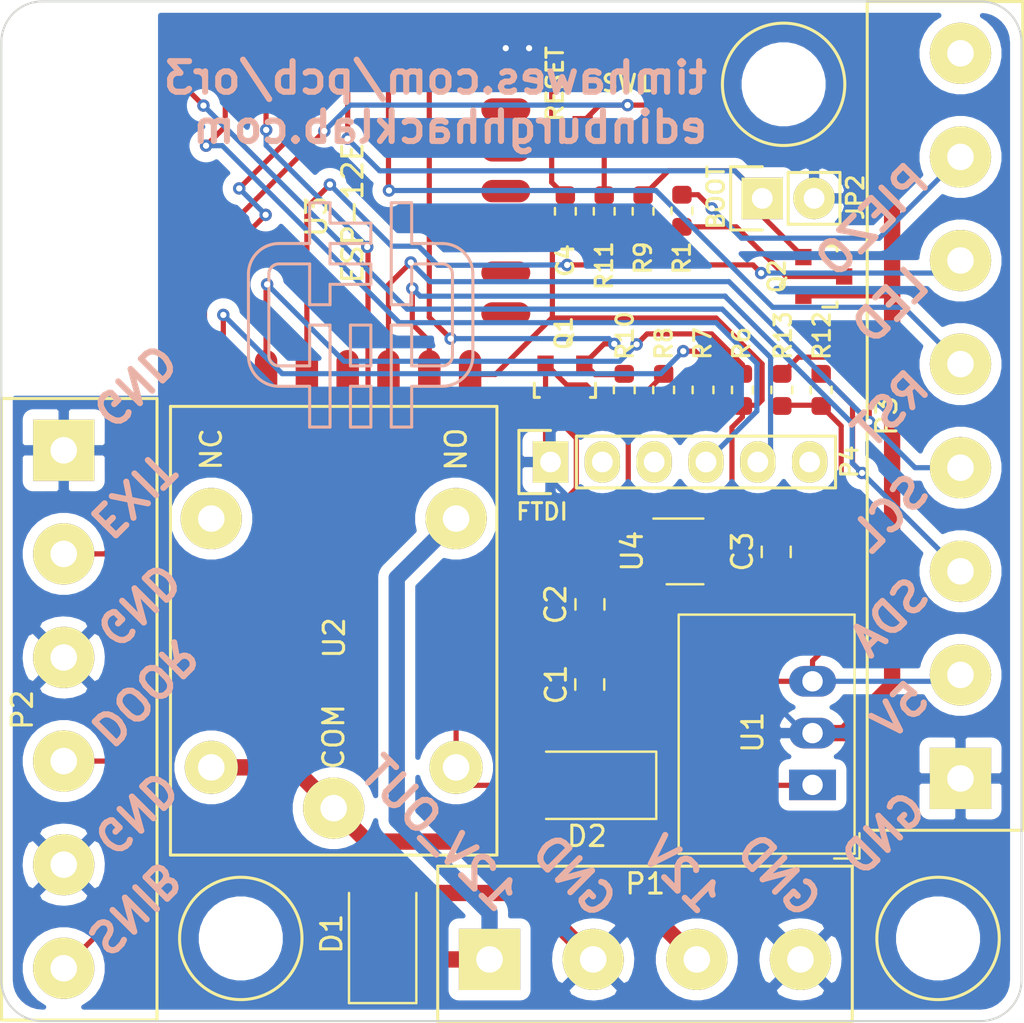
<source format=kicad_pcb>
(kicad_pcb (version 20171130) (host pcbnew "(5.1.2-1)-1")

  (general
    (thickness 1.6)
    (drawings 27)
    (tracks 354)
    (zones 0)
    (modules 31)
    (nets 35)
  )

  (page A4)
  (layers
    (0 F.Cu signal)
    (31 B.Cu signal)
    (32 B.Adhes user)
    (33 F.Adhes user)
    (34 B.Paste user)
    (35 F.Paste user)
    (36 B.SilkS user)
    (37 F.SilkS user)
    (38 B.Mask user)
    (39 F.Mask user)
    (40 Dwgs.User user)
    (41 Cmts.User user)
    (42 Eco1.User user)
    (43 Eco2.User user)
    (44 Edge.Cuts user)
    (45 Margin user)
    (46 B.CrtYd user)
    (47 F.CrtYd user)
    (48 B.Fab user)
    (49 F.Fab user)
  )

  (setup
    (last_trace_width 0.254)
    (user_trace_width 0.254)
    (user_trace_width 0.8)
    (user_trace_width 1)
    (user_trace_width 2)
    (trace_clearance 0.254)
    (zone_clearance 0.254)
    (zone_45_only yes)
    (trace_min 0.254)
    (via_size 0.6096)
    (via_drill 0.3048)
    (via_min_size 0.6096)
    (via_min_drill 0.3048)
    (uvia_size 0.3)
    (uvia_drill 0.1)
    (uvias_allowed no)
    (uvia_min_size 0.2)
    (uvia_min_drill 0.1)
    (edge_width 0.1)
    (segment_width 0.2)
    (pcb_text_width 0.3)
    (pcb_text_size 1.5 1.5)
    (mod_edge_width 0.15)
    (mod_text_size 0.8128 0.8128)
    (mod_text_width 0.15)
    (pad_size 3.1 3.1)
    (pad_drill 3.1)
    (pad_to_mask_clearance 0)
    (aux_axis_origin 0 0)
    (visible_elements FFFFFFFF)
    (pcbplotparams
      (layerselection 0x010fc_ffffffff)
      (usegerberextensions true)
      (usegerberattributes false)
      (usegerberadvancedattributes false)
      (creategerberjobfile false)
      (excludeedgelayer true)
      (linewidth 0.100000)
      (plotframeref false)
      (viasonmask false)
      (mode 1)
      (useauxorigin false)
      (hpglpennumber 1)
      (hpglpenspeed 20)
      (hpglpendiameter 15.000000)
      (psnegative false)
      (psa4output false)
      (plotreference true)
      (plotvalue true)
      (plotinvisibletext false)
      (padsonsilk false)
      (subtractmaskfromsilk false)
      (outputformat 1)
      (mirror false)
      (drillshape 0)
      (scaleselection 1)
      (outputdirectory "gerbers/"))
  )

  (net 0 "")
  (net 1 +12V)
  (net 2 GND)
  (net 3 +3V3)
  (net 4 "Net-(D2-Pad2)")
  (net 5 GPIO0)
  (net 6 SNIB)
  (net 7 EXIT)
  (net 8 LED)
  (net 9 PIEZO)
  (net 10 TX)
  (net 11 RX)
  (net 12 RELAY)
  (net 13 "Net-(R6-Pad1)")
  (net 14 ADC)
  (net 15 RESET)
  (net 16 DOOR)
  (net 17 SDA)
  (net 18 SCL)
  (net 19 PN532_RESET)
  (net 20 12V_OUT)
  (net 21 +5V)
  (net 22 "Net-(P3-Pad8)")
  (net 23 "Net-(P4-Pad2)")
  (net 24 "Net-(P4-Pad3)")
  (net 25 "Net-(P4-Pad6)")
  (net 26 "Net-(Q2-Pad3)")
  (net 27 "Net-(U3-Pad9)")
  (net 28 "Net-(U3-Pad10)")
  (net 29 "Net-(U3-Pad11)")
  (net 30 "Net-(U3-Pad12)")
  (net 31 "Net-(U3-Pad13)")
  (net 32 "Net-(U3-Pad14)")
  (net 33 "Net-(U4-Pad4)")
  (net 34 "Net-(U2-Pad4)")

  (net_class Default "This is the default net class."
    (clearance 0.254)
    (trace_width 0.254)
    (via_dia 0.6096)
    (via_drill 0.3048)
    (uvia_dia 0.3)
    (uvia_drill 0.1)
    (add_net +12V)
    (add_net +3V3)
    (add_net +5V)
    (add_net 12V_OUT)
    (add_net ADC)
    (add_net DOOR)
    (add_net EXIT)
    (add_net GND)
    (add_net GPIO0)
    (add_net LED)
    (add_net "Net-(D2-Pad2)")
    (add_net "Net-(P3-Pad8)")
    (add_net "Net-(P4-Pad2)")
    (add_net "Net-(P4-Pad3)")
    (add_net "Net-(P4-Pad6)")
    (add_net "Net-(Q2-Pad3)")
    (add_net "Net-(R6-Pad1)")
    (add_net "Net-(U2-Pad4)")
    (add_net "Net-(U3-Pad10)")
    (add_net "Net-(U3-Pad11)")
    (add_net "Net-(U3-Pad12)")
    (add_net "Net-(U3-Pad13)")
    (add_net "Net-(U3-Pad14)")
    (add_net "Net-(U3-Pad9)")
    (add_net "Net-(U4-Pad4)")
    (add_net PIEZO)
    (add_net PN532_RESET)
    (add_net RELAY)
    (add_net RESET)
    (add_net RX)
    (add_net SCL)
    (add_net SDA)
    (add_net SNIB)
    (add_net TX)
  )

  (module timhawes:Hacklab_Logo_11mm (layer B.Cu) (tedit 565883E2) (tstamp 5D4526E4)
    (at 62.611 55.372 180)
    (fp_text reference REF** (at 0 -9) (layer B.SilkS) hide
      (effects (font (size 1 1) (thickness 0.15)) (justify mirror))
    )
    (fp_text value Hacklab_Logo_11mm (at 0 -7) (layer B.Fab) hide
      (effects (font (size 1 1) (thickness 0.15)) (justify mirror))
    )
    (fp_line (start -0.5 -0.5) (end 0.5 -0.5) (layer B.SilkS) (width 0.15))
    (fp_line (start 0.5 -0.5) (end 0.5 -2.5) (layer B.SilkS) (width 0.15))
    (fp_line (start 0.5 -2.5) (end -0.5 -2.5) (layer B.SilkS) (width 0.15))
    (fp_line (start -0.5 -2.5) (end -0.5 -0.5) (layer B.SilkS) (width 0.15))
    (fp_line (start -0.5 -3.5) (end 0.5 -3.5) (layer B.SilkS) (width 0.15))
    (fp_line (start 0.5 -3.5) (end 0.5 -5.5) (layer B.SilkS) (width 0.15))
    (fp_line (start 0.5 -5.5) (end -0.5 -5.5) (layer B.SilkS) (width 0.15))
    (fp_line (start -0.5 -5.5) (end -0.5 -3.5) (layer B.SilkS) (width 0.15))
    (fp_line (start 1.5 -0.5) (end 1.5 -5.5) (layer B.SilkS) (width 0.15))
    (fp_line (start 1.5 -5.5) (end 2.5 -5.5) (layer B.SilkS) (width 0.15))
    (fp_line (start 2.5 -5.5) (end 2.5 -3.5) (layer B.SilkS) (width 0.15))
    (fp_line (start 2.5 -3.5) (end 4 -3.5) (layer B.SilkS) (width 0.15))
    (fp_line (start 1.5 -0.5) (end 2.5 -0.5) (layer B.SilkS) (width 0.15))
    (fp_line (start 2.5 -0.5) (end 2.5 -2.5) (layer B.SilkS) (width 0.15))
    (fp_line (start 2.5 -2.5) (end 4 -2.5) (layer B.SilkS) (width 0.15))
    (fp_line (start -1.5 -0.5) (end -1.5 -5.5) (layer B.SilkS) (width 0.15))
    (fp_line (start -1.5 -5.5) (end -2.5 -5.5) (layer B.SilkS) (width 0.15))
    (fp_line (start -2.5 -5.5) (end -2.5 -3.5) (layer B.SilkS) (width 0.15))
    (fp_line (start -2.5 -3.5) (end -4 -3.5) (layer B.SilkS) (width 0.15))
    (fp_line (start -1.5 -0.5) (end -2.5 -0.5) (layer B.SilkS) (width 0.15))
    (fp_line (start -2.5 -0.5) (end -2.5 -2.5) (layer B.SilkS) (width 0.15))
    (fp_line (start -2.5 -2.5) (end -4 -2.5) (layer B.SilkS) (width 0.15))
    (fp_line (start -2.5 0.5) (end -1.5 0.5) (layer B.SilkS) (width 0.15))
    (fp_line (start -1.5 0.5) (end -1.5 5.5) (layer B.SilkS) (width 0.15))
    (fp_line (start -1.5 5.5) (end -2.5 5.5) (layer B.SilkS) (width 0.15))
    (fp_line (start -2.5 5.5) (end -2.5 3.5) (layer B.SilkS) (width 0.15))
    (fp_line (start -2.5 3.5) (end -4 3.5) (layer B.SilkS) (width 0.15))
    (fp_line (start -2.5 0.5) (end -2.5 2.5) (layer B.SilkS) (width 0.15))
    (fp_line (start -2.5 2.5) (end -4 2.5) (layer B.SilkS) (width 0.15))
    (fp_line (start 1.5 5.5) (end 1.5 4.5) (layer B.SilkS) (width 0.15))
    (fp_line (start 1.5 4.5) (end -0.5 4.5) (layer B.SilkS) (width 0.15))
    (fp_line (start -0.5 4.5) (end -0.5 3.5) (layer B.SilkS) (width 0.15))
    (fp_line (start -0.5 3.5) (end 1.5 3.5) (layer B.SilkS) (width 0.15))
    (fp_line (start 1.5 3.5) (end 1.5 2.5) (layer B.SilkS) (width 0.15))
    (fp_line (start 1.5 2.5) (end -0.5 2.5) (layer B.SilkS) (width 0.15))
    (fp_line (start -0.5 2.5) (end -0.5 1.5) (layer B.SilkS) (width 0.15))
    (fp_line (start -0.5 1.5) (end 1.5 1.5) (layer B.SilkS) (width 0.15))
    (fp_line (start 1.5 1.5) (end 1.5 0.5) (layer B.SilkS) (width 0.15))
    (fp_line (start 1.5 0.5) (end 2.5 0.5) (layer B.SilkS) (width 0.15))
    (fp_line (start 2.5 0.5) (end 2.5 2.5) (layer B.SilkS) (width 0.15))
    (fp_line (start 2.5 2.5) (end 4 2.5) (layer B.SilkS) (width 0.15))
    (fp_line (start 1.5 5.5) (end 2.5 5.5) (layer B.SilkS) (width 0.15))
    (fp_line (start 2.5 5.5) (end 2.5 3.5) (layer B.SilkS) (width 0.15))
    (fp_line (start 2.5 3.5) (end 4 3.5) (layer B.SilkS) (width 0.15))
    (fp_line (start 4.5 2) (end 4.5 -2) (layer B.SilkS) (width 0.15))
    (fp_line (start 5.5 2) (end 5.5 -2) (layer B.SilkS) (width 0.15))
    (fp_line (start -4.5 2) (end -4.5 -2) (layer B.SilkS) (width 0.15))
    (fp_line (start -5.5 2) (end -5.5 -2) (layer B.SilkS) (width 0.15))
    (fp_arc (start 4 2) (end 4 2.5) (angle -90) (layer B.SilkS) (width 0.15))
    (fp_arc (start 4 2) (end 4 3.5) (angle -90) (layer B.SilkS) (width 0.15))
    (fp_arc (start 4 -2) (end 4.5 -2) (angle -90) (layer B.SilkS) (width 0.15))
    (fp_arc (start 4 -2) (end 5.5 -2) (angle -90) (layer B.SilkS) (width 0.15))
    (fp_arc (start -4 2) (end -4.5 2) (angle -90) (layer B.SilkS) (width 0.15))
    (fp_arc (start -4 2) (end -5.5 2) (angle -90) (layer B.SilkS) (width 0.15))
    (fp_arc (start -4 -2) (end -4 -2.5) (angle -90) (layer B.SilkS) (width 0.15))
    (fp_arc (start -4 -2) (end -4 -3.5) (angle -90) (layer B.SilkS) (width 0.15))
  )

  (module timhawes:ESP-12E (layer F.Cu) (tedit 5D44B2F4) (tstamp 558FD604)
    (at 53.975 58.293 90)
    (descr "Module, ESP-8266, ESP-12, 16 pad, SMD")
    (tags "Module ESP-8266 ESP8266")
    (path /55847B66)
    (fp_text reference U3 (at 7.747 6.477 90) (layer F.SilkS)
      (effects (font (size 1 1) (thickness 0.15)))
    )
    (fp_text value ESP-12E (at 7.929 8.247 90) (layer F.SilkS)
      (effects (font (size 1 1) (thickness 0.15)))
    )
    (fp_line (start 16 -8.4) (end 0 -2.6) (layer F.Fab) (width 0.1524))
    (fp_line (start 0 -8.4) (end 16 -2.6) (layer F.Fab) (width 0.1524))
    (fp_text user "No Copper" (at 7.9 -5.4 90) (layer F.Fab)
      (effects (font (size 1 1) (thickness 0.15)))
    )
    (fp_line (start 0 -8.4) (end 0 -2.6) (layer F.CrtYd) (width 0.1524))
    (fp_line (start 0 -2.6) (end 16 -2.6) (layer F.Fab) (width 0.1524))
    (fp_line (start 16 -2.6) (end 16 -8.4) (layer F.CrtYd) (width 0.1524))
    (fp_line (start 16 -8.4) (end 0 -8.4) (layer F.CrtYd) (width 0.1524))
    (fp_line (start 16 -8.4) (end 16 15.6) (layer F.CrtYd) (width 0.1524))
    (fp_line (start 16 15.6) (end 0 15.6) (layer F.CrtYd) (width 0.1524))
    (fp_line (start 0 15.6) (end 0 -8.4) (layer F.CrtYd) (width 0.1524))
    (fp_line (start 0 -8.4) (end 16 -8.4) (layer F.CrtYd) (width 0.1524))
    (pad 9 smd oval (at 2.99 15.75 180) (size 2.4 1.1) (layers F.Cu F.Paste F.Mask)
      (net 27 "Net-(U3-Pad9)"))
    (pad 10 smd oval (at 4.99 15.75 180) (size 2.4 1.1) (layers F.Cu F.Paste F.Mask)
      (net 28 "Net-(U3-Pad10)"))
    (pad 11 smd oval (at 6.99 15.75 180) (size 2.4 1.1) (layers F.Cu F.Paste F.Mask)
      (net 29 "Net-(U3-Pad11)"))
    (pad 12 smd oval (at 8.99 15.75 180) (size 2.4 1.1) (layers F.Cu F.Paste F.Mask)
      (net 30 "Net-(U3-Pad12)"))
    (pad 13 smd oval (at 10.99 15.75 180) (size 2.4 1.1) (layers F.Cu F.Paste F.Mask)
      (net 31 "Net-(U3-Pad13)"))
    (pad 14 smd oval (at 12.99 15.75 180) (size 2.4 1.1) (layers F.Cu F.Paste F.Mask)
      (net 32 "Net-(U3-Pad14)"))
    (pad 1 smd rect (at 0 0 90) (size 2.4 1.1) (layers F.Cu F.Paste F.Mask)
      (net 15 RESET))
    (pad 2 smd oval (at 0 2 90) (size 2.4 1.1) (layers F.Cu F.Paste F.Mask)
      (net 14 ADC))
    (pad 3 smd oval (at 0 4 90) (size 2.4 1.1) (layers F.Cu F.Paste F.Mask)
      (net 13 "Net-(R6-Pad1)"))
    (pad 4 smd oval (at 0 6 90) (size 2.4 1.1) (layers F.Cu F.Paste F.Mask)
      (net 8 LED))
    (pad 5 smd oval (at 0 8 90) (size 2.4 1.1) (layers F.Cu F.Paste F.Mask)
      (net 16 DOOR))
    (pad 6 smd oval (at 0 10 90) (size 2.4 1.1) (layers F.Cu F.Paste F.Mask)
      (net 18 SCL))
    (pad 7 smd oval (at 0 12 90) (size 2.4 1.1) (layers F.Cu F.Paste F.Mask)
      (net 17 SDA))
    (pad 8 smd oval (at 0 14 90) (size 2.4 1.1) (layers F.Cu F.Paste F.Mask)
      (net 3 +3V3))
    (pad 15 smd oval (at 16 14 90) (size 2.4 1.1) (layers F.Cu F.Paste F.Mask)
      (net 2 GND))
    (pad 16 smd oval (at 16 12 90) (size 2.4 1.1) (layers F.Cu F.Paste F.Mask)
      (net 12 RELAY))
    (pad 17 smd oval (at 16 10 90) (size 2.4 1.1) (layers F.Cu F.Paste F.Mask)
      (net 19 PN532_RESET))
    (pad 18 smd oval (at 16 8 90) (size 2.4 1.1) (layers F.Cu F.Paste F.Mask)
      (net 5 GPIO0))
    (pad 19 smd oval (at 16 6 90) (size 2.4 1.1) (layers F.Cu F.Paste F.Mask)
      (net 7 EXIT))
    (pad 20 smd oval (at 16 4 90) (size 2.4 1.1) (layers F.Cu F.Paste F.Mask)
      (net 6 SNIB))
    (pad 21 smd oval (at 16 2 90) (size 2.4 1.1) (layers F.Cu F.Paste F.Mask)
      (net 11 RX))
    (pad 22 smd oval (at 16 0 90) (size 2.4 1.1) (layers F.Cu F.Paste F.Mask)
      (net 10 TX))
  )

  (module timhawes:Terminal_Block_5.08mm_x6 (layer F.Cu) (tedit 55E198A2) (tstamp 558DD640)
    (at 48.0568 74.71156 270)
    (path /5585E73E)
    (fp_text reference P2 (at 0.02794 2.032 90) (layer F.SilkS)
      (effects (font (size 1 1) (thickness 0.15)))
    )
    (fp_text value INPUTS (at 4.05384 -3.4163 270) (layer F.Fab)
      (effects (font (size 1 1) (thickness 0.15)))
    )
    (fp_line (start -15.24 3.048) (end 15.24 3.048) (layer F.SilkS) (width 0.15))
    (fp_line (start 15.24 3.048) (end 15.24 -4.572) (layer F.SilkS) (width 0.15))
    (fp_line (start 15.24 -4.572) (end -15.24 -4.572) (layer F.SilkS) (width 0.15))
    (fp_line (start -15.24 -4.572) (end -15.24 3.048) (layer F.SilkS) (width 0.15))
    (pad 1 thru_hole rect (at -12.7 0 270) (size 3 3) (drill 1.3) (layers *.Cu *.Mask F.SilkS)
      (net 2 GND))
    (pad 2 thru_hole circle (at -7.62 0 270) (size 3 3) (drill 1.3) (layers *.Cu *.Mask F.SilkS)
      (net 7 EXIT))
    (pad 3 thru_hole circle (at -2.54 0 270) (size 3 3) (drill 1.3) (layers *.Cu *.Mask F.SilkS)
      (net 2 GND))
    (pad 4 thru_hole circle (at 2.54 0 270) (size 3 3) (drill 1.3) (layers *.Cu *.Mask F.SilkS)
      (net 16 DOOR))
    (pad 5 thru_hole circle (at 7.62 0 270) (size 3 3) (drill 1.3) (layers *.Cu *.Mask F.SilkS)
      (net 2 GND))
    (pad 6 thru_hole circle (at 12.7 0 270) (size 3 3) (drill 1.3) (layers *.Cu *.Mask F.SilkS)
      (net 6 SNIB))
  )

  (module timhawes:JS_RELAY (layer F.Cu) (tedit 5D4456F4) (tstamp 558DD6C7)
    (at 61.29 70.86 90)
    (path /55854FA0)
    (fp_text reference U2 (at -0.35 0.03 90) (layer F.SilkS)
      (effects (font (size 1 1) (thickness 0.15)))
    )
    (fp_text value RELAY_SPDT (at 0 9 90) (layer F.Fab)
      (effects (font (size 1 1) (thickness 0.15)))
    )
    (fp_line (start 8 -8) (end 8 8) (layer F.Fab) (width 0.15))
    (fp_line (start -11 8) (end -11 -8) (layer F.SilkS) (width 0.15))
    (fp_line (start 11 8) (end -11 8) (layer F.SilkS) (width 0.15))
    (fp_line (start 11 -8) (end 11 8) (layer F.SilkS) (width 0.15))
    (fp_line (start -11 -8) (end 11 -8) (layer F.SilkS) (width 0.15))
    (fp_text user NC (at 8.9 -6 90) (layer F.SilkS)
      (effects (font (size 1 1) (thickness 0.15)))
    )
    (fp_text user NO (at 8.9 6 90) (layer F.SilkS)
      (effects (font (size 1 1) (thickness 0.15)))
    )
    (fp_text user COM (at -5.2 0 90) (layer F.SilkS)
      (effects (font (size 1 1) (thickness 0.15)))
    )
    (pad 1 thru_hole circle (at -8.7 0 90) (size 3 3) (drill 1.3) (layers *.Cu *.Mask F.SilkS)
      (net 1 +12V))
    (pad 2 thru_hole circle (at -6.7 6 90) (size 2.6 2.6) (drill 1.3) (layers *.Cu *.Mask F.SilkS)
      (net 4 "Net-(D2-Pad2)"))
    (pad 5 thru_hole circle (at -6.7 -6 90) (size 2.6 2.6) (drill 1.3) (layers *.Cu *.Mask F.SilkS)
      (net 1 +12V))
    (pad 3 thru_hole circle (at 5.5 6 90) (size 3 3) (drill 1.3) (layers *.Cu *.Mask F.SilkS)
      (net 20 12V_OUT))
    (pad 4 thru_hole circle (at 5.5 -6 90) (size 3 3) (drill 1.3) (layers *.Cu *.Mask F.SilkS)
      (net 34 "Net-(U2-Pad4)"))
  )

  (module Capacitor_SMD:C_0805_2012Metric (layer F.Cu) (tedit 5B36C52B) (tstamp 5D44AF9F)
    (at 73.85 69.5675 270)
    (descr "Capacitor SMD 0805 (2012 Metric), square (rectangular) end terminal, IPC_7351 nominal, (Body size source: https://docs.google.com/spreadsheets/d/1BsfQQcO9C6DZCsRaXUlFlo91Tg2WpOkGARC1WS5S8t0/edit?usp=sharing), generated with kicad-footprint-generator")
    (tags capacitor)
    (path /55859123)
    (attr smd)
    (fp_text reference C2 (at 0.0025 1.68 90) (layer F.SilkS)
      (effects (font (size 1 1) (thickness 0.15)))
    )
    (fp_text value "10uF 10V" (at 0 1.65 90) (layer F.Fab)
      (effects (font (size 1 1) (thickness 0.15)))
    )
    (fp_text user %R (at 0 0 90) (layer F.Fab)
      (effects (font (size 0.5 0.5) (thickness 0.08)))
    )
    (fp_line (start 1.68 0.95) (end -1.68 0.95) (layer F.CrtYd) (width 0.05))
    (fp_line (start 1.68 -0.95) (end 1.68 0.95) (layer F.CrtYd) (width 0.05))
    (fp_line (start -1.68 -0.95) (end 1.68 -0.95) (layer F.CrtYd) (width 0.05))
    (fp_line (start -1.68 0.95) (end -1.68 -0.95) (layer F.CrtYd) (width 0.05))
    (fp_line (start -0.258578 0.71) (end 0.258578 0.71) (layer F.SilkS) (width 0.12))
    (fp_line (start -0.258578 -0.71) (end 0.258578 -0.71) (layer F.SilkS) (width 0.12))
    (fp_line (start 1 0.6) (end -1 0.6) (layer F.Fab) (width 0.1))
    (fp_line (start 1 -0.6) (end 1 0.6) (layer F.Fab) (width 0.1))
    (fp_line (start -1 -0.6) (end 1 -0.6) (layer F.Fab) (width 0.1))
    (fp_line (start -1 0.6) (end -1 -0.6) (layer F.Fab) (width 0.1))
    (pad 2 smd roundrect (at 0.9375 0 270) (size 0.975 1.4) (layers F.Cu F.Paste F.Mask) (roundrect_rratio 0.25)
      (net 2 GND))
    (pad 1 smd roundrect (at -0.9375 0 270) (size 0.975 1.4) (layers F.Cu F.Paste F.Mask) (roundrect_rratio 0.25)
      (net 21 +5V))
    (model ${KISYS3DMOD}/Capacitor_SMD.3dshapes/C_0805_2012Metric.wrl
      (at (xyz 0 0 0))
      (scale (xyz 1 1 1))
      (rotate (xyz 0 0 0))
    )
  )

  (module Capacitor_SMD:C_0805_2012Metric (layer F.Cu) (tedit 5B36C52B) (tstamp 5D44EA55)
    (at 73.84 73.4975 90)
    (descr "Capacitor SMD 0805 (2012 Metric), square (rectangular) end terminal, IPC_7351 nominal, (Body size source: https://docs.google.com/spreadsheets/d/1BsfQQcO9C6DZCsRaXUlFlo91Tg2WpOkGARC1WS5S8t0/edit?usp=sharing), generated with kicad-footprint-generator")
    (tags capacitor)
    (path /558586F6)
    (attr smd)
    (fp_text reference C1 (at 0 -1.65 90) (layer F.SilkS)
      (effects (font (size 1 1) (thickness 0.15)))
    )
    (fp_text value "10uF 25V" (at 0 1.65 90) (layer F.Fab)
      (effects (font (size 1 1) (thickness 0.15)))
    )
    (fp_text user %R (at 0 0 90) (layer F.Fab)
      (effects (font (size 0.5 0.5) (thickness 0.08)))
    )
    (fp_line (start 1.68 0.95) (end -1.68 0.95) (layer F.CrtYd) (width 0.05))
    (fp_line (start 1.68 -0.95) (end 1.68 0.95) (layer F.CrtYd) (width 0.05))
    (fp_line (start -1.68 -0.95) (end 1.68 -0.95) (layer F.CrtYd) (width 0.05))
    (fp_line (start -1.68 0.95) (end -1.68 -0.95) (layer F.CrtYd) (width 0.05))
    (fp_line (start -0.258578 0.71) (end 0.258578 0.71) (layer F.SilkS) (width 0.12))
    (fp_line (start -0.258578 -0.71) (end 0.258578 -0.71) (layer F.SilkS) (width 0.12))
    (fp_line (start 1 0.6) (end -1 0.6) (layer F.Fab) (width 0.1))
    (fp_line (start 1 -0.6) (end 1 0.6) (layer F.Fab) (width 0.1))
    (fp_line (start -1 -0.6) (end 1 -0.6) (layer F.Fab) (width 0.1))
    (fp_line (start -1 0.6) (end -1 -0.6) (layer F.Fab) (width 0.1))
    (pad 2 smd roundrect (at 0.9375 0 90) (size 0.975 1.4) (layers F.Cu F.Paste F.Mask) (roundrect_rratio 0.25)
      (net 2 GND))
    (pad 1 smd roundrect (at -0.9375 0 90) (size 0.975 1.4) (layers F.Cu F.Paste F.Mask) (roundrect_rratio 0.25)
      (net 1 +12V))
    (model ${KISYS3DMOD}/Capacitor_SMD.3dshapes/C_0805_2012Metric.wrl
      (at (xyz 0 0 0))
      (scale (xyz 1 1 1))
      (rotate (xyz 0 0 0))
    )
  )

  (module Package_TO_SOT_SMD:SOT-23-5 (layer F.Cu) (tedit 5A02FF57) (tstamp 5D454834)
    (at 78.51 66.97)
    (descr "5-pin SOT23 package")
    (tags SOT-23-5)
    (path /5D5F12D3)
    (attr smd)
    (fp_text reference U4 (at -2.59 -0.01 90) (layer F.SilkS)
      (effects (font (size 1 1) (thickness 0.15)))
    )
    (fp_text value SPX3819M5-L-3-3 (at 0 2.9) (layer F.Fab)
      (effects (font (size 1 1) (thickness 0.15)))
    )
    (fp_line (start 0.9 -1.55) (end 0.9 1.55) (layer F.Fab) (width 0.1))
    (fp_line (start 0.9 1.55) (end -0.9 1.55) (layer F.Fab) (width 0.1))
    (fp_line (start -0.9 -0.9) (end -0.9 1.55) (layer F.Fab) (width 0.1))
    (fp_line (start 0.9 -1.55) (end -0.25 -1.55) (layer F.Fab) (width 0.1))
    (fp_line (start -0.9 -0.9) (end -0.25 -1.55) (layer F.Fab) (width 0.1))
    (fp_line (start -1.9 1.8) (end -1.9 -1.8) (layer F.CrtYd) (width 0.05))
    (fp_line (start 1.9 1.8) (end -1.9 1.8) (layer F.CrtYd) (width 0.05))
    (fp_line (start 1.9 -1.8) (end 1.9 1.8) (layer F.CrtYd) (width 0.05))
    (fp_line (start -1.9 -1.8) (end 1.9 -1.8) (layer F.CrtYd) (width 0.05))
    (fp_line (start 0.9 -1.61) (end -1.55 -1.61) (layer F.SilkS) (width 0.12))
    (fp_line (start -0.9 1.61) (end 0.9 1.61) (layer F.SilkS) (width 0.12))
    (fp_text user %R (at 0 0 90) (layer F.Fab)
      (effects (font (size 0.5 0.5) (thickness 0.075)))
    )
    (pad 5 smd rect (at 1.1 -0.95) (size 1.06 0.65) (layers F.Cu F.Paste F.Mask)
      (net 3 +3V3))
    (pad 4 smd rect (at 1.1 0.95) (size 1.06 0.65) (layers F.Cu F.Paste F.Mask)
      (net 33 "Net-(U4-Pad4)"))
    (pad 3 smd rect (at -1.1 0.95) (size 1.06 0.65) (layers F.Cu F.Paste F.Mask)
      (net 21 +5V))
    (pad 2 smd rect (at -1.1 0) (size 1.06 0.65) (layers F.Cu F.Paste F.Mask)
      (net 2 GND))
    (pad 1 smd rect (at -1.1 -0.95) (size 1.06 0.65) (layers F.Cu F.Paste F.Mask)
      (net 21 +5V))
    (model ${KISYS3DMOD}/Package_TO_SOT_SMD.3dshapes/SOT-23-5.wrl
      (at (xyz 0 0 0))
      (scale (xyz 1 1 1))
      (rotate (xyz 0 0 0))
    )
  )

  (module Converter_DCDC:Converter_DCDC_RECOM_R-78E-0.5_THT (layer F.Cu) (tedit 5B741BB0) (tstamp 5D449E12)
    (at 84.76 78.42 90)
    (descr "DCDC-Converter, RECOM, RECOM_R-78E-0.5, SIP-3, pitch 2.54mm, package size 11.6x8.5x10.4mm^3, https://www.recom-power.com/pdf/Innoline/R-78Exx-0.5.pdf")
    (tags "dc-dc recom buck sip-3 pitch 2.54mm")
    (path /5D4D2F18)
    (fp_text reference U1 (at 2.58 -2.93 90) (layer F.SilkS)
      (effects (font (size 1 1) (thickness 0.15)))
    )
    (fp_text value R-78E5.0-1.0 (at 2.54 3 90) (layer F.Fab)
      (effects (font (size 1 1) (thickness 0.15)))
    )
    (fp_text user %R (at 2.54 -2.25 90) (layer F.Fab)
      (effects (font (size 1 1) (thickness 0.15)))
    )
    (fp_line (start 8.54 -6.75) (end -3.57 -6.75) (layer F.CrtYd) (width 0.05))
    (fp_line (start 8.54 2.25) (end 8.54 -6.75) (layer F.CrtYd) (width 0.05))
    (fp_line (start -3.57 2.25) (end 8.54 2.25) (layer F.CrtYd) (width 0.05))
    (fp_line (start -3.57 -6.75) (end -3.57 2.25) (layer F.CrtYd) (width 0.05))
    (fp_line (start -3.611 2.3) (end -2.371 2.3) (layer F.SilkS) (width 0.12))
    (fp_line (start -3.611 1.06) (end -3.611 2.3) (layer F.SilkS) (width 0.12))
    (fp_line (start 8.35 -6.56) (end 8.35 2.06) (layer F.SilkS) (width 0.12))
    (fp_line (start -3.371 -6.56) (end -3.371 2.06) (layer F.SilkS) (width 0.12))
    (fp_line (start -3.371 2.06) (end 8.35 2.06) (layer F.SilkS) (width 0.12))
    (fp_line (start -3.371 -6.56) (end 8.35 -6.56) (layer F.SilkS) (width 0.12))
    (fp_line (start -3.31 1) (end -3.31 -6.5) (layer F.Fab) (width 0.1))
    (fp_line (start -2.31 2) (end -3.31 1) (layer F.Fab) (width 0.1))
    (fp_line (start 8.29 2) (end -2.31 2) (layer F.Fab) (width 0.1))
    (fp_line (start 8.29 -6.5) (end 8.29 2) (layer F.Fab) (width 0.1))
    (fp_line (start -3.31 -6.5) (end 8.29 -6.5) (layer F.Fab) (width 0.1))
    (pad 3 thru_hole oval (at 5.08 0 90) (size 1.5 2.3) (drill 1) (layers *.Cu *.Mask)
      (net 21 +5V))
    (pad 2 thru_hole oval (at 2.54 0 90) (size 1.5 2.3) (drill 1) (layers *.Cu *.Mask)
      (net 2 GND))
    (pad 1 thru_hole rect (at 0 0 90) (size 1.5 2.3) (drill 1) (layers *.Cu *.Mask)
      (net 1 +12V))
    (model ${KISYS3DMOD}/Converter_DCDC.3dshapes/Converter_DCDC_RECOM_R-78E-0.5_THT.wrl
      (at (xyz 0 0 0))
      (scale (xyz 1 1 1))
      (rotate (xyz 0 0 0))
    )
  )

  (module Resistor_SMD:R_0603_1608Metric (layer F.Cu) (tedit 5B301BBD) (tstamp 55D4FD32)
    (at 83.2532 59.0508 90)
    (descr "Resistor SMD 0603 (1608 Metric), square (rectangular) end terminal, IPC_7351 nominal, (Body size source: http://www.tortai-tech.com/upload/download/2011102023233369053.pdf), generated with kicad-footprint-generator")
    (tags resistor)
    (path /55D945D7)
    (attr smd)
    (fp_text reference R13 (at 2.6628 0.0588 90) (layer F.SilkS)
      (effects (font (size 0.8128 0.8128) (thickness 0.15)))
    )
    (fp_text value 4K7 (at 0 1.43 90) (layer F.Fab)
      (effects (font (size 1 1) (thickness 0.15)))
    )
    (fp_text user %R (at 0 0 90) (layer F.Fab)
      (effects (font (size 0.4 0.4) (thickness 0.06)))
    )
    (fp_line (start 1.48 0.73) (end -1.48 0.73) (layer F.CrtYd) (width 0.05))
    (fp_line (start 1.48 -0.73) (end 1.48 0.73) (layer F.CrtYd) (width 0.05))
    (fp_line (start -1.48 -0.73) (end 1.48 -0.73) (layer F.CrtYd) (width 0.05))
    (fp_line (start -1.48 0.73) (end -1.48 -0.73) (layer F.CrtYd) (width 0.05))
    (fp_line (start -0.162779 0.51) (end 0.162779 0.51) (layer F.SilkS) (width 0.12))
    (fp_line (start -0.162779 -0.51) (end 0.162779 -0.51) (layer F.SilkS) (width 0.12))
    (fp_line (start 0.8 0.4) (end -0.8 0.4) (layer F.Fab) (width 0.1))
    (fp_line (start 0.8 -0.4) (end 0.8 0.4) (layer F.Fab) (width 0.1))
    (fp_line (start -0.8 -0.4) (end 0.8 -0.4) (layer F.Fab) (width 0.1))
    (fp_line (start -0.8 0.4) (end -0.8 -0.4) (layer F.Fab) (width 0.1))
    (pad 2 smd roundrect (at 0.7875 0 90) (size 0.875 0.95) (layers F.Cu F.Paste F.Mask) (roundrect_rratio 0.25)
      (net 18 SCL))
    (pad 1 smd roundrect (at -0.7875 0 90) (size 0.875 0.95) (layers F.Cu F.Paste F.Mask) (roundrect_rratio 0.25)
      (net 21 +5V))
    (model ${KISYS3DMOD}/Resistor_SMD.3dshapes/R_0603_1608Metric.wrl
      (at (xyz 0 0 0))
      (scale (xyz 1 1 1))
      (rotate (xyz 0 0 0))
    )
  )

  (module Resistor_SMD:R_0603_1608Metric (layer F.Cu) (tedit 5B301BBD) (tstamp 55D4FD2C)
    (at 85.1836 59.0508 90)
    (descr "Resistor SMD 0603 (1608 Metric), square (rectangular) end terminal, IPC_7351 nominal, (Body size source: http://www.tortai-tech.com/upload/download/2011102023233369053.pdf), generated with kicad-footprint-generator")
    (tags resistor)
    (path /55D4F89E)
    (attr smd)
    (fp_text reference R12 (at 2.6628 0.0334 90) (layer F.SilkS)
      (effects (font (size 0.8128 0.8128) (thickness 0.15)))
    )
    (fp_text value 4K7 (at 0 1.43 90) (layer F.Fab)
      (effects (font (size 1 1) (thickness 0.15)))
    )
    (fp_text user %R (at 0 0 90) (layer F.Fab)
      (effects (font (size 0.4 0.4) (thickness 0.06)))
    )
    (fp_line (start 1.48 0.73) (end -1.48 0.73) (layer F.CrtYd) (width 0.05))
    (fp_line (start 1.48 -0.73) (end 1.48 0.73) (layer F.CrtYd) (width 0.05))
    (fp_line (start -1.48 -0.73) (end 1.48 -0.73) (layer F.CrtYd) (width 0.05))
    (fp_line (start -1.48 0.73) (end -1.48 -0.73) (layer F.CrtYd) (width 0.05))
    (fp_line (start -0.162779 0.51) (end 0.162779 0.51) (layer F.SilkS) (width 0.12))
    (fp_line (start -0.162779 -0.51) (end 0.162779 -0.51) (layer F.SilkS) (width 0.12))
    (fp_line (start 0.8 0.4) (end -0.8 0.4) (layer F.Fab) (width 0.1))
    (fp_line (start 0.8 -0.4) (end 0.8 0.4) (layer F.Fab) (width 0.1))
    (fp_line (start -0.8 -0.4) (end 0.8 -0.4) (layer F.Fab) (width 0.1))
    (fp_line (start -0.8 0.4) (end -0.8 -0.4) (layer F.Fab) (width 0.1))
    (pad 2 smd roundrect (at 0.7875 0 90) (size 0.875 0.95) (layers F.Cu F.Paste F.Mask) (roundrect_rratio 0.25)
      (net 17 SDA))
    (pad 1 smd roundrect (at -0.7875 0 90) (size 0.875 0.95) (layers F.Cu F.Paste F.Mask) (roundrect_rratio 0.25)
      (net 21 +5V))
    (model ${KISYS3DMOD}/Resistor_SMD.3dshapes/R_0603_1608Metric.wrl
      (at (xyz 0 0 0))
      (scale (xyz 1 1 1))
      (rotate (xyz 0 0 0))
    )
  )

  (module Resistor_SMD:R_0603_1608Metric (layer F.Cu) (tedit 5B301BBD) (tstamp 558FD5FF)
    (at 74.549 50.292 90)
    (descr "Resistor SMD 0603 (1608 Metric), square (rectangular) end terminal, IPC_7351 nominal, (Body size source: http://www.tortai-tech.com/upload/download/2011102023233369053.pdf), generated with kicad-footprint-generator")
    (tags resistor)
    (path /55848E27)
    (attr smd)
    (fp_text reference R11 (at -2.667 0 90) (layer F.SilkS)
      (effects (font (size 0.8128 0.8128) (thickness 0.15)))
    )
    (fp_text value 10K (at 0 1.43 90) (layer F.Fab)
      (effects (font (size 1 1) (thickness 0.15)))
    )
    (fp_text user %R (at 0 0 90) (layer F.Fab)
      (effects (font (size 0.4 0.4) (thickness 0.06)))
    )
    (fp_line (start 1.48 0.73) (end -1.48 0.73) (layer F.CrtYd) (width 0.05))
    (fp_line (start 1.48 -0.73) (end 1.48 0.73) (layer F.CrtYd) (width 0.05))
    (fp_line (start -1.48 -0.73) (end 1.48 -0.73) (layer F.CrtYd) (width 0.05))
    (fp_line (start -1.48 0.73) (end -1.48 -0.73) (layer F.CrtYd) (width 0.05))
    (fp_line (start -0.162779 0.51) (end 0.162779 0.51) (layer F.SilkS) (width 0.12))
    (fp_line (start -0.162779 -0.51) (end 0.162779 -0.51) (layer F.SilkS) (width 0.12))
    (fp_line (start 0.8 0.4) (end -0.8 0.4) (layer F.Fab) (width 0.1))
    (fp_line (start 0.8 -0.4) (end 0.8 0.4) (layer F.Fab) (width 0.1))
    (fp_line (start -0.8 -0.4) (end 0.8 -0.4) (layer F.Fab) (width 0.1))
    (fp_line (start -0.8 0.4) (end -0.8 -0.4) (layer F.Fab) (width 0.1))
    (pad 2 smd roundrect (at 0.7875 0 90) (size 0.875 0.95) (layers F.Cu F.Paste F.Mask) (roundrect_rratio 0.25)
      (net 15 RESET))
    (pad 1 smd roundrect (at -0.7875 0 90) (size 0.875 0.95) (layers F.Cu F.Paste F.Mask) (roundrect_rratio 0.25)
      (net 3 +3V3))
    (model ${KISYS3DMOD}/Resistor_SMD.3dshapes/R_0603_1608Metric.wrl
      (at (xyz 0 0 0))
      (scale (xyz 1 1 1))
      (rotate (xyz 0 0 0))
    )
  )

  (module Resistor_SMD:R_0603_1608Metric (layer F.Cu) (tedit 5B301BBD) (tstamp 5D451170)
    (at 75.5316 59.0508 270)
    (descr "Resistor SMD 0603 (1608 Metric), square (rectangular) end terminal, IPC_7351 nominal, (Body size source: http://www.tortai-tech.com/upload/download/2011102023233369053.pdf), generated with kicad-footprint-generator")
    (tags resistor)
    (path /55847CD5)
    (attr smd)
    (fp_text reference R10 (at -2.6628 -0.0334 90) (layer F.SilkS)
      (effects (font (size 0.8128 0.8128) (thickness 0.15)))
    )
    (fp_text value 10K (at 0 1.43 90) (layer F.Fab)
      (effects (font (size 1 1) (thickness 0.15)))
    )
    (fp_text user %R (at 0 0 90) (layer F.Fab)
      (effects (font (size 0.4 0.4) (thickness 0.06)))
    )
    (fp_line (start 1.48 0.73) (end -1.48 0.73) (layer F.CrtYd) (width 0.05))
    (fp_line (start 1.48 -0.73) (end 1.48 0.73) (layer F.CrtYd) (width 0.05))
    (fp_line (start -1.48 -0.73) (end 1.48 -0.73) (layer F.CrtYd) (width 0.05))
    (fp_line (start -1.48 0.73) (end -1.48 -0.73) (layer F.CrtYd) (width 0.05))
    (fp_line (start -0.162779 0.51) (end 0.162779 0.51) (layer F.SilkS) (width 0.12))
    (fp_line (start -0.162779 -0.51) (end 0.162779 -0.51) (layer F.SilkS) (width 0.12))
    (fp_line (start 0.8 0.4) (end -0.8 0.4) (layer F.Fab) (width 0.1))
    (fp_line (start 0.8 -0.4) (end 0.8 0.4) (layer F.Fab) (width 0.1))
    (fp_line (start -0.8 -0.4) (end 0.8 -0.4) (layer F.Fab) (width 0.1))
    (fp_line (start -0.8 0.4) (end -0.8 -0.4) (layer F.Fab) (width 0.1))
    (pad 2 smd roundrect (at 0.7875 0 270) (size 0.875 0.95) (layers F.Cu F.Paste F.Mask) (roundrect_rratio 0.25)
      (net 2 GND))
    (pad 1 smd roundrect (at -0.7875 0 270) (size 0.875 0.95) (layers F.Cu F.Paste F.Mask) (roundrect_rratio 0.25)
      (net 12 RELAY))
    (model ${KISYS3DMOD}/Resistor_SMD.3dshapes/R_0603_1608Metric.wrl
      (at (xyz 0 0 0))
      (scale (xyz 1 1 1))
      (rotate (xyz 0 0 0))
    )
  )

  (module Resistor_SMD:R_0603_1608Metric (layer F.Cu) (tedit 5B301BBD) (tstamp 558FD5F5)
    (at 76.454 50.292 90)
    (descr "Resistor SMD 0603 (1608 Metric), square (rectangular) end terminal, IPC_7351 nominal, (Body size source: http://www.tortai-tech.com/upload/download/2011102023233369053.pdf), generated with kicad-footprint-generator")
    (tags resistor)
    (path /55849172)
    (attr smd)
    (fp_text reference R9 (at -2.286 0 90) (layer F.SilkS)
      (effects (font (size 0.8128 0.8128) (thickness 0.15)))
    )
    (fp_text value 10K (at 0 1.43 90) (layer F.Fab)
      (effects (font (size 1 1) (thickness 0.15)))
    )
    (fp_text user %R (at 0 0 90) (layer F.Fab)
      (effects (font (size 0.4 0.4) (thickness 0.06)))
    )
    (fp_line (start 1.48 0.73) (end -1.48 0.73) (layer F.CrtYd) (width 0.05))
    (fp_line (start 1.48 -0.73) (end 1.48 0.73) (layer F.CrtYd) (width 0.05))
    (fp_line (start -1.48 -0.73) (end 1.48 -0.73) (layer F.CrtYd) (width 0.05))
    (fp_line (start -1.48 0.73) (end -1.48 -0.73) (layer F.CrtYd) (width 0.05))
    (fp_line (start -0.162779 0.51) (end 0.162779 0.51) (layer F.SilkS) (width 0.12))
    (fp_line (start -0.162779 -0.51) (end 0.162779 -0.51) (layer F.SilkS) (width 0.12))
    (fp_line (start 0.8 0.4) (end -0.8 0.4) (layer F.Fab) (width 0.1))
    (fp_line (start 0.8 -0.4) (end 0.8 0.4) (layer F.Fab) (width 0.1))
    (fp_line (start -0.8 -0.4) (end 0.8 -0.4) (layer F.Fab) (width 0.1))
    (fp_line (start -0.8 0.4) (end -0.8 -0.4) (layer F.Fab) (width 0.1))
    (pad 2 smd roundrect (at 0.7875 0 90) (size 0.875 0.95) (layers F.Cu F.Paste F.Mask) (roundrect_rratio 0.25)
      (net 5 GPIO0))
    (pad 1 smd roundrect (at -0.7875 0 90) (size 0.875 0.95) (layers F.Cu F.Paste F.Mask) (roundrect_rratio 0.25)
      (net 3 +3V3))
    (model ${KISYS3DMOD}/Resistor_SMD.3dshapes/R_0603_1608Metric.wrl
      (at (xyz 0 0 0))
      (scale (xyz 1 1 1))
      (rotate (xyz 0 0 0))
    )
  )

  (module Resistor_SMD:R_0603_1608Metric (layer F.Cu) (tedit 5B301BBD) (tstamp 558FD5F0)
    (at 77.462 59.0508 90)
    (descr "Resistor SMD 0603 (1608 Metric), square (rectangular) end terminal, IPC_7351 nominal, (Body size source: http://www.tortai-tech.com/upload/download/2011102023233369053.pdf), generated with kicad-footprint-generator")
    (tags resistor)
    (path /558483AF)
    (attr smd)
    (fp_text reference R8 (at 2.2818 0.008 90) (layer F.SilkS)
      (effects (font (size 0.8128 0.8128) (thickness 0.15)))
    )
    (fp_text value "2K2 1%" (at 4.2708 1.978 90) (layer F.Fab)
      (effects (font (size 1 1) (thickness 0.15)))
    )
    (fp_text user %R (at 0 0 90) (layer F.Fab)
      (effects (font (size 0.4 0.4) (thickness 0.06)))
    )
    (fp_line (start 1.48 0.73) (end -1.48 0.73) (layer F.CrtYd) (width 0.05))
    (fp_line (start 1.48 -0.73) (end 1.48 0.73) (layer F.CrtYd) (width 0.05))
    (fp_line (start -1.48 -0.73) (end 1.48 -0.73) (layer F.CrtYd) (width 0.05))
    (fp_line (start -1.48 0.73) (end -1.48 -0.73) (layer F.CrtYd) (width 0.05))
    (fp_line (start -0.162779 0.51) (end 0.162779 0.51) (layer F.SilkS) (width 0.12))
    (fp_line (start -0.162779 -0.51) (end 0.162779 -0.51) (layer F.SilkS) (width 0.12))
    (fp_line (start 0.8 0.4) (end -0.8 0.4) (layer F.Fab) (width 0.1))
    (fp_line (start 0.8 -0.4) (end 0.8 0.4) (layer F.Fab) (width 0.1))
    (fp_line (start -0.8 -0.4) (end 0.8 -0.4) (layer F.Fab) (width 0.1))
    (fp_line (start -0.8 0.4) (end -0.8 -0.4) (layer F.Fab) (width 0.1))
    (pad 2 smd roundrect (at 0.7875 0 90) (size 0.875 0.95) (layers F.Cu F.Paste F.Mask) (roundrect_rratio 0.25)
      (net 2 GND))
    (pad 1 smd roundrect (at -0.7875 0 90) (size 0.875 0.95) (layers F.Cu F.Paste F.Mask) (roundrect_rratio 0.25)
      (net 14 ADC))
    (model ${KISYS3DMOD}/Resistor_SMD.3dshapes/R_0603_1608Metric.wrl
      (at (xyz 0 0 0))
      (scale (xyz 1 1 1))
      (rotate (xyz 0 0 0))
    )
  )

  (module Resistor_SMD:R_0603_1608Metric (layer F.Cu) (tedit 5B301BBD) (tstamp 558FD5EB)
    (at 79.3924 59.0508 90)
    (descr "Resistor SMD 0603 (1608 Metric), square (rectangular) end terminal, IPC_7351 nominal, (Body size source: http://www.tortai-tech.com/upload/download/2011102023233369053.pdf), generated with kicad-footprint-generator")
    (tags resistor)
    (path /55848312)
    (attr smd)
    (fp_text reference R7 (at 2.2818 -0.0174 90) (layer F.SilkS)
      (effects (font (size 0.8128 0.8128) (thickness 0.15)))
    )
    (fp_text value "31K6 1%" (at 0 1.43 90) (layer F.Fab)
      (effects (font (size 1 1) (thickness 0.15)))
    )
    (fp_text user %R (at 0 0 90) (layer F.Fab)
      (effects (font (size 0.4 0.4) (thickness 0.06)))
    )
    (fp_line (start 1.48 0.73) (end -1.48 0.73) (layer F.CrtYd) (width 0.05))
    (fp_line (start 1.48 -0.73) (end 1.48 0.73) (layer F.CrtYd) (width 0.05))
    (fp_line (start -1.48 -0.73) (end 1.48 -0.73) (layer F.CrtYd) (width 0.05))
    (fp_line (start -1.48 0.73) (end -1.48 -0.73) (layer F.CrtYd) (width 0.05))
    (fp_line (start -0.162779 0.51) (end 0.162779 0.51) (layer F.SilkS) (width 0.12))
    (fp_line (start -0.162779 -0.51) (end 0.162779 -0.51) (layer F.SilkS) (width 0.12))
    (fp_line (start 0.8 0.4) (end -0.8 0.4) (layer F.Fab) (width 0.1))
    (fp_line (start 0.8 -0.4) (end 0.8 0.4) (layer F.Fab) (width 0.1))
    (fp_line (start -0.8 -0.4) (end 0.8 -0.4) (layer F.Fab) (width 0.1))
    (fp_line (start -0.8 0.4) (end -0.8 -0.4) (layer F.Fab) (width 0.1))
    (pad 2 smd roundrect (at 0.7875 0 90) (size 0.875 0.95) (layers F.Cu F.Paste F.Mask) (roundrect_rratio 0.25)
      (net 14 ADC))
    (pad 1 smd roundrect (at -0.7875 0 90) (size 0.875 0.95) (layers F.Cu F.Paste F.Mask) (roundrect_rratio 0.25)
      (net 1 +12V))
    (model ${KISYS3DMOD}/Resistor_SMD.3dshapes/R_0603_1608Metric.wrl
      (at (xyz 0 0 0))
      (scale (xyz 1 1 1))
      (rotate (xyz 0 0 0))
    )
  )

  (module Resistor_SMD:R_0603_1608Metric (layer F.Cu) (tedit 5B301BBD) (tstamp 558FD5E6)
    (at 81.3228 59.0508 270)
    (descr "Resistor SMD 0603 (1608 Metric), square (rectangular) end terminal, IPC_7351 nominal, (Body size source: http://www.tortai-tech.com/upload/download/2011102023233369053.pdf), generated with kicad-footprint-generator")
    (tags resistor)
    (path /55847CA4)
    (attr smd)
    (fp_text reference R6 (at -2.2818 0.0428 90) (layer F.SilkS)
      (effects (font (size 0.8128 0.8128) (thickness 0.15)))
    )
    (fp_text value 10K (at 0 1.43 90) (layer F.Fab)
      (effects (font (size 1 1) (thickness 0.15)))
    )
    (fp_text user %R (at 0 0 90) (layer F.Fab)
      (effects (font (size 0.4 0.4) (thickness 0.06)))
    )
    (fp_line (start 1.48 0.73) (end -1.48 0.73) (layer F.CrtYd) (width 0.05))
    (fp_line (start 1.48 -0.73) (end 1.48 0.73) (layer F.CrtYd) (width 0.05))
    (fp_line (start -1.48 -0.73) (end 1.48 -0.73) (layer F.CrtYd) (width 0.05))
    (fp_line (start -1.48 0.73) (end -1.48 -0.73) (layer F.CrtYd) (width 0.05))
    (fp_line (start -0.162779 0.51) (end 0.162779 0.51) (layer F.SilkS) (width 0.12))
    (fp_line (start -0.162779 -0.51) (end 0.162779 -0.51) (layer F.SilkS) (width 0.12))
    (fp_line (start 0.8 0.4) (end -0.8 0.4) (layer F.Fab) (width 0.1))
    (fp_line (start 0.8 -0.4) (end 0.8 0.4) (layer F.Fab) (width 0.1))
    (fp_line (start -0.8 -0.4) (end 0.8 -0.4) (layer F.Fab) (width 0.1))
    (fp_line (start -0.8 0.4) (end -0.8 -0.4) (layer F.Fab) (width 0.1))
    (pad 2 smd roundrect (at 0.7875 0 270) (size 0.875 0.95) (layers F.Cu F.Paste F.Mask) (roundrect_rratio 0.25)
      (net 3 +3V3))
    (pad 1 smd roundrect (at -0.7875 0 270) (size 0.875 0.95) (layers F.Cu F.Paste F.Mask) (roundrect_rratio 0.25)
      (net 13 "Net-(R6-Pad1)"))
    (model ${KISYS3DMOD}/Resistor_SMD.3dshapes/R_0603_1608Metric.wrl
      (at (xyz 0 0 0))
      (scale (xyz 1 1 1))
      (rotate (xyz 0 0 0))
    )
  )

  (module Resistor_SMD:R_0603_1608Metric (layer F.Cu) (tedit 5B301BBD) (tstamp 5D44B464)
    (at 78.359 50.2665 270)
    (descr "Resistor SMD 0603 (1608 Metric), square (rectangular) end terminal, IPC_7351 nominal, (Body size source: http://www.tortai-tech.com/upload/download/2011102023233369053.pdf), generated with kicad-footprint-generator")
    (tags resistor)
    (path /5D48E402)
    (attr smd)
    (fp_text reference R1 (at 2.3115 0 90) (layer F.SilkS)
      (effects (font (size 0.8128 0.8128) (thickness 0.15)))
    )
    (fp_text value 1K (at 0 1.43 90) (layer F.Fab)
      (effects (font (size 1 1) (thickness 0.15)))
    )
    (fp_text user %R (at 0 0 90) (layer F.Fab)
      (effects (font (size 0.4 0.4) (thickness 0.06)))
    )
    (fp_line (start 1.48 0.73) (end -1.48 0.73) (layer F.CrtYd) (width 0.05))
    (fp_line (start 1.48 -0.73) (end 1.48 0.73) (layer F.CrtYd) (width 0.05))
    (fp_line (start -1.48 -0.73) (end 1.48 -0.73) (layer F.CrtYd) (width 0.05))
    (fp_line (start -1.48 0.73) (end -1.48 -0.73) (layer F.CrtYd) (width 0.05))
    (fp_line (start -0.162779 0.51) (end 0.162779 0.51) (layer F.SilkS) (width 0.12))
    (fp_line (start -0.162779 -0.51) (end 0.162779 -0.51) (layer F.SilkS) (width 0.12))
    (fp_line (start 0.8 0.4) (end -0.8 0.4) (layer F.Fab) (width 0.1))
    (fp_line (start 0.8 -0.4) (end 0.8 0.4) (layer F.Fab) (width 0.1))
    (fp_line (start -0.8 -0.4) (end 0.8 -0.4) (layer F.Fab) (width 0.1))
    (fp_line (start -0.8 0.4) (end -0.8 -0.4) (layer F.Fab) (width 0.1))
    (pad 2 smd roundrect (at 0.7875 0 270) (size 0.875 0.95) (layers F.Cu F.Paste F.Mask) (roundrect_rratio 0.25)
      (net 26 "Net-(Q2-Pad3)"))
    (pad 1 smd roundrect (at -0.7875 0 270) (size 0.875 0.95) (layers F.Cu F.Paste F.Mask) (roundrect_rratio 0.25)
      (net 9 PIEZO))
    (model ${KISYS3DMOD}/Resistor_SMD.3dshapes/R_0603_1608Metric.wrl
      (at (xyz 0 0 0))
      (scale (xyz 1 1 1))
      (rotate (xyz 0 0 0))
    )
  )

  (module Diode_SMD:D_SMA (layer F.Cu) (tedit 586432E5) (tstamp 558FD5BC)
    (at 73.7 78.44 180)
    (descr "Diode SMA (DO-214AC)")
    (tags "Diode SMA (DO-214AC)")
    (path /558553BA)
    (attr smd)
    (fp_text reference D2 (at 0 -2.5) (layer F.SilkS)
      (effects (font (size 1 1) (thickness 0.15)))
    )
    (fp_text value D (at 0 2.6) (layer F.Fab)
      (effects (font (size 1 1) (thickness 0.15)))
    )
    (fp_line (start -3.4 -1.65) (end 2 -1.65) (layer F.SilkS) (width 0.12))
    (fp_line (start -3.4 1.65) (end 2 1.65) (layer F.SilkS) (width 0.12))
    (fp_line (start -0.64944 0.00102) (end 0.50118 -0.79908) (layer F.Fab) (width 0.1))
    (fp_line (start -0.64944 0.00102) (end 0.50118 0.75032) (layer F.Fab) (width 0.1))
    (fp_line (start 0.50118 0.75032) (end 0.50118 -0.79908) (layer F.Fab) (width 0.1))
    (fp_line (start -0.64944 -0.79908) (end -0.64944 0.80112) (layer F.Fab) (width 0.1))
    (fp_line (start 0.50118 0.00102) (end 1.4994 0.00102) (layer F.Fab) (width 0.1))
    (fp_line (start -0.64944 0.00102) (end -1.55114 0.00102) (layer F.Fab) (width 0.1))
    (fp_line (start -3.5 1.75) (end -3.5 -1.75) (layer F.CrtYd) (width 0.05))
    (fp_line (start 3.5 1.75) (end -3.5 1.75) (layer F.CrtYd) (width 0.05))
    (fp_line (start 3.5 -1.75) (end 3.5 1.75) (layer F.CrtYd) (width 0.05))
    (fp_line (start -3.5 -1.75) (end 3.5 -1.75) (layer F.CrtYd) (width 0.05))
    (fp_line (start 2.3 -1.5) (end -2.3 -1.5) (layer F.Fab) (width 0.1))
    (fp_line (start 2.3 -1.5) (end 2.3 1.5) (layer F.Fab) (width 0.1))
    (fp_line (start -2.3 1.5) (end -2.3 -1.5) (layer F.Fab) (width 0.1))
    (fp_line (start 2.3 1.5) (end -2.3 1.5) (layer F.Fab) (width 0.1))
    (fp_line (start -3.4 -1.65) (end -3.4 1.65) (layer F.SilkS) (width 0.12))
    (fp_text user %R (at 0 -2.5) (layer F.Fab)
      (effects (font (size 1 1) (thickness 0.15)))
    )
    (pad 2 smd rect (at 2 0 180) (size 2.5 1.8) (layers F.Cu F.Paste F.Mask)
      (net 4 "Net-(D2-Pad2)"))
    (pad 1 smd rect (at -2 0 180) (size 2.5 1.8) (layers F.Cu F.Paste F.Mask)
      (net 1 +12V))
    (model ${KISYS3DMOD}/Diode_SMD.3dshapes/D_SMA.wrl
      (at (xyz 0 0 0))
      (scale (xyz 1 1 1))
      (rotate (xyz 0 0 0))
    )
  )

  (module Diode_SMD:D_SMA (layer F.Cu) (tedit 586432E5) (tstamp 5D449B95)
    (at 63.69 85.72 90)
    (descr "Diode SMA (DO-214AC)")
    (tags "Diode SMA (DO-214AC)")
    (path /5D5C4D9D)
    (attr smd)
    (fp_text reference D1 (at 0 -2.5 90) (layer F.SilkS)
      (effects (font (size 1 1) (thickness 0.15)))
    )
    (fp_text value D (at 0 2.6 90) (layer F.Fab)
      (effects (font (size 1 1) (thickness 0.15)))
    )
    (fp_line (start -3.4 -1.65) (end 2 -1.65) (layer F.SilkS) (width 0.12))
    (fp_line (start -3.4 1.65) (end 2 1.65) (layer F.SilkS) (width 0.12))
    (fp_line (start -0.64944 0.00102) (end 0.50118 -0.79908) (layer F.Fab) (width 0.1))
    (fp_line (start -0.64944 0.00102) (end 0.50118 0.75032) (layer F.Fab) (width 0.1))
    (fp_line (start 0.50118 0.75032) (end 0.50118 -0.79908) (layer F.Fab) (width 0.1))
    (fp_line (start -0.64944 -0.79908) (end -0.64944 0.80112) (layer F.Fab) (width 0.1))
    (fp_line (start 0.50118 0.00102) (end 1.4994 0.00102) (layer F.Fab) (width 0.1))
    (fp_line (start -0.64944 0.00102) (end -1.55114 0.00102) (layer F.Fab) (width 0.1))
    (fp_line (start -3.5 1.75) (end -3.5 -1.75) (layer F.CrtYd) (width 0.05))
    (fp_line (start 3.5 1.75) (end -3.5 1.75) (layer F.CrtYd) (width 0.05))
    (fp_line (start 3.5 -1.75) (end 3.5 1.75) (layer F.CrtYd) (width 0.05))
    (fp_line (start -3.5 -1.75) (end 3.5 -1.75) (layer F.CrtYd) (width 0.05))
    (fp_line (start 2.3 -1.5) (end -2.3 -1.5) (layer F.Fab) (width 0.1))
    (fp_line (start 2.3 -1.5) (end 2.3 1.5) (layer F.Fab) (width 0.1))
    (fp_line (start -2.3 1.5) (end -2.3 -1.5) (layer F.Fab) (width 0.1))
    (fp_line (start 2.3 1.5) (end -2.3 1.5) (layer F.Fab) (width 0.1))
    (fp_line (start -3.4 -1.65) (end -3.4 1.65) (layer F.SilkS) (width 0.12))
    (fp_text user %R (at 0 -2.5 90) (layer F.Fab)
      (effects (font (size 1 1) (thickness 0.15)))
    )
    (pad 2 smd rect (at 2 0 90) (size 2.5 1.8) (layers F.Cu F.Paste F.Mask)
      (net 2 GND))
    (pad 1 smd rect (at -2 0 90) (size 2.5 1.8) (layers F.Cu F.Paste F.Mask)
      (net 20 12V_OUT))
    (model ${KISYS3DMOD}/Diode_SMD.3dshapes/D_SMA.wrl
      (at (xyz 0 0 0))
      (scale (xyz 1 1 1))
      (rotate (xyz 0 0 0))
    )
  )

  (module Capacitor_SMD:C_0603_1608Metric (layer F.Cu) (tedit 5B301BBE) (tstamp 558FD5B2)
    (at 72.644 50.292 90)
    (descr "Capacitor SMD 0603 (1608 Metric), square (rectangular) end terminal, IPC_7351 nominal, (Body size source: http://www.tortai-tech.com/upload/download/2011102023233369053.pdf), generated with kicad-footprint-generator")
    (tags capacitor)
    (path /5585DD4D)
    (attr smd)
    (fp_text reference C4 (at -2.413 0 90) (layer F.SilkS)
      (effects (font (size 0.8128 0.8128) (thickness 0.15)))
    )
    (fp_text value 0.1uF (at 0 1.43 90) (layer F.Fab)
      (effects (font (size 1 1) (thickness 0.15)))
    )
    (fp_text user %R (at 0 0 90) (layer F.Fab)
      (effects (font (size 0.4 0.4) (thickness 0.06)))
    )
    (fp_line (start 1.48 0.73) (end -1.48 0.73) (layer F.CrtYd) (width 0.05))
    (fp_line (start 1.48 -0.73) (end 1.48 0.73) (layer F.CrtYd) (width 0.05))
    (fp_line (start -1.48 -0.73) (end 1.48 -0.73) (layer F.CrtYd) (width 0.05))
    (fp_line (start -1.48 0.73) (end -1.48 -0.73) (layer F.CrtYd) (width 0.05))
    (fp_line (start -0.162779 0.51) (end 0.162779 0.51) (layer F.SilkS) (width 0.12))
    (fp_line (start -0.162779 -0.51) (end 0.162779 -0.51) (layer F.SilkS) (width 0.12))
    (fp_line (start 0.8 0.4) (end -0.8 0.4) (layer F.Fab) (width 0.1))
    (fp_line (start 0.8 -0.4) (end 0.8 0.4) (layer F.Fab) (width 0.1))
    (fp_line (start -0.8 -0.4) (end 0.8 -0.4) (layer F.Fab) (width 0.1))
    (fp_line (start -0.8 0.4) (end -0.8 -0.4) (layer F.Fab) (width 0.1))
    (pad 2 smd roundrect (at 0.7875 0 90) (size 0.875 0.95) (layers F.Cu F.Paste F.Mask) (roundrect_rratio 0.25)
      (net 2 GND))
    (pad 1 smd roundrect (at -0.7875 0 90) (size 0.875 0.95) (layers F.Cu F.Paste F.Mask) (roundrect_rratio 0.25)
      (net 3 +3V3))
    (model ${KISYS3DMOD}/Capacitor_SMD.3dshapes/C_0603_1608Metric.wrl
      (at (xyz 0 0 0))
      (scale (xyz 1 1 1))
      (rotate (xyz 0 0 0))
    )
  )

  (module Capacitor_SMD:C_0805_2012Metric (layer F.Cu) (tedit 5B36C52B) (tstamp 5D449B6D)
    (at 82.98 66.9925 270)
    (descr "Capacitor SMD 0805 (2012 Metric), square (rectangular) end terminal, IPC_7351 nominal, (Body size source: https://docs.google.com/spreadsheets/d/1BsfQQcO9C6DZCsRaXUlFlo91Tg2WpOkGARC1WS5S8t0/edit?usp=sharing), generated with kicad-footprint-generator")
    (tags capacitor)
    (path /5D55AF34)
    (attr smd)
    (fp_text reference C3 (at -0.0125 1.66 90) (layer F.SilkS)
      (effects (font (size 1 1) (thickness 0.15)))
    )
    (fp_text value "10uF 6.3V" (at 0 1.65 90) (layer F.Fab)
      (effects (font (size 1 1) (thickness 0.15)))
    )
    (fp_text user %R (at 0 0 90) (layer F.Fab)
      (effects (font (size 0.5 0.5) (thickness 0.08)))
    )
    (fp_line (start 1.68 0.95) (end -1.68 0.95) (layer F.CrtYd) (width 0.05))
    (fp_line (start 1.68 -0.95) (end 1.68 0.95) (layer F.CrtYd) (width 0.05))
    (fp_line (start -1.68 -0.95) (end 1.68 -0.95) (layer F.CrtYd) (width 0.05))
    (fp_line (start -1.68 0.95) (end -1.68 -0.95) (layer F.CrtYd) (width 0.05))
    (fp_line (start -0.258578 0.71) (end 0.258578 0.71) (layer F.SilkS) (width 0.12))
    (fp_line (start -0.258578 -0.71) (end 0.258578 -0.71) (layer F.SilkS) (width 0.12))
    (fp_line (start 1 0.6) (end -1 0.6) (layer F.Fab) (width 0.1))
    (fp_line (start 1 -0.6) (end 1 0.6) (layer F.Fab) (width 0.1))
    (fp_line (start -1 -0.6) (end 1 -0.6) (layer F.Fab) (width 0.1))
    (fp_line (start -1 0.6) (end -1 -0.6) (layer F.Fab) (width 0.1))
    (pad 2 smd roundrect (at 0.9375 0 270) (size 0.975 1.4) (layers F.Cu F.Paste F.Mask) (roundrect_rratio 0.25)
      (net 2 GND))
    (pad 1 smd roundrect (at -0.9375 0 270) (size 0.975 1.4) (layers F.Cu F.Paste F.Mask) (roundrect_rratio 0.25)
      (net 3 +3V3))
    (model ${KISYS3DMOD}/Capacitor_SMD.3dshapes/C_0805_2012Metric.wrl
      (at (xyz 0 0 0))
      (scale (xyz 1 1 1))
      (rotate (xyz 0 0 0))
    )
  )

  (module timhawes:Terminal_Block_5.08mm_x8 (layer F.Cu) (tedit 5592E767) (tstamp 558DD650)
    (at 92.0115 60.325 90)
    (path /55847F14)
    (fp_text reference P3 (at 0 -3.6195 90) (layer F.SilkS)
      (effects (font (size 1 1) (thickness 0.15)))
    )
    (fp_text value READER (at 0 -5.588 90) (layer F.Fab)
      (effects (font (size 1 1) (thickness 0.15)))
    )
    (fp_line (start -20.32 -4.572) (end 20.32 -4.572) (layer F.SilkS) (width 0.15))
    (fp_line (start 20.32 -4.572) (end 20.32 3.048) (layer F.SilkS) (width 0.15))
    (fp_line (start 20.32 3.048) (end -20.32 3.048) (layer F.SilkS) (width 0.15))
    (fp_line (start -20.32 3.048) (end -20.32 -4.572) (layer F.SilkS) (width 0.15))
    (pad 1 thru_hole rect (at -17.78 0 90) (size 3 3) (drill 1.3) (layers *.Cu *.Mask F.SilkS)
      (net 2 GND))
    (pad 2 thru_hole circle (at -12.7 0 90) (size 3 3) (drill 1.3) (layers *.Cu *.Mask F.SilkS)
      (net 21 +5V))
    (pad 3 thru_hole circle (at -7.62 0 90) (size 3 3) (drill 1.3) (layers *.Cu *.Mask F.SilkS)
      (net 17 SDA))
    (pad 4 thru_hole circle (at -2.54 0 90) (size 3 3) (drill 1.3) (layers *.Cu *.Mask F.SilkS)
      (net 18 SCL))
    (pad 5 thru_hole circle (at 2.54 0 90) (size 3 3) (drill 1.3) (layers *.Cu *.Mask F.SilkS)
      (net 19 PN532_RESET))
    (pad 6 thru_hole circle (at 7.62 0 90) (size 3 3) (drill 1.3) (layers *.Cu *.Mask F.SilkS)
      (net 8 LED))
    (pad 7 thru_hole circle (at 12.7 0 90) (size 3 3) (drill 1.3) (layers *.Cu *.Mask F.SilkS)
      (net 9 PIEZO))
    (pad 8 thru_hole circle (at 17.78 0 90) (size 3 3) (drill 1.3) (layers *.Cu *.Mask F.SilkS)
      (net 22 "Net-(P3-Pad8)"))
  )

  (module Pin_Headers:Pin_Header_Straight_1x02 (layer F.Cu) (tedit 55E32B89) (tstamp 558DD626)
    (at 82.296 49.657 90)
    (descr "Through hole pin header")
    (tags "pin header")
    (path /558E08A0)
    (fp_text reference JP2 (at 0.055 4.564 90) (layer F.SilkS)
      (effects (font (size 0.8128 0.8128) (thickness 0.15)))
    )
    (fp_text value BOOT (at 0.0508 -2.2733 90) (layer F.SilkS)
      (effects (font (size 0.8128 0.8128) (thickness 0.15)))
    )
    (fp_line (start 1.27 1.27) (end 1.27 3.81) (layer F.SilkS) (width 0.15))
    (fp_line (start 1.55 -1.55) (end 1.55 0) (layer F.SilkS) (width 0.15))
    (fp_line (start -1.75 -1.75) (end -1.75 4.3) (layer F.CrtYd) (width 0.05))
    (fp_line (start 1.75 -1.75) (end 1.75 4.3) (layer F.CrtYd) (width 0.05))
    (fp_line (start -1.75 -1.75) (end 1.75 -1.75) (layer F.CrtYd) (width 0.05))
    (fp_line (start -1.75 4.3) (end 1.75 4.3) (layer F.CrtYd) (width 0.05))
    (fp_line (start 1.27 1.27) (end -1.27 1.27) (layer F.SilkS) (width 0.15))
    (fp_line (start -1.55 0) (end -1.55 -1.55) (layer F.SilkS) (width 0.15))
    (fp_line (start -1.55 -1.55) (end 1.55 -1.55) (layer F.SilkS) (width 0.15))
    (fp_line (start -1.27 1.27) (end -1.27 3.81) (layer F.SilkS) (width 0.15))
    (fp_line (start -1.27 3.81) (end 1.27 3.81) (layer F.SilkS) (width 0.15))
    (pad 1 thru_hole rect (at 0 0 90) (size 2.032 2.032) (drill 1.016) (layers *.Cu *.Mask F.SilkS)
      (net 5 GPIO0))
    (pad 2 thru_hole oval (at 0 2.54 90) (size 2.032 2.032) (drill 1.016) (layers *.Cu *.Mask F.SilkS)
      (net 2 GND))
    (model Pin_Headers.3dshapes/Pin_Header_Straight_1x02.wrl
      (offset (xyz 0 -1.269999980926514 0))
      (scale (xyz 1 1 1))
      (rotate (xyz 0 0 90))
    )
  )

  (module Pin_Headers:Pin_Header_Straight_1x06 (layer F.Cu) (tedit 55E32D28) (tstamp 558DD65A)
    (at 71.91718 62.58648 90)
    (descr "Through hole pin header")
    (tags "pin header")
    (path /55847D6C)
    (fp_text reference P4 (at 0.01358 14.65872 270) (layer F.SilkS)
      (effects (font (size 0.8128 0.8128) (thickness 0.15)))
    )
    (fp_text value FTDI (at -2.43752 -0.41618 180) (layer F.SilkS)
      (effects (font (size 0.8128 0.8128) (thickness 0.15)))
    )
    (fp_line (start -1.75 -1.75) (end -1.75 14.45) (layer F.CrtYd) (width 0.05))
    (fp_line (start 1.75 -1.75) (end 1.75 14.45) (layer F.CrtYd) (width 0.05))
    (fp_line (start -1.75 -1.75) (end 1.75 -1.75) (layer F.CrtYd) (width 0.05))
    (fp_line (start -1.75 14.45) (end 1.75 14.45) (layer F.CrtYd) (width 0.05))
    (fp_line (start 1.27 1.27) (end 1.27 13.97) (layer F.SilkS) (width 0.15))
    (fp_line (start 1.27 13.97) (end -1.27 13.97) (layer F.SilkS) (width 0.15))
    (fp_line (start -1.27 13.97) (end -1.27 1.27) (layer F.SilkS) (width 0.15))
    (fp_line (start 1.55 -1.55) (end 1.55 0) (layer F.SilkS) (width 0.15))
    (fp_line (start 1.27 1.27) (end -1.27 1.27) (layer F.SilkS) (width 0.15))
    (fp_line (start -1.55 0) (end -1.55 -1.55) (layer F.SilkS) (width 0.15))
    (fp_line (start -1.55 -1.55) (end 1.55 -1.55) (layer F.SilkS) (width 0.15))
    (pad 1 thru_hole rect (at 0 0 90) (size 2.032 1.7272) (drill 1.016) (layers *.Cu *.Mask F.SilkS)
      (net 2 GND))
    (pad 2 thru_hole oval (at 0 2.54 90) (size 2.032 1.7272) (drill 1.016) (layers *.Cu *.Mask F.SilkS)
      (net 23 "Net-(P4-Pad2)"))
    (pad 3 thru_hole oval (at 0 5.08 90) (size 2.032 1.7272) (drill 1.016) (layers *.Cu *.Mask F.SilkS)
      (net 24 "Net-(P4-Pad3)"))
    (pad 4 thru_hole oval (at 0 7.62 90) (size 2.032 1.7272) (drill 1.016) (layers *.Cu *.Mask F.SilkS)
      (net 11 RX))
    (pad 5 thru_hole oval (at 0 10.16 90) (size 2.032 1.7272) (drill 1.016) (layers *.Cu *.Mask F.SilkS)
      (net 10 TX))
    (pad 6 thru_hole oval (at 0 12.7 90) (size 2.032 1.7272) (drill 1.016) (layers *.Cu *.Mask F.SilkS)
      (net 25 "Net-(P4-Pad6)"))
    (model Pin_Headers.3dshapes/Pin_Header_Straight_1x06.wrl
      (offset (xyz 0 -6.349999904632568 0))
      (scale (xyz 1 1 1))
      (rotate (xyz 0 0 90))
    )
  )

  (module timhawes:EVQPT5 (layer F.Cu) (tedit 55E32C17) (tstamp 558DD6B4)
    (at 75.692 44.069 90)
    (path /55848A10)
    (fp_text reference SW1 (at 0.055 -0.008 180) (layer F.SilkS)
      (effects (font (size 0.8128 0.8128) (thickness 0.15)))
    )
    (fp_text value RESET (at 0.0254 -3.556 90) (layer F.SilkS)
      (effects (font (size 0.8128 0.8128) (thickness 0.15)))
    )
    (pad 1 smd rect (at -1.85 -2.2 90) (size 0.6 1) (layers F.Cu F.Paste F.Mask)
      (net 15 RESET))
    (pad 2 smd rect (at 1.85 -2.2 90) (size 0.6 1) (layers F.Cu F.Paste F.Mask)
      (net 2 GND))
    (pad 1 smd rect (at -1.85 2.2 90) (size 0.6 1) (layers F.Cu F.Paste F.Mask)
      (net 15 RESET))
    (pad 2 smd rect (at 1.85 2.2 90) (size 0.6 1) (layers F.Cu F.Paste F.Mask)
      (net 2 GND))
    (pad "" smd rect (at -2.525 0 90) (size 0.45 1) (layers F.Cu F.Paste F.Mask))
    (pad "" smd rect (at 2.525 0 90) (size 0.45 1) (layers F.Cu F.Paste F.Mask))
  )

  (module Housings_SOT-23_SOT-143_TSOT-6:SOT-23 (layer F.Cu) (tedit 55E32AB6) (tstamp 558FD5C1)
    (at 72.6233 58.76632 180)
    (descr "SOT-23, Standard")
    (tags SOT-23)
    (path /55855319)
    (attr smd)
    (fp_text reference Q1 (at 0.0533 2.50632 270) (layer F.SilkS)
      (effects (font (size 0.8128 0.8128) (thickness 0.15)))
    )
    (fp_text value Q_NMOS_GSD (at 2.13068 -1.1091 180) (layer F.Fab)
      (effects (font (size 1 1) (thickness 0.15)))
    )
    (fp_line (start -1.65 -1.6) (end 1.65 -1.6) (layer F.CrtYd) (width 0.05))
    (fp_line (start 1.65 -1.6) (end 1.65 1.6) (layer F.CrtYd) (width 0.05))
    (fp_line (start 1.65 1.6) (end -1.65 1.6) (layer F.CrtYd) (width 0.05))
    (fp_line (start -1.65 1.6) (end -1.65 -1.6) (layer F.CrtYd) (width 0.05))
    (fp_line (start 1.29916 -0.65024) (end 1.2509 -0.65024) (layer F.SilkS) (width 0.15))
    (fp_line (start -1.49982 0.0508) (end -1.49982 -0.65024) (layer F.SilkS) (width 0.15))
    (fp_line (start -1.49982 -0.65024) (end -1.2509 -0.65024) (layer F.SilkS) (width 0.15))
    (fp_line (start 1.29916 -0.65024) (end 1.49982 -0.65024) (layer F.SilkS) (width 0.15))
    (fp_line (start 1.49982 -0.65024) (end 1.49982 0.0508) (layer F.SilkS) (width 0.15))
    (pad 1 smd rect (at -0.95 1.00076 180) (size 0.8001 0.8001) (layers F.Cu F.Paste F.Mask)
      (net 12 RELAY))
    (pad 2 smd rect (at 0.95 1.00076 180) (size 0.8001 0.8001) (layers F.Cu F.Paste F.Mask)
      (net 2 GND))
    (pad 3 smd rect (at 0 -0.99822 180) (size 0.8001 0.8001) (layers F.Cu F.Paste F.Mask)
      (net 4 "Net-(D2-Pad2)"))
    (model Housings_SOT-23_SOT-143_TSOT-6.3dshapes/SOT-23.wrl
      (at (xyz 0 0 0))
      (scale (xyz 1 1 1))
      (rotate (xyz 0 0 0))
    )
  )

  (module Housings_SOT-23_SOT-143_TSOT-6:SOT-23 (layer F.Cu) (tedit 55E32AA7) (tstamp 558FD5C7)
    (at 85.3106 53.4882 270)
    (descr "SOT-23, Standard")
    (tags SOT-23)
    (path /558DCA88)
    (attr smd)
    (fp_text reference Q2 (at -0.0082 2.3006 270) (layer F.SilkS)
      (effects (font (size 0.8128 0.8128) (thickness 0.15)))
    )
    (fp_text value Q_NMOS_GSD (at 0.10072 -3.00774 270) (layer F.Fab)
      (effects (font (size 1 1) (thickness 0.15)))
    )
    (fp_line (start -1.65 -1.6) (end 1.65 -1.6) (layer F.CrtYd) (width 0.05))
    (fp_line (start 1.65 -1.6) (end 1.65 1.6) (layer F.CrtYd) (width 0.05))
    (fp_line (start 1.65 1.6) (end -1.65 1.6) (layer F.CrtYd) (width 0.05))
    (fp_line (start -1.65 1.6) (end -1.65 -1.6) (layer F.CrtYd) (width 0.05))
    (fp_line (start 1.29916 -0.65024) (end 1.2509 -0.65024) (layer F.SilkS) (width 0.15))
    (fp_line (start -1.49982 0.0508) (end -1.49982 -0.65024) (layer F.SilkS) (width 0.15))
    (fp_line (start -1.49982 -0.65024) (end -1.2509 -0.65024) (layer F.SilkS) (width 0.15))
    (fp_line (start 1.29916 -0.65024) (end 1.49982 -0.65024) (layer F.SilkS) (width 0.15))
    (fp_line (start 1.49982 -0.65024) (end 1.49982 0.0508) (layer F.SilkS) (width 0.15))
    (pad 1 smd rect (at -0.95 1.00076 270) (size 0.8001 0.8001) (layers F.Cu F.Paste F.Mask)
      (net 5 GPIO0))
    (pad 2 smd rect (at 0.95 1.00076 270) (size 0.8001 0.8001) (layers F.Cu F.Paste F.Mask)
      (net 2 GND))
    (pad 3 smd rect (at 0 -0.99822 270) (size 0.8001 0.8001) (layers F.Cu F.Paste F.Mask)
      (net 26 "Net-(Q2-Pad3)"))
    (model Housings_SOT-23_SOT-143_TSOT-6.3dshapes/SOT-23.wrl
      (at (xyz 0 0 0))
      (scale (xyz 1 1 1))
      (rotate (xyz 0 0 0))
    )
  )

  (module timhawes:Terminal_Block_5.08mm_x4 (layer F.Cu) (tedit 55D84609) (tstamp 55D50071)
    (at 76.5476 86.9781)
    (path /55847E1B)
    (fp_text reference P1 (at 0.0127 -3.7084) (layer F.SilkS)
      (effects (font (size 1 1) (thickness 0.15)))
    )
    (fp_text value POWER (at 0 -5.588) (layer F.Fab)
      (effects (font (size 1 1) (thickness 0.15)))
    )
    (fp_line (start 10.16 3.048) (end -10.16 3.048) (layer F.SilkS) (width 0.15))
    (fp_line (start -10.16 -4.572) (end 10.16 -4.572) (layer F.SilkS) (width 0.15))
    (fp_line (start 10.16 3.048) (end 10.16 -4.572) (layer F.SilkS) (width 0.15))
    (fp_line (start -10.16 -4.572) (end -10.16 3.048) (layer F.SilkS) (width 0.15))
    (pad 1 thru_hole rect (at -7.62 0) (size 3 3) (drill 1.3) (layers *.Cu *.Mask F.SilkS)
      (net 20 12V_OUT))
    (pad 2 thru_hole circle (at -2.54 0) (size 3 3) (drill 1.3) (layers *.Cu *.Mask F.SilkS)
      (net 2 GND))
    (pad 3 thru_hole circle (at 2.54 0) (size 3 3) (drill 1.3) (layers *.Cu *.Mask F.SilkS)
      (net 1 +12V))
    (pad 4 thru_hole circle (at 7.62 0) (size 3 3) (drill 1.3) (layers *.Cu *.Mask F.SilkS)
      (net 2 GND))
  )

  (module timhawes:MountingHole_M3+ (layer F.Cu) (tedit 5D44CBBA) (tstamp 55D619FE)
    (at 56.7356 85.9494)
    (descr "Mounting hole, Befestigungsbohrung, 2,5mm, No Annular, Kein Restring,")
    (tags "Mounting hole, Befestigungsbohrung, 2,5mm, No Annular, Kein Restring,")
    (fp_text reference REF** (at 0 -3.9624) (layer F.SilkS) hide
      (effects (font (size 1 1) (thickness 0.15)))
    )
    (fp_text value "MountingHole M3+" (at 0.0254 4.0894) (layer F.Fab) hide
      (effects (font (size 1 1) (thickness 0.15)))
    )
    (fp_circle (center 0 0) (end 3 0) (layer F.SilkS) (width 0.15))
    (pad "" np_thru_hole circle (at 0 0) (size 3.1 3.1) (drill 3.1) (layers *.Cu *.Mask))
  )

  (module timhawes:MountingHole_M3+ (layer F.Cu) (tedit 5D44CBC7) (tstamp 55D61A0A)
    (at 90.9113 85.9494)
    (descr "Mounting hole, Befestigungsbohrung, 2,5mm, No Annular, Kein Restring,")
    (tags "Mounting hole, Befestigungsbohrung, 2,5mm, No Annular, Kein Restring,")
    (fp_text reference REF** (at 0 -3.9624) (layer F.SilkS) hide
      (effects (font (size 1 1) (thickness 0.15)))
    )
    (fp_text value "MountingHole M3+" (at 0.0254 4.0894) (layer F.Fab) hide
      (effects (font (size 1 1) (thickness 0.15)))
    )
    (fp_circle (center 0 0) (end 3 0) (layer F.SilkS) (width 0.15))
    (pad "" np_thru_hole circle (at 0 0) (size 3.1 3.1) (drill 3.1) (layers *.Cu *.Mask))
  )

  (module timhawes:MountingHole_M3+ (layer F.Cu) (tedit 5D44CBCD) (tstamp 55D61A33)
    (at 83.3421 44.0648)
    (descr "Mounting hole, Befestigungsbohrung, 2,5mm, No Annular, Kein Restring,")
    (tags "Mounting hole, Befestigungsbohrung, 2,5mm, No Annular, Kein Restring,")
    (fp_text reference REF** (at 0 -3.9624) (layer F.SilkS) hide
      (effects (font (size 1 1) (thickness 0.15)))
    )
    (fp_text value "MountingHole M3+" (at 0.0254 4.0894) (layer F.Fab) hide
      (effects (font (size 1 1) (thickness 0.15)))
    )
    (fp_circle (center 0 0) (end 3 0) (layer F.SilkS) (width 0.15))
    (pad "" np_thru_hole circle (at 0 0) (size 3.1 3.1) (drill 3.1) (layers *.Cu *.Mask))
  )

  (gr_line (start 47 40) (end 93 40) (angle 90) (layer Edge.Cuts) (width 0.1))
  (gr_line (start 45 88) (end 45 42) (angle 90) (layer Edge.Cuts) (width 0.1))
  (gr_line (start 93 90) (end 47 90) (angle 90) (layer Edge.Cuts) (width 0.1))
  (gr_line (start 95 42) (end 95 88) (angle 90) (layer Edge.Cuts) (width 0.1))
  (gr_arc (start 47 88) (end 47 90) (angle 90) (layer Edge.Cuts) (width 0.1))
  (gr_arc (start 93 88) (end 95 88) (angle 90) (layer Edge.Cuts) (width 0.1))
  (gr_arc (start 93 42) (end 93 40) (angle 90) (layer Edge.Cuts) (width 0.1))
  (gr_arc (start 47 42) (end 45 42) (angle 90) (layer Edge.Cuts) (width 0.1))
  (gr_text GND (at 70.485 62.484) (layer F.Fab)
    (effects (font (size 0.8128 0.8128) (thickness 0.15)))
  )
  (gr_text RST (at 90.17 58.42 45) (layer B.SilkS)
    (effects (font (size 1.5 1.5) (thickness 0.3)) (justify left mirror))
  )
  (gr_text PIEZO (at 90.17 48.26 45) (layer B.SilkS)
    (effects (font (size 1.5 1.5) (thickness 0.3)) (justify left mirror))
  )
  (gr_text "5V\n" (at 90.17 73.66 45) (layer B.SilkS)
    (effects (font (size 1.5 1.5) (thickness 0.3)) (justify left mirror))
  )
  (gr_text GND (at 90.0223 79.066 45) (layer B.SilkS)
    (effects (font (size 1.5 1.5) (thickness 0.3)) (justify left mirror))
  )
  (gr_text SDA (at 90.17 68.58 45) (layer B.SilkS)
    (effects (font (size 1.5 1.5) (thickness 0.3)) (justify left mirror))
  )
  (gr_text SCL (at 90.17 63.5 45) (layer B.SilkS)
    (effects (font (size 1.5 1.5) (thickness 0.3)) (justify left mirror))
  )
  (gr_text LED (at 90.17 53.34 45) (layer B.SilkS)
    (effects (font (size 1.5 1.5) (thickness 0.3)) (justify left mirror))
  )
  (gr_text GND (at 49.7586 60.5663 225) (layer B.SilkS)
    (effects (font (size 1.5 1.5) (thickness 0.3)) (justify left mirror))
  )
  (gr_text GND (at 49.9491 71.3232 225) (layer B.SilkS)
    (effects (font (size 1.5 1.5) (thickness 0.3)) (justify left mirror))
  )
  (gr_text GND (at 49.8221 81.534 225) (layer B.SilkS)
    (effects (font (size 1.5 1.5) (thickness 0.3)) (justify left mirror))
  )
  (gr_text SNIB (at 49.53 86.4362 225) (layer B.SilkS)
    (effects (font (size 1.5 1.5) (thickness 0.3)) (justify left mirror))
  )
  (gr_text DOOR (at 49.6697 76.1873 225) (layer B.SilkS)
    (effects (font (size 1.5 1.5) (thickness 0.3)) (justify left mirror))
  )
  (gr_text 12V_OUT (at 69.969 84.3238 315) (layer B.SilkS)
    (effects (font (size 1.5 1.5) (thickness 0.3)) (justify left mirror))
  )
  (gr_text 12V (at 79.9258 84.4254 315) (layer B.SilkS)
    (effects (font (size 1.5 1.5) (thickness 0.3)) (justify left mirror))
  )
  (gr_text EXIT (at 49.6443 65.9892 225) (layer B.SilkS)
    (effects (font (size 1.5 1.5) (thickness 0.3)) (justify left mirror))
  )
  (gr_text GND (at 84.8534 84.6286 315) (layer B.SilkS)
    (effects (font (size 1.5 1.5) (thickness 0.3)) (justify left mirror))
  )
  (gr_text GND (at 74.8204 84.654 315) (layer B.SilkS)
    (effects (font (size 1.5 1.5) (thickness 0.3)) (justify left mirror))
  )
  (gr_text "timhawes.com/pcb/or3\nedinburghhacklab.com" (at 79.756 44.958) (layer B.SilkS)
    (effects (font (size 1.5 1.5) (thickness 0.3)) (justify left mirror))
  )

  (segment (start 77.587601 85.478101) (end 79.0876 86.9781) (width 0.8) (layer F.Cu) (net 1))
  (segment (start 75.7 83.5905) (end 75.71975 83.61025) (width 0.254) (layer F.Cu) (net 1))
  (segment (start 75.7 78.44) (end 75.7 83.5905) (width 0.254) (layer F.Cu) (net 1))
  (segment (start 75.71975 83.61025) (end 77.587601 85.478101) (width 0.8) (layer F.Cu) (net 1))
  (segment (start 62.93 81.2) (end 61.29 79.56) (width 0.8) (layer F.Cu) (net 1))
  (segment (start 73.3095 81.2) (end 62.93 81.2) (width 0.8) (layer F.Cu) (net 1))
  (segment (start 75.71975 83.61025) (end 73.3095 81.2) (width 0.8) (layer F.Cu) (net 1))
  (segment (start 59.29 77.56) (end 61.29 79.56) (width 0.8) (layer F.Cu) (net 1))
  (segment (start 55.29 77.56) (end 59.29 77.56) (width 0.8) (layer F.Cu) (net 1))
  (segment (start 84.74 78.44) (end 84.76 78.42) (width 0.254) (layer F.Cu) (net 1))
  (segment (start 75.7 78.44) (end 84.74 78.44) (width 0.254) (layer F.Cu) (net 1))
  (segment (start 75.7 76.295) (end 75.7 78.44) (width 0.254) (layer F.Cu) (net 1))
  (segment (start 73.84 74.435) (end 75.7 76.295) (width 0.254) (layer F.Cu) (net 1))
  (segment (start 71.882 72.477) (end 73.84 74.435) (width 0.254) (layer F.Cu) (net 1))
  (segment (start 71.882 67.56704) (end 71.882 72.477) (width 0.254) (layer F.Cu) (net 1))
  (segment (start 75.72718 63.72186) (end 71.882 67.56704) (width 0.254) (layer F.Cu) (net 1))
  (segment (start 77.75664 60.88214) (end 76.16406 60.88214) (width 0.254) (layer F.Cu) (net 1))
  (segment (start 75.72718 61.31902) (end 75.72718 63.72186) (width 0.254) (layer F.Cu) (net 1))
  (segment (start 76.16406 60.88214) (end 75.72718 61.31902) (width 0.254) (layer F.Cu) (net 1))
  (segment (start 78.83798 59.8008) (end 77.75664 60.88214) (width 0.254) (layer F.Cu) (net 1))
  (segment (start 79.3924 59.8008) (end 78.83798 59.8008) (width 0.254) (layer F.Cu) (net 1))
  (segment (start 48.0568 72.17156) (end 51.72814 75.8429) (width 0.254) (layer B.Cu) (net 2))
  (segment (start 51.72814 75.8429) (end 51.9811 75.8429) (width 0.254) (layer B.Cu) (net 2) (tstamp 55E19EE0))
  (segment (start 51.9811 86.0029) (end 52.77 86.0029) (width 0.254) (layer B.Cu) (net 2))
  (segment (start 53.5263 85.2466) (end 53.5263 80.6281) (width 0.254) (layer B.Cu) (net 2) (tstamp 55E19EC5))
  (segment (start 52.77 86.0029) (end 53.5263 85.2466) (width 0.254) (layer B.Cu) (net 2) (tstamp 55E19EB4))
  (segment (start 48.0568 62.01156) (end 52.7304 62.01156) (width 0.254) (layer B.Cu) (net 2))
  (segment (start 52.7685 62.0014) (end 52.7304 62.0014) (width 0.254) (layer B.Cu) (net 2) (tstamp 55E19D84))
  (segment (start 52.74056 62.0014) (end 52.7685 62.0014) (width 0.254) (layer B.Cu) (net 2) (tstamp 55E19D83))
  (segment (start 52.7304 62.01156) (end 52.74056 62.0014) (width 0.254) (layer B.Cu) (net 2) (tstamp 55E19D7C))
  (segment (start 51.72814 75.8429) (end 51.9811 75.8429) (width 0.254) (layer B.Cu) (net 2) (tstamp 55E19D54))
  (segment (start 48.0568 82.33156) (end 51.72814 86.0029) (width 0.254) (layer B.Cu) (net 2))
  (segment (start 51.72814 86.0029) (end 51.9811 86.0029) (width 0.254) (layer B.Cu) (net 2) (tstamp 55E19D42))
  (segment (start 51.9811 75.8429) (end 52.7304 75.8429) (width 0.254) (layer B.Cu) (net 2))
  (segment (start 52.6288 75.8317) (end 52.7304 75.8317) (width 0.254) (layer B.Cu) (net 2) (tstamp 55E19D1E))
  (segment (start 52.7192 75.8317) (end 52.6288 75.8317) (width 0.254) (layer B.Cu) (net 2) (tstamp 55E19D1D))
  (segment (start 52.7304 75.8429) (end 52.7192 75.8317) (width 0.254) (layer B.Cu) (net 2) (tstamp 55E19D1B))
  (segment (start 52.6415 65.6971) (end 52.7304 65.6971) (width 0.254) (layer B.Cu) (net 2) (tstamp 55E19D17))
  (segment (start 52.7289 65.6971) (end 52.6415 65.6971) (width 0.254) (layer B.Cu) (net 2) (tstamp 55E19D16))
  (segment (start 52.7304 65.6956) (end 52.7289 65.6971) (width 0.254) (layer B.Cu) (net 2) (tstamp 55E19D11))
  (segment (start 53.5263 80.6281) (end 52.7304 79.8322) (width 0.254) (layer B.Cu) (net 2) (tstamp 55E1998A))
  (segment (start 52.7304 79.8322) (end 52.7304 75.8317) (width 0.254) (layer B.Cu) (net 2) (tstamp 55E1999C))
  (segment (start 52.7304 75.8317) (end 52.7304 72.9107) (width 0.254) (layer B.Cu) (net 2) (tstamp 55E19D1F))
  (segment (start 52.7304 72.9107) (end 52.7304 65.6971) (width 0.254) (layer B.Cu) (net 2) (tstamp 55E19980))
  (segment (start 52.7304 65.6971) (end 52.7304 62.8142) (width 0.254) (layer B.Cu) (net 2) (tstamp 55E19D18))
  (segment (start 52.7304 62.8142) (end 52.7304 62.0014) (width 0.254) (layer B.Cu) (net 2) (tstamp 55E19975))
  (segment (start 52.7304 62.0014) (end 52.7304 59.7916) (width 0.254) (layer B.Cu) (net 2) (tstamp 55E19D85))
  (segment (start 92.0115 78.105) (end 88.76284 78.105) (width 0.254) (layer B.Cu) (net 2))
  (segment (start 88.76284 78.105) (end 86.21776 80.65008) (width 0.254) (layer B.Cu) (net 2) (tstamp 55E0DABF))
  (segment (start 73.492 42.219) (end 73.90944 42.63644) (width 0.254) (layer F.Cu) (net 2))
  (segment (start 77.47456 42.63644) (end 77.892 42.219) (width 0.254) (layer F.Cu) (net 2) (tstamp 55DF8A10))
  (segment (start 73.90944 42.63644) (end 77.47456 42.63644) (width 0.254) (layer F.Cu) (net 2) (tstamp 55DF8A0D))
  (segment (start 84.836 49.657) (end 84.87664 49.61636) (width 0.254) (layer F.Cu) (net 2))
  (segment (start 84.87664 49.61636) (end 84.87664 47.2821) (width 0.254) (layer F.Cu) (net 2) (tstamp 55DF8957))
  (segment (start 77.892 42.219) (end 77.86878 42.24222) (width 0.254) (layer F.Cu) (net 2))
  (segment (start 70.866 42.293) (end 70.94 42.219) (width 0.254) (layer F.Cu) (net 2))
  (segment (start 70.94 42.219) (end 73.492 42.219) (width 0.254) (layer F.Cu) (net 2) (tstamp 55DF890B))
  (segment (start 72.644 49.542) (end 71.97344 48.87144) (width 0.254) (layer F.Cu) (net 2))
  (segment (start 71.97344 48.87144) (end 71.97344 43.40044) (width 0.254) (layer F.Cu) (net 2) (tstamp 55DF8902))
  (segment (start 84.87664 47.2821) (end 81.8388 47.2821) (width 0.8) (layer F.Cu) (net 2) (tstamp 55DF895E))
  (segment (start 77.86878 43.8912) (end 72.4642 43.8912) (width 0.8) (layer F.Cu) (net 2) (tstamp 55DF891E))
  (segment (start 72.4642 43.8912) (end 71.97344 43.40044) (width 0.8) (layer F.Cu) (net 2) (tstamp 55DF88AC))
  (segment (start 78.4479 43.8912) (end 77.86878 43.8912) (width 0.8) (layer F.Cu) (net 2) (tstamp 55DF88A5))
  (segment (start 81.8388 47.2821) (end 78.4479 43.8912) (width 0.8) (layer F.Cu) (net 2) (tstamp 55DF88A1))
  (segment (start 71.97344 43.40044) (end 70.866 42.293) (width 0.8) (layer F.Cu) (net 2) (tstamp 55DF8909))
  (segment (start 70.866 42.293) (end 67.975 42.293) (width 0.8) (layer F.Cu) (net 2) (tstamp 55DF88AF))
  (segment (start 75.5316 59.8008) (end 75.962 59.8008) (width 0.254) (layer F.Cu) (net 2))
  (segment (start 75.962 59.8008) (end 77.462 58.3008) (width 0.254) (layer F.Cu) (net 2) (tstamp 55DF7E1D))
  (segment (start 71.91718 62.58648) (end 71.6733 62.3426) (width 0.254) (layer F.Cu) (net 2))
  (segment (start 71.6733 62.3426) (end 71.6733 57.76556) (width 0.254) (layer F.Cu) (net 2) (tstamp 55DF7E0E))
  (segment (start 71.6733 57.76556) (end 72.716542 58.808802) (width 0.254) (layer F.Cu) (net 2) (tstamp 55DF7E10))
  (segment (start 72.716542 58.808802) (end 73.667802 58.808802) (width 0.254) (layer F.Cu) (net 2) (tstamp 55DF7E12))
  (segment (start 73.667802 58.808802) (end 74.6598 59.8008) (width 0.254) (layer F.Cu) (net 2) (tstamp 55DF7E16))
  (segment (start 74.6598 59.8008) (end 75.5316 59.8008) (width 0.254) (layer F.Cu) (net 2) (tstamp 55DF7E17))
  (segment (start 84.1676 86.9781) (end 86.21776 84.92794) (width 0.254) (layer B.Cu) (net 2))
  (segment (start 86.21776 84.92794) (end 86.21776 80.65008) (width 0.254) (layer B.Cu) (net 2) (tstamp 55DF7541))
  (segment (start 84.1676 86.9781) (end 80.75804 83.56854) (width 0.8) (layer B.Cu) (net 2))
  (segment (start 77.41716 83.56854) (end 74.0076 86.9781) (width 0.8) (layer B.Cu) (net 2) (tstamp 55DF74D0))
  (segment (start 80.75804 83.56854) (end 77.41716 83.56854) (width 0.8) (layer B.Cu) (net 2) (tstamp 55DF74CB))
  (segment (start 52.959 59.563) (end 52.959 59.563) (width 0.254) (layer B.Cu) (net 2))
  (segment (start 52.959 59.563) (end 52.7304 59.7916) (width 0.254) (layer B.Cu) (net 2) (tstamp 55E19910))
  (segment (start 52.959 59.563) (end 52.959 43.434) (width 0.254) (layer B.Cu) (net 2) (tstamp 5591C615))
  (segment (start 52.959 43.434) (end 54.1 42.293) (width 0.254) (layer B.Cu) (net 2) (tstamp 5591C619))
  (segment (start 54.1 42.293) (end 69.723 42.293) (width 0.254) (layer B.Cu) (net 2) (tstamp 5591C61B))
  (segment (start 73.418 42.293) (end 73.492 42.219) (width 0.254) (layer F.Cu) (net 2) (tstamp 5591C626))
  (via (at 69.723 42.293) (size 0.6096) (drill 0.3048) (layers F.Cu B.Cu) (net 2))
  (segment (start 69.723 42.293) (end 69.723 42.291) (width 0.254) (layer B.Cu) (net 2) (tstamp 5591C48F))
  (via (at 70.866 42.293) (size 0.6096) (drill 0.3048) (layers F.Cu B.Cu) (net 2))
  (segment (start 70.866 42.293) (end 70.866 42.291) (width 0.254) (layer B.Cu) (net 2) (tstamp 5591C480))
  (segment (start 67.975 42.293) (end 68.836 42.293) (width 0.254) (layer F.Cu) (net 2) (status 10))
  (segment (start 57.4281 80.6281) (end 53.5263 80.6281) (width 0.254) (layer B.Cu) (net 2))
  (segment (start 71.8257 89.16) (end 65.96 89.16) (width 0.254) (layer B.Cu) (net 2))
  (segment (start 74.0076 86.9781) (end 71.8257 89.16) (width 0.254) (layer B.Cu) (net 2))
  (segment (start 65.96 89.16) (end 57.4281 80.6281) (width 0.254) (layer B.Cu) (net 2))
  (segment (start 70.7495 83.72) (end 74.0076 86.9781) (width 0.8) (layer F.Cu) (net 2))
  (segment (start 63.69 83.72) (end 70.7495 83.72) (width 0.8) (layer F.Cu) (net 2))
  (segment (start 73.85 72.55) (end 73.84 72.56) (width 0.254) (layer F.Cu) (net 2))
  (segment (start 73.85 70.505) (end 73.85 72.55) (width 0.254) (layer F.Cu) (net 2))
  (segment (start 77.16 75.88) (end 84.76 75.88) (width 0.254) (layer F.Cu) (net 2))
  (segment (start 73.84 72.56) (end 77.16 75.88) (width 0.254) (layer F.Cu) (net 2))
  (segment (start 92.0115 78.105) (end 88.595 78.105) (width 0.254) (layer B.Cu) (net 2))
  (segment (start 86.37 75.88) (end 84.76 75.88) (width 0.254) (layer B.Cu) (net 2))
  (segment (start 88.595 78.105) (end 86.37 75.88) (width 0.254) (layer B.Cu) (net 2))
  (segment (start 84.36 75.88) (end 84.76 75.88) (width 0.254) (layer B.Cu) (net 2))
  (segment (start 71.91718 63.43718) (end 84.36 75.88) (width 0.254) (layer B.Cu) (net 2))
  (segment (start 71.91718 62.58648) (end 71.91718 63.43718) (width 0.254) (layer B.Cu) (net 2))
  (segment (start 86.32 75.88) (end 84.76 75.88) (width 0.8) (layer F.Cu) (net 2))
  (segment (start 88.66 73.54) (end 86.32 75.88) (width 0.8) (layer F.Cu) (net 2))
  (segment (start 85.9821 47.2821) (end 88.66 49.96) (width 0.8) (layer F.Cu) (net 2))
  (segment (start 84.87664 47.2821) (end 85.9821 47.2821) (width 0.8) (layer F.Cu) (net 2))
  (segment (start 88.6318 54.4382) (end 88.66 54.41) (width 0.254) (layer F.Cu) (net 2))
  (segment (start 88.66 54.41) (end 88.66 73.54) (width 0.8) (layer F.Cu) (net 2))
  (segment (start 84.30984 54.4382) (end 88.6318 54.4382) (width 0.254) (layer F.Cu) (net 2))
  (segment (start 88.66 49.96) (end 88.66 54.41) (width 0.8) (layer F.Cu) (net 2))
  (segment (start 78.194 66.97) (end 77.41 66.97) (width 0.254) (layer F.Cu) (net 2))
  (segment (start 75.311 65.151) (end 78.081802 65.151) (width 0.254) (layer F.Cu) (net 2))
  (segment (start 78.486 65.555198) (end 78.486 66.678) (width 0.254) (layer F.Cu) (net 2))
  (segment (start 78.081802 65.151) (end 78.486 65.555198) (width 0.254) (layer F.Cu) (net 2))
  (segment (start 72.517 67.945) (end 75.311 65.151) (width 0.254) (layer F.Cu) (net 2))
  (segment (start 72.517 69.172) (end 72.517 67.945) (width 0.254) (layer F.Cu) (net 2))
  (segment (start 78.486 66.678) (end 78.194 66.97) (width 0.254) (layer F.Cu) (net 2))
  (segment (start 73.85 70.505) (end 72.517 69.172) (width 0.254) (layer F.Cu) (net 2))
  (segment (start 81.519 67.93) (end 82.98 67.93) (width 0.254) (layer F.Cu) (net 2))
  (segment (start 80.559 66.97) (end 81.519 67.93) (width 0.254) (layer F.Cu) (net 2))
  (segment (start 77.41 66.97) (end 80.559 66.97) (width 0.254) (layer F.Cu) (net 2))
  (segment (start 82.288 57.7808) (end 82.288 59.5456) (width 0.254) (layer F.Cu) (net 3))
  (segment (start 71.9817 55.5263) (end 80.0335 55.5263) (width 0.254) (layer F.Cu) (net 3) (tstamp 55D7B03E))
  (segment (start 82.288 57.7808) (end 80.0335 55.5263) (width 0.254) (layer F.Cu) (net 3) (tstamp 55D7B03B))
  (segment (start 82.288 59.5456) (end 82.0328 59.8008) (width 0.254) (layer F.Cu) (net 3) (tstamp 55E20C2C))
  (segment (start 81.3228 59.8008) (end 82.0328 59.8008) (width 0.254) (layer F.Cu) (net 3) (tstamp 55E20C27))
  (segment (start 67.975 58.293) (end 69.215 58.293) (width 0.254) (layer F.Cu) (net 3) (status 10))
  (segment (start 69.215 58.293) (end 71.9817 55.5263) (width 0.254) (layer F.Cu) (net 3) (tstamp 5591C3C8))
  (segment (start 71.9817 55.5263) (end 72.0071 55.5009) (width 0.254) (layer F.Cu) (net 3) (tstamp 55D7A801))
  (segment (start 72.009 55.499) (end 72.009 51.677) (width 0.254) (layer F.Cu) (net 3) (tstamp 5591C3CC))
  (segment (start 72.009 51.677) (end 72.644 51.042) (width 0.254) (layer F.Cu) (net 3) (tstamp 5591C3CE))
  (segment (start 72.0071 55.5009) (end 72.009 55.499) (width 0.254) (layer F.Cu) (net 3) (tstamp 55D7A736))
  (segment (start 72.644 51.042) (end 74.549 51.042) (width 0.254) (layer F.Cu) (net 3))
  (segment (start 74.549 51.042) (end 76.454 51.042) (width 0.254) (layer F.Cu) (net 3) (tstamp 5591BFB3))
  (segment (start 81.28 59.817) (end 81.28 59.805) (width 0.254) (layer F.Cu) (net 3) (tstamp 5591BE98))
  (segment (start 82.945 66.02) (end 82.98 66.055) (width 0.254) (layer F.Cu) (net 3))
  (segment (start 81.3228 60.3758) (end 80.81 60.8886) (width 0.254) (layer F.Cu) (net 3))
  (segment (start 81.3228 59.8383) (end 81.3228 60.3758) (width 0.254) (layer F.Cu) (net 3))
  (segment (start 80.81 60.8886) (end 80.81 65.61) (width 0.254) (layer F.Cu) (net 3))
  (segment (start 80.81 65.61) (end 80.4 66.02) (width 0.254) (layer F.Cu) (net 3))
  (segment (start 80.4 66.02) (end 82.945 66.02) (width 0.254) (layer F.Cu) (net 3))
  (segment (start 79.61 66.02) (end 80.4 66.02) (width 0.254) (layer F.Cu) (net 3))
  (segment (start 73.1821 61.42062) (end 72.6233 60.86182) (width 0.254) (layer F.Cu) (net 4))
  (segment (start 73.1821 63.8779) (end 73.1821 61.42062) (width 0.254) (layer F.Cu) (net 4))
  (segment (start 67.29 69.77) (end 73.1821 63.8779) (width 0.254) (layer F.Cu) (net 4))
  (segment (start 72.6233 60.86182) (end 72.6233 59.76454) (width 0.254) (layer F.Cu) (net 4))
  (segment (start 67.29 77.56) (end 67.29 69.77) (width 0.254) (layer F.Cu) (net 4))
  (segment (start 68.17 78.44) (end 67.29 77.56) (width 0.254) (layer F.Cu) (net 4))
  (segment (start 71.7 78.44) (end 68.17 78.44) (width 0.254) (layer F.Cu) (net 4))
  (segment (start 84.30984 52.5382) (end 82.296 50.52436) (width 0.254) (layer F.Cu) (net 5))
  (segment (start 82.296 50.52436) (end 82.296 49.657) (width 0.254) (layer F.Cu) (net 5) (tstamp 55D7AE74))
  (segment (start 76.454 49.542) (end 77.6894 48.3066) (width 0.254) (layer F.Cu) (net 5))
  (segment (start 80.9456 48.3066) (end 82.296 49.657) (width 0.254) (layer F.Cu) (net 5) (tstamp 55D7A55B))
  (segment (start 77.6894 48.3066) (end 80.9456 48.3066) (width 0.254) (layer F.Cu) (net 5) (tstamp 55D7A552))
  (segment (start 82.296 49.657) (end 80.9456 48.3066) (width 0.254) (layer B.Cu) (net 5))
  (segment (start 61.975 46.737) (end 61.975 42.293) (width 0.254) (layer F.Cu) (net 5) (tstamp 5591BAFC) (status 20))
  (segment (start 61.975 46.7318) (end 61.975 46.737) (width 0.254) (layer F.Cu) (net 5) (tstamp 55D7A36B))
  (segment (start 61.968 46.7318) (end 61.975 46.7318) (width 0.254) (layer F.Cu) (net 5) (tstamp 55D7A36A))
  (via (at 61.968 46.7318) (size 0.6096) (drill 0.3048) (layers F.Cu B.Cu) (net 5))
  (segment (start 63.5428 48.3066) (end 61.968 46.7318) (width 0.254) (layer B.Cu) (net 5) (tstamp 55D7A35F))
  (segment (start 80.9456 48.3066) (end 63.5428 48.3066) (width 0.254) (layer B.Cu) (net 5) (tstamp 55D7A353))
  (segment (start 61.976 42.294) (end 61.975 42.293) (width 0.254) (layer F.Cu) (net 5) (tstamp 5591B96A) (status 30))
  (segment (start 48.0568 87.41156) (end 52.8748 82.59356) (width 0.254) (layer F.Cu) (net 6))
  (segment (start 57.975 46.2948) (end 57.975 42.293) (width 0.254) (layer F.Cu) (net 6) (tstamp 55D7A2C5))
  (segment (start 57.9802 46.3) (end 57.975 46.2948) (width 0.254) (layer F.Cu) (net 6) (tstamp 55D7A2C4))
  (via (at 57.9802 46.3) (size 0.6096) (drill 0.3048) (layers F.Cu B.Cu) (net 6))
  (segment (start 57.9802 47.062) (end 57.9802 46.3) (width 0.254) (layer B.Cu) (net 6) (tstamp 55D7A2AE))
  (segment (start 62.9586 52.0404) (end 57.9802 47.062) (width 0.254) (layer B.Cu) (net 6) (tstamp 55D7A2A5))
  (segment (start 62.9332 52.0404) (end 62.9586 52.0404) (width 0.254) (layer B.Cu) (net 6) (tstamp 55D7A2A4))
  (via (at 62.9332 52.0404) (size 0.6096) (drill 0.3048) (layers F.Cu B.Cu) (net 6))
  (segment (start 62.9713 52.0785) (end 62.9332 52.0404) (width 0.254) (layer F.Cu) (net 6) (tstamp 55D7A296))
  (segment (start 62.9713 60.8161) (end 62.9713 52.0785) (width 0.254) (layer F.Cu) (net 6) (tstamp 55D7A284))
  (segment (start 61.8664 61.921) (end 62.9713 60.8161) (width 0.254) (layer F.Cu) (net 6) (tstamp 55D7A280))
  (segment (start 53.4336 61.921) (end 61.8664 61.921) (width 0.254) (layer F.Cu) (net 6) (tstamp 55D7A27E))
  (segment (start 52.8748 62.4798) (end 53.4336 61.921) (width 0.254) (layer F.Cu) (net 6) (tstamp 55D7A27D))
  (segment (start 52.8748 82.59356) (end 52.8748 62.4798) (width 0.254) (layer F.Cu) (net 6) (tstamp 55D7A275))
  (segment (start 48.0568 67.09156) (end 48.06084 67.0956) (width 0.254) (layer B.Cu) (net 7))
  (segment (start 48.0568 67.09156) (end 50.06644 67.09156) (width 0.254) (layer F.Cu) (net 7))
  (segment (start 59.975 45.8546) (end 59.975 42.293) (width 0.254) (layer F.Cu) (net 7) (tstamp 55D7A142))
  (segment (start 56.6594 49.1702) (end 59.975 45.8546) (width 0.254) (layer F.Cu) (net 7) (tstamp 55D7A141))
  (via (at 56.6594 49.1702) (size 0.6096) (drill 0.3048) (layers F.Cu B.Cu) (net 7))
  (segment (start 57.9548 50.4656) (end 56.6594 49.1702) (width 0.254) (layer B.Cu) (net 7) (tstamp 55D7A139))
  (via (at 57.9548 50.4656) (size 0.6096) (drill 0.3048) (layers F.Cu B.Cu) (net 7))
  (segment (start 54.9576 53.4628) (end 57.9548 50.4656) (width 0.254) (layer F.Cu) (net 7) (tstamp 55D7A123))
  (segment (start 54.9576 59.9652) (end 54.9576 53.4628) (width 0.254) (layer F.Cu) (net 7) (tstamp 55D7A111))
  (segment (start 54.5004 60.4224) (end 54.9576 59.9652) (width 0.254) (layer F.Cu) (net 7) (tstamp 55D7A10F))
  (segment (start 52.6208 60.4224) (end 54.5004 60.4224) (width 0.254) (layer F.Cu) (net 7) (tstamp 55D7A10C))
  (segment (start 51.427 61.6162) (end 52.6208 60.4224) (width 0.254) (layer F.Cu) (net 7) (tstamp 55D7A10A))
  (segment (start 51.427 65.731) (end 51.427 61.6162) (width 0.254) (layer F.Cu) (net 7) (tstamp 55D7A108))
  (segment (start 50.06644 67.09156) (end 51.427 65.731) (width 0.254) (layer F.Cu) (net 7) (tstamp 55D7A103))
  (segment (start 59.975 58.293) (end 59.975 50.1091) (width 0.254) (layer F.Cu) (net 8))
  (segment (start 59.975 50.1091) (end 61.1044 48.9797) (width 0.254) (layer F.Cu) (net 8) (tstamp 55D85386))
  (via (at 61.1044 48.9797) (size 0.6096) (drill 0.3048) (layers F.Cu B.Cu) (net 8))
  (segment (start 61.1044 48.9797) (end 64.127 52.0023) (width 0.254) (layer B.Cu) (net 8) (tstamp 55D8538D))
  (segment (start 64.127 52.0023) (end 65.4478 52.0023) (width 0.254) (layer B.Cu) (net 8) (tstamp 55D8538E))
  (segment (start 65.4478 52.0023) (end 66.3876 52.9421) (width 0.254) (layer B.Cu) (net 8) (tstamp 55D85390))
  (segment (start 66.3876 52.9421) (end 72.7329 52.9209) (width 0.254) (layer B.Cu) (net 8) (tstamp 55D85391))
  (via (at 72.7329 52.9209) (size 0.6096) (drill 0.3048) (layers F.Cu B.Cu) (net 8))
  (segment (start 72.7329 52.9209) (end 72.771 52.959) (width 0.254) (layer F.Cu) (net 8) (tstamp 55D8539B))
  (via (at 82.24 53.32) (size 0.6096) (drill 0.3048) (layers F.Cu B.Cu) (net 8))
  (segment (start 81.8409 52.9209) (end 82.24 53.32) (width 0.254) (layer F.Cu) (net 8))
  (segment (start 72.7329 52.9209) (end 81.8409 52.9209) (width 0.254) (layer F.Cu) (net 8))
  (segment (start 91.3965 53.32) (end 92.0115 52.705) (width 0.254) (layer B.Cu) (net 8))
  (segment (start 82.24 53.32) (end 91.3965 53.32) (width 0.254) (layer B.Cu) (net 8))
  (via (at 79.82 50.15) (size 0.6096) (drill 0.3048) (layers F.Cu B.Cu) (net 9))
  (segment (start 79.149 49.479) (end 79.82 50.15) (width 0.254) (layer F.Cu) (net 9))
  (segment (start 78.359 49.479) (end 79.149 49.479) (width 0.254) (layer F.Cu) (net 9))
  (segment (start 81.28 51.61) (end 79.82 50.15) (width 0.254) (layer B.Cu) (net 9))
  (segment (start 88.0265 51.61) (end 81.28 51.61) (width 0.254) (layer B.Cu) (net 9))
  (segment (start 92.0115 47.625) (end 88.0265 51.61) (width 0.254) (layer B.Cu) (net 9))
  (segment (start 82.07718 62.58648) (end 82.70202 61.96164) (width 0.254) (layer B.Cu) (net 10))
  (segment (start 82.70202 61.96164) (end 82.70202 57.45822) (width 0.254) (layer B.Cu) (net 10) (tstamp 55DF7326))
  (segment (start 82.7198 57.476) (end 82.70202 57.45822) (width 0.254) (layer B.Cu) (net 10) (tstamp 55D7A8EC))
  (segment (start 82.70202 57.45822) (end 80.3322 55.0884) (width 0.254) (layer B.Cu) (net 10) (tstamp 55DF7329))
  (segment (start 80.3322 55.0884) (end 64.889 55.0884) (width 0.254) (layer B.Cu) (net 10) (tstamp 55D7A8EF))
  (segment (start 64.889 55.0884) (end 54.9068 45.1062) (width 0.254) (layer B.Cu) (net 10) (tstamp 55D7A8F4))
  (via (at 54.9068 45.1062) (size 0.6096) (drill 0.3048) (layers F.Cu B.Cu) (net 10))
  (segment (start 54.9068 45.1062) (end 53.975 44.1744) (width 0.254) (layer F.Cu) (net 10) (tstamp 55D7A8FE))
  (segment (start 53.975 44.1744) (end 53.975 42.293) (width 0.254) (layer F.Cu) (net 10) (tstamp 55D7A8FF))
  (segment (start 53.9924 42.3104) (end 53.975 42.293) (width 0.254) (layer F.Cu) (net 10) (tstamp 55D394F8))
  (segment (start 79.53718 62.58648) (end 82.03146 60.0922) (width 0.254) (layer B.Cu) (net 11))
  (segment (start 82.03146 60.0922) (end 82.03146 57.75286) (width 0.254) (layer B.Cu) (net 11) (tstamp 55DF731C))
  (segment (start 64.508 55.753) (end 80.0316 55.753) (width 0.254) (layer B.Cu) (net 11))
  (segment (start 80.0316 55.753) (end 82.03146 57.75286) (width 0.254) (layer B.Cu) (net 11) (tstamp 55D7A8A4))
  (segment (start 82.03146 57.75286) (end 82.0594 57.7808) (width 0.254) (layer B.Cu) (net 11) (tstamp 55DF7324))
  (segment (start 64.508 55.753) (end 55.8297 47.0747) (width 0.254) (layer B.Cu) (net 11))
  (segment (start 55.975 46.1335) (end 55.975 42.293) (width 0.254) (layer F.Cu) (net 11) (tstamp 55D39527))
  (segment (start 55.0338 47.0747) (end 55.975 46.1335) (width 0.254) (layer F.Cu) (net 11) (tstamp 55D39526))
  (via (at 55.0338 47.0747) (size 0.6096) (drill 0.3048) (layers F.Cu B.Cu) (net 11))
  (segment (start 55.8297 47.0747) (end 55.0338 47.0747) (width 0.254) (layer B.Cu) (net 11) (tstamp 55D3951A))
  (segment (start 64.508 55.753) (end 64.516 55.753) (width 0.254) (layer B.Cu) (net 11) (tstamp 55D39518))
  (segment (start 73.5733 57.76556) (end 74.10854 58.3008) (width 0.254) (layer F.Cu) (net 12))
  (segment (start 74.10854 58.3008) (end 75.5316 58.3008) (width 0.254) (layer F.Cu) (net 12) (tstamp 55DF7DC4))
  (segment (start 67.0226 56.5362) (end 74.7823 56.5362) (width 0.254) (layer B.Cu) (net 12))
  (segment (start 65.975 55.4886) (end 67.0226 56.5362) (width 0.254) (layer F.Cu) (net 12) (tstamp 55D7A93B))
  (via (at 67.0226 56.5362) (size 0.6096) (drill 0.3048) (layers F.Cu B.Cu) (net 12))
  (segment (start 65.975 42.293) (end 65.975 55.4886) (width 0.254) (layer F.Cu) (net 12))
  (segment (start 74.54358 56.79528) (end 73.5733 57.76556) (width 0.254) (layer F.Cu) (net 12) (tstamp 55DF5173))
  (segment (start 75.04138 56.79528) (end 74.54358 56.79528) (width 0.254) (layer F.Cu) (net 12) (tstamp 55DF5172))
  (via (at 75.04138 56.79528) (size 0.6096) (drill 0.3048) (layers F.Cu B.Cu) (net 12))
  (segment (start 74.7823 56.5362) (end 75.04138 56.79528) (width 0.254) (layer B.Cu) (net 12) (tstamp 55DF516B))
  (segment (start 81.3228 58.3008) (end 81.3228 57.81128) (width 0.254) (layer F.Cu) (net 13))
  (segment (start 81.3228 57.81128) (end 79.81658 56.30506) (width 0.254) (layer F.Cu) (net 13) (tstamp 55DF5239))
  (segment (start 79.81658 56.30506) (end 76.6492 56.30506) (width 0.254) (layer F.Cu) (net 13) (tstamp 55DF5249))
  (segment (start 76.6492 56.30506) (end 76.13612 56.81814) (width 0.254) (layer F.Cu) (net 13) (tstamp 55DF5250))
  (via (at 76.13612 56.81814) (size 0.6096) (drill 0.3048) (layers F.Cu B.Cu) (net 13))
  (segment (start 76.13612 56.81814) (end 75.30808 57.64618) (width 0.254) (layer B.Cu) (net 13) (tstamp 55DF5253))
  (segment (start 75.30808 57.64618) (end 61.79782 57.64618) (width 0.254) (layer B.Cu) (net 13) (tstamp 55DF5254))
  (segment (start 61.79782 57.64618) (end 58.02592 53.87428) (width 0.254) (layer B.Cu) (net 13) (tstamp 55DF525C))
  (via (at 58.02592 53.87428) (size 0.6096) (drill 0.3048) (layers F.Cu B.Cu) (net 13))
  (segment (start 58.02592 53.87428) (end 57.975 53.9252) (width 0.254) (layer F.Cu) (net 13) (tstamp 55DF5266))
  (segment (start 57.975 53.9252) (end 57.975 58.293) (width 0.254) (layer F.Cu) (net 13) (tstamp 55DF5267))
  (segment (start 57.975 58.293) (end 58.00306 58.26494) (width 0.254) (layer F.Cu) (net 13))
  (segment (start 81.28 58.305) (end 81.28 58.166) (width 0.254) (layer F.Cu) (net 13))
  (segment (start 58.039 58.229) (end 57.975 58.293) (width 0.254) (layer F.Cu) (net 13) (tstamp 5591BD4A) (status 30))
  (segment (start 79.3924 58.3008) (end 79.3924 57.5395) (width 0.254) (layer F.Cu) (net 14))
  (segment (start 55.88 55.372) (end 55.88 58.198) (width 0.254) (layer F.Cu) (net 14) (tstamp 5591C0CC) (status 20))
  (via (at 55.88 55.372) (size 0.6096) (drill 0.3048) (layers F.Cu B.Cu) (net 14))
  (segment (start 58.76378 58.25578) (end 55.88 55.372) (width 0.254) (layer B.Cu) (net 14) (tstamp 55DF528C))
  (segment (start 77.31722 58.25578) (end 58.76378 58.25578) (width 0.254) (layer B.Cu) (net 14) (tstamp 55DF5287))
  (segment (start 78.42212 57.15088) (end 77.31722 58.25578) (width 0.254) (layer B.Cu) (net 14) (tstamp 55DF5286))
  (via (at 78.42212 57.15088) (size 0.6096) (drill 0.3048) (layers F.Cu B.Cu) (net 14))
  (segment (start 79.00378 57.15088) (end 78.42212 57.15088) (width 0.254) (layer F.Cu) (net 14) (tstamp 55DF527C))
  (segment (start 79.3924 57.5395) (end 79.00378 57.15088) (width 0.254) (layer F.Cu) (net 14) (tstamp 55DF526E))
  (segment (start 55.88 58.198) (end 55.975 58.293) (width 0.254) (layer F.Cu) (net 14) (tstamp 5591C0CD) (status 30))
  (segment (start 55.88 58.198) (end 55.975 58.293) (width 0.254) (layer F.Cu) (net 14) (tstamp 5591BF5D) (status 30))
  (segment (start 77.47 59.805) (end 77.875 59.805) (width 0.254) (layer F.Cu) (net 14))
  (segment (start 77.875 59.805) (end 79.375 58.305) (width 0.254) (layer F.Cu) (net 14) (tstamp 5591BF53))
  (via (at 60.833 46.355) (size 0.6096) (drill 0.3048) (layers F.Cu B.Cu) (net 15))
  (segment (start 75.692 45.085) (end 62.103 45.085) (width 0.254) (layer B.Cu) (net 15) (tstamp 5591B9A4))
  (segment (start 62.103 45.085) (end 60.833 46.355) (width 0.254) (layer B.Cu) (net 15) (tstamp 5591B9A5))
  (segment (start 60.833 46.355) (end 53.975 53.213) (width 0.254) (layer F.Cu) (net 15) (tstamp 5591B9AF))
  (segment (start 53.975 53.213) (end 53.975 58.293) (width 0.254) (layer F.Cu) (net 15) (tstamp 5591B9B0) (status 10))
  (via (at 75.692 45.085) (size 0.6096) (drill 0.3048) (layers F.Cu B.Cu) (net 15))
  (segment (start 74.549 49.542) (end 74.549 46.976) (width 0.254) (layer F.Cu) (net 15))
  (segment (start 74.549 46.976) (end 73.492 45.919) (width 0.254) (layer F.Cu) (net 15) (tstamp 5591BF9B))
  (segment (start 77.892 45.919) (end 77.058 45.085) (width 0.254) (layer F.Cu) (net 15))
  (segment (start 74.326 45.085) (end 73.492 45.919) (width 0.254) (layer F.Cu) (net 15) (tstamp 5591B991))
  (segment (start 77.058 45.085) (end 75.692 45.085) (width 0.254) (layer F.Cu) (net 15) (tstamp 5591B98E))
  (segment (start 75.692 45.085) (end 74.326 45.085) (width 0.254) (layer F.Cu) (net 15) (tstamp 5591B9A1))
  (segment (start 48.0568 77.25156) (end 50.11724 77.25156) (width 0.254) (layer F.Cu) (net 16))
  (segment (start 61.975 60.3392) (end 61.975 58.293) (width 0.254) (layer F.Cu) (net 16) (tstamp 55D7A17B))
  (segment (start 61.206 61.1082) (end 61.975 60.3392) (width 0.254) (layer F.Cu) (net 16) (tstamp 55D7A175))
  (segment (start 52.9764 61.1082) (end 61.206 61.1082) (width 0.254) (layer F.Cu) (net 16) (tstamp 55D7A174))
  (segment (start 52.1382 61.9464) (end 52.9764 61.1082) (width 0.254) (layer F.Cu) (net 16) (tstamp 55D7A173))
  (segment (start 52.1382 75.2306) (end 52.1382 61.9464) (width 0.254) (layer F.Cu) (net 16) (tstamp 55D7A16D))
  (segment (start 50.11724 77.25156) (end 52.1382 75.2306) (width 0.254) (layer F.Cu) (net 16) (tstamp 55D7A164))
  (segment (start 65.975 58.293) (end 65.975 56.657) (width 0.254) (layer F.Cu) (net 17))
  (segment (start 65.524 54.4534) (end 80.4672 54.4534) (width 0.254) (layer B.Cu) (net 17) (tstamp 55D7A9F4))
  (segment (start 80.4672 54.4534) (end 80.4846 54.4534) (width 0.254) (layer B.Cu) (net 17) (tstamp 55DF84A8))
  (segment (start 65.143 54.0724) (end 65.524 54.4534) (width 0.254) (layer B.Cu) (net 17) (tstamp 55D7A9F3))
  (via (at 65.143 54.0724) (size 0.6096) (drill 0.3048) (layers F.Cu B.Cu) (net 17))
  (segment (start 65.143 55.825) (end 65.143 54.0724) (width 0.254) (layer F.Cu) (net 17) (tstamp 55D7A9EB))
  (segment (start 65.975 56.657) (end 65.143 55.825) (width 0.254) (layer F.Cu) (net 17) (tstamp 55D7A9DE))
  (segment (start 86.70544 60.69164) (end 86.70544 62.63894) (width 0.254) (layer B.Cu) (net 17))
  (segment (start 80.4672 54.4534) (end 86.70544 60.69164) (width 0.254) (layer B.Cu) (net 17))
  (via (at 87.18825 63.12175) (size 0.6096) (drill 0.3048) (layers F.Cu B.Cu) (net 17))
  (segment (start 87.18825 63.12175) (end 92.0115 67.945) (width 0.254) (layer B.Cu) (net 17))
  (segment (start 86.70544 62.63894) (end 87.18825 63.12175) (width 0.254) (layer B.Cu) (net 17))
  (segment (start 86.72 62.6535) (end 87.18825 63.12175) (width 0.254) (layer F.Cu) (net 17))
  (segment (start 86.72 59.7997) (end 86.72 62.6535) (width 0.254) (layer F.Cu) (net 17))
  (segment (start 85.1836 58.2633) (end 86.72 59.7997) (width 0.254) (layer F.Cu) (net 17))
  (segment (start 66.0066 53.7422) (end 80.6624 53.7422) (width 0.254) (layer B.Cu) (net 18) (tstamp 55D7AA36))
  (segment (start 65.0668 52.8024) (end 66.0066 53.7422) (width 0.254) (layer B.Cu) (net 18) (tstamp 55D7AA35))
  (via (at 65.0668 52.8024) (size 0.6096) (drill 0.3048) (layers F.Cu B.Cu) (net 18))
  (segment (start 63.975 53.8942) (end 65.0668 52.8024) (width 0.254) (layer F.Cu) (net 18) (tstamp 55D7AA2E))
  (segment (start 63.975 58.293) (end 63.975 53.8942) (width 0.254) (layer F.Cu) (net 18))
  (segment (start 64.008 58.26) (end 63.975 58.293) (width 0.254) (layer F.Cu) (net 18) (tstamp 5591B814) (status 30))
  (segment (start 89.7852 62.865) (end 92.0115 62.865) (width 0.254) (layer B.Cu) (net 18))
  (via (at 87.5401 60.6199) (size 0.6096) (drill 0.3048) (layers F.Cu B.Cu) (net 18))
  (segment (start 87.5401 59.29661) (end 87.5401 60.6199) (width 0.254) (layer F.Cu) (net 18))
  (segment (start 85.68828 57.44479) (end 87.5401 59.29661) (width 0.254) (layer F.Cu) (net 18))
  (segment (start 84.07171 57.44479) (end 85.68828 57.44479) (width 0.254) (layer F.Cu) (net 18))
  (segment (start 83.2532 58.2633) (end 84.07171 57.44479) (width 0.254) (layer F.Cu) (net 18))
  (segment (start 87.5401 60.6199) (end 89.7852 62.865) (width 0.254) (layer B.Cu) (net 18))
  (segment (start 80.6624 53.7422) (end 87.5401 60.6199) (width 0.254) (layer B.Cu) (net 18))
  (segment (start 63.975 42.293) (end 63.975 49.2468) (width 0.254) (layer F.Cu) (net 19))
  (via (at 64 49.2718) (size 0.6096) (drill 0.3048) (layers F.Cu B.Cu) (net 19))
  (segment (start 63.975 49.2468) (end 64 49.2718) (width 0.254) (layer F.Cu) (net 19) (tstamp 55D7A854))
  (segment (start 77.081 49.2718) (end 64 49.2718) (width 0.254) (layer B.Cu) (net 19))
  (segment (start 82.8092 55) (end 77.081 49.2718) (width 0.254) (layer B.Cu) (net 19))
  (segment (start 89.2265 55) (end 82.8092 55) (width 0.254) (layer B.Cu) (net 19))
  (segment (start 92.0115 57.785) (end 89.2265 55) (width 0.254) (layer B.Cu) (net 19))
  (segment (start 64.4319 86.9781) (end 63.69 87.72) (width 0.8) (layer F.Cu) (net 20))
  (segment (start 68.9276 86.9781) (end 64.4319 86.9781) (width 0.8) (layer F.Cu) (net 20))
  (segment (start 64.38 68.27) (end 64.38 80.1305) (width 0.8) (layer B.Cu) (net 20))
  (segment (start 68.9276 84.6781) (end 68.9276 86.9781) (width 0.8) (layer B.Cu) (net 20))
  (segment (start 64.38 80.1305) (end 68.9276 84.6781) (width 0.8) (layer B.Cu) (net 20))
  (segment (start 67.29 65.36) (end 64.38 68.27) (width 0.8) (layer B.Cu) (net 20))
  (segment (start 85.1836 59.8008) (end 83.2532 59.8008) (width 0.254) (layer F.Cu) (net 21))
  (segment (start 78.56 73.34) (end 84.76 73.34) (width 0.254) (layer F.Cu) (net 21))
  (segment (start 73.85 68.63) (end 78.56 73.34) (width 0.254) (layer F.Cu) (net 21))
  (segment (start 86.164 70.932) (end 84.76 72.336) (width 0.254) (layer F.Cu) (net 21))
  (segment (start 84.76 72.336) (end 84.76 73.34) (width 0.254) (layer F.Cu) (net 21))
  (segment (start 86.164 60.8187) (end 86.164 70.932) (width 0.254) (layer F.Cu) (net 21))
  (segment (start 85.1836 59.8383) (end 86.164 60.8187) (width 0.254) (layer F.Cu) (net 21))
  (segment (start 91.6965 73.34) (end 92.0115 73.025) (width 0.254) (layer B.Cu) (net 21))
  (segment (start 84.76 73.34) (end 91.6965 73.34) (width 0.254) (layer B.Cu) (net 21))
  (segment (start 76.626 67.92) (end 77.41 67.92) (width 0.254) (layer F.Cu) (net 21))
  (segment (start 76.327 67.621) (end 76.626 67.92) (width 0.254) (layer F.Cu) (net 21))
  (segment (start 76.327 66.319) (end 76.327 67.621) (width 0.254) (layer F.Cu) (net 21))
  (segment (start 76.626 66.02) (end 76.327 66.319) (width 0.254) (layer F.Cu) (net 21))
  (segment (start 77.41 66.02) (end 76.626 66.02) (width 0.254) (layer F.Cu) (net 21))
  (segment (start 73.991 68.63) (end 73.85 68.63) (width 0.254) (layer F.Cu) (net 21))
  (segment (start 76.601 66.02) (end 73.991 68.63) (width 0.254) (layer F.Cu) (net 21))
  (segment (start 77.41 66.02) (end 76.601 66.02) (width 0.254) (layer F.Cu) (net 21))
  (segment (start 78.934 51.054) (end 78.359 51.054) (width 0.254) (layer F.Cu) (net 26))
  (segment (start 81.026 51.054) (end 78.934 51.054) (width 0.254) (layer F.Cu) (net 26))
  (segment (start 83.4602 53.4882) (end 81.026 51.054) (width 0.254) (layer F.Cu) (net 26))
  (segment (start 86.30882 53.4882) (end 83.4602 53.4882) (width 0.254) (layer F.Cu) (net 26))

  (zone (net 0) (net_name "") (layer B.Cu) (tstamp 55901ED1) (hatch edge 0.508)
    (connect_pads (clearance 0.254))
    (min_thickness 0.254)
    (keepout (tracks not_allowed) (vias not_allowed) (copperpour not_allowed))
    (fill (arc_segments 16) (thermal_gap 0.508) (thermal_bridge_width 0.508))
    (polygon
      (pts
        (xy 52.6796 59.3344) (xy 44.958 59.3344) (xy 44.958 40.005) (xy 52.6796 40.005)
      )
    )
  )
  (zone (net 0) (net_name "") (layer F.Cu) (tstamp 55901ED1) (hatch edge 0.508)
    (connect_pads (clearance 0.254))
    (min_thickness 0.254)
    (keepout (tracks not_allowed) (vias not_allowed) (copperpour not_allowed))
    (fill (arc_segments 16) (thermal_gap 0.508) (thermal_bridge_width 0.508))
    (polygon
      (pts
        (xy 52.6796 59.3344) (xy 44.958 59.3344) (xy 44.958 40.005) (xy 52.6796 40.005)
      )
    )
  )
  (zone (net 2) (net_name GND) (layer B.Cu) (tstamp 5D452B95) (hatch edge 0.508)
    (connect_pads (clearance 0.508))
    (min_thickness 0.254)
    (fill yes (arc_segments 16) (thermal_gap 0.508) (thermal_bridge_width 0.508))
    (polygon
      (pts
        (xy 45.0088 40.005) (xy 94.996 40.005) (xy 94.996 89.9922) (xy 45.0088 89.9922)
      )
    )
    (filled_polygon
      (pts
        (xy 90.650517 40.886637) (xy 90.353137 41.184017) (xy 90.119488 41.533698) (xy 89.958547 41.922244) (xy 89.8765 42.334721)
        (xy 89.8765 42.755279) (xy 89.958547 43.167756) (xy 90.119488 43.556302) (xy 90.353137 43.905983) (xy 90.650517 44.203363)
        (xy 91.000198 44.437012) (xy 91.388744 44.597953) (xy 91.801221 44.68) (xy 92.221779 44.68) (xy 92.634256 44.597953)
        (xy 93.022802 44.437012) (xy 93.372483 44.203363) (xy 93.669863 43.905983) (xy 93.903512 43.556302) (xy 94.064453 43.167756)
        (xy 94.1465 42.755279) (xy 94.1465 42.334721) (xy 94.064453 41.922244) (xy 93.903512 41.533698) (xy 93.669863 41.184017)
        (xy 93.372483 40.886637) (xy 93.088635 40.696976) (xy 93.254782 40.713267) (xy 93.499855 40.787259) (xy 93.72589 40.907443)
        (xy 93.924281 41.069248) (xy 94.08746 41.266497) (xy 94.20922 41.491687) (xy 94.284924 41.736247) (xy 94.315 42.022398)
        (xy 94.315001 87.966484) (xy 94.286733 88.254782) (xy 94.212741 88.499855) (xy 94.092554 88.725893) (xy 93.930754 88.924279)
        (xy 93.733503 89.08746) (xy 93.50831 89.209221) (xy 93.263753 89.284924) (xy 92.977602 89.315) (xy 49.040512 89.315)
        (xy 49.068102 89.303572) (xy 49.417783 89.069923) (xy 49.715163 88.772543) (xy 49.948812 88.422862) (xy 50.109753 88.034316)
        (xy 50.1918 87.621839) (xy 50.1918 87.201281) (xy 50.109753 86.788804) (xy 49.948812 86.400258) (xy 49.715163 86.050577)
        (xy 49.417783 85.753197) (xy 49.389346 85.734196) (xy 54.5506 85.734196) (xy 54.5506 86.164604) (xy 54.634569 86.586741)
        (xy 54.799278 86.984385) (xy 55.0384 87.342256) (xy 55.342744 87.6466) (xy 55.700615 87.885722) (xy 56.098259 88.050431)
        (xy 56.520396 88.1344) (xy 56.950804 88.1344) (xy 57.372941 88.050431) (xy 57.770585 87.885722) (xy 58.128456 87.6466)
        (xy 58.4328 87.342256) (xy 58.671922 86.984385) (xy 58.836631 86.586741) (xy 58.9206 86.164604) (xy 58.9206 85.734196)
        (xy 58.836631 85.312059) (xy 58.671922 84.914415) (xy 58.4328 84.556544) (xy 58.128456 84.2522) (xy 57.770585 84.013078)
        (xy 57.372941 83.848369) (xy 56.950804 83.7644) (xy 56.520396 83.7644) (xy 56.098259 83.848369) (xy 55.700615 84.013078)
        (xy 55.342744 84.2522) (xy 55.0384 84.556544) (xy 54.799278 84.914415) (xy 54.634569 85.312059) (xy 54.5506 85.734196)
        (xy 49.389346 85.734196) (xy 49.068102 85.519548) (xy 48.679556 85.358607) (xy 48.267079 85.27656) (xy 47.846521 85.27656)
        (xy 47.434044 85.358607) (xy 47.045498 85.519548) (xy 46.695817 85.753197) (xy 46.398437 86.050577) (xy 46.164788 86.400258)
        (xy 46.003847 86.788804) (xy 45.9218 87.201281) (xy 45.9218 87.621839) (xy 46.003847 88.034316) (xy 46.164788 88.422862)
        (xy 46.398437 88.772543) (xy 46.695817 89.069923) (xy 47.045498 89.303572) (xy 47.073088 89.315) (xy 47.033505 89.315)
        (xy 46.745218 89.286733) (xy 46.500145 89.212741) (xy 46.274107 89.092554) (xy 46.075721 88.930754) (xy 45.91254 88.733503)
        (xy 45.790779 88.50831) (xy 45.715076 88.263753) (xy 45.685 87.977602) (xy 45.685 83.823213) (xy 46.744752 83.823213)
        (xy 46.900762 84.138774) (xy 47.275545 84.32958) (xy 47.680351 84.443604) (xy 48.099624 84.476462) (xy 48.517251 84.426894)
        (xy 48.917183 84.296803) (xy 49.212838 84.138774) (xy 49.368848 83.823213) (xy 48.0568 82.511165) (xy 46.744752 83.823213)
        (xy 45.685 83.823213) (xy 45.685 82.374384) (xy 45.911898 82.374384) (xy 45.961466 82.792011) (xy 46.091557 83.191943)
        (xy 46.249586 83.487598) (xy 46.565147 83.643608) (xy 47.877195 82.33156) (xy 48.236405 82.33156) (xy 49.548453 83.643608)
        (xy 49.864014 83.487598) (xy 50.05482 83.112815) (xy 50.168844 82.708009) (xy 50.201702 82.288736) (xy 50.152134 81.871109)
        (xy 50.022043 81.471177) (xy 49.864014 81.175522) (xy 49.548453 81.019512) (xy 48.236405 82.33156) (xy 47.877195 82.33156)
        (xy 46.565147 81.019512) (xy 46.249586 81.175522) (xy 46.05878 81.550305) (xy 45.944756 81.955111) (xy 45.911898 82.374384)
        (xy 45.685 82.374384) (xy 45.685 80.839907) (xy 46.744752 80.839907) (xy 48.0568 82.151955) (xy 49.368848 80.839907)
        (xy 49.212838 80.524346) (xy 48.838055 80.33354) (xy 48.433249 80.219516) (xy 48.013976 80.186658) (xy 47.596349 80.236226)
        (xy 47.196417 80.366317) (xy 46.900762 80.524346) (xy 46.744752 80.839907) (xy 45.685 80.839907) (xy 45.685 77.041281)
        (xy 45.9218 77.041281) (xy 45.9218 77.461839) (xy 46.003847 77.874316) (xy 46.164788 78.262862) (xy 46.398437 78.612543)
        (xy 46.695817 78.909923) (xy 47.045498 79.143572) (xy 47.434044 79.304513) (xy 47.846521 79.38656) (xy 48.267079 79.38656)
        (xy 48.679556 79.304513) (xy 49.068102 79.143572) (xy 49.417783 78.909923) (xy 49.715163 78.612543) (xy 49.948812 78.262862)
        (xy 50.109753 77.874316) (xy 50.1918 77.461839) (xy 50.1918 77.369419) (xy 53.355 77.369419) (xy 53.355 77.750581)
        (xy 53.429361 78.124419) (xy 53.575225 78.476566) (xy 53.786987 78.793491) (xy 54.056509 79.063013) (xy 54.373434 79.274775)
        (xy 54.725581 79.420639) (xy 55.099419 79.495) (xy 55.480581 79.495) (xy 55.854419 79.420639) (xy 56.02563 79.349721)
        (xy 59.155 79.349721) (xy 59.155 79.770279) (xy 59.237047 80.182756) (xy 59.397988 80.571302) (xy 59.631637 80.920983)
        (xy 59.929017 81.218363) (xy 60.278698 81.452012) (xy 60.667244 81.612953) (xy 61.079721 81.695) (xy 61.500279 81.695)
        (xy 61.912756 81.612953) (xy 62.301302 81.452012) (xy 62.650983 81.218363) (xy 62.948363 80.920983) (xy 63.182012 80.571302)
        (xy 63.342953 80.182756) (xy 63.344416 80.1754) (xy 63.359977 80.333395) (xy 63.41916 80.528493) (xy 63.515266 80.708297)
        (xy 63.612197 80.826407) (xy 63.644605 80.865896) (xy 63.684092 80.898303) (xy 67.625817 84.840028) (xy 67.4276 84.840028)
        (xy 67.303118 84.852288) (xy 67.18342 84.888598) (xy 67.073106 84.947563) (xy 66.976415 85.026915) (xy 66.897063 85.123606)
        (xy 66.838098 85.23392) (xy 66.801788 85.353618) (xy 66.789528 85.4781) (xy 66.789528 88.4781) (xy 66.801788 88.602582)
        (xy 66.838098 88.72228) (xy 66.897063 88.832594) (xy 66.976415 88.929285) (xy 67.073106 89.008637) (xy 67.18342 89.067602)
        (xy 67.303118 89.103912) (xy 67.4276 89.116172) (xy 70.4276 89.116172) (xy 70.552082 89.103912) (xy 70.67178 89.067602)
        (xy 70.782094 89.008637) (xy 70.878785 88.929285) (xy 70.958137 88.832594) (xy 71.017102 88.72228) (xy 71.053412 88.602582)
        (xy 71.065672 88.4781) (xy 71.065672 88.469753) (xy 72.695552 88.469753) (xy 72.851562 88.785314) (xy 73.226345 88.97612)
        (xy 73.631151 89.090144) (xy 74.050424 89.123002) (xy 74.468051 89.073434) (xy 74.867983 88.943343) (xy 75.163638 88.785314)
        (xy 75.319648 88.469753) (xy 74.0076 87.157705) (xy 72.695552 88.469753) (xy 71.065672 88.469753) (xy 71.065672 87.020924)
        (xy 71.862698 87.020924) (xy 71.912266 87.438551) (xy 72.042357 87.838483) (xy 72.200386 88.134138) (xy 72.515947 88.290148)
        (xy 73.827995 86.9781) (xy 74.187205 86.9781) (xy 75.499253 88.290148) (xy 75.814814 88.134138) (xy 76.00562 87.759355)
        (xy 76.119644 87.354549) (xy 76.152502 86.935276) (xy 76.132627 86.767821) (xy 76.9526 86.767821) (xy 76.9526 87.188379)
        (xy 77.034647 87.600856) (xy 77.195588 87.989402) (xy 77.429237 88.339083) (xy 77.726617 88.636463) (xy 78.076298 88.870112)
        (xy 78.464844 89.031053) (xy 78.877321 89.1131) (xy 79.297879 89.1131) (xy 79.710356 89.031053) (xy 80.098902 88.870112)
        (xy 80.448583 88.636463) (xy 80.615293 88.469753) (xy 82.855552 88.469753) (xy 83.011562 88.785314) (xy 83.386345 88.97612)
        (xy 83.791151 89.090144) (xy 84.210424 89.123002) (xy 84.628051 89.073434) (xy 85.027983 88.943343) (xy 85.323638 88.785314)
        (xy 85.479648 88.469753) (xy 84.1676 87.157705) (xy 82.855552 88.469753) (xy 80.615293 88.469753) (xy 80.745963 88.339083)
        (xy 80.979612 87.989402) (xy 81.140553 87.600856) (xy 81.2226 87.188379) (xy 81.2226 87.020924) (xy 82.022698 87.020924)
        (xy 82.072266 87.438551) (xy 82.202357 87.838483) (xy 82.360386 88.134138) (xy 82.675947 88.290148) (xy 83.987995 86.9781)
        (xy 84.347205 86.9781) (xy 85.659253 88.290148) (xy 85.974814 88.134138) (xy 86.16562 87.759355) (xy 86.279644 87.354549)
        (xy 86.312502 86.935276) (xy 86.262934 86.517649) (xy 86.132843 86.117717) (xy 85.974814 85.822062) (xy 85.797088 85.734196)
        (xy 88.7263 85.734196) (xy 88.7263 86.164604) (xy 88.810269 86.586741) (xy 88.974978 86.984385) (xy 89.2141 87.342256)
        (xy 89.518444 87.6466) (xy 89.876315 87.885722) (xy 90.273959 88.050431) (xy 90.696096 88.1344) (xy 91.126504 88.1344)
        (xy 91.548641 88.050431) (xy 91.946285 87.885722) (xy 92.304156 87.6466) (xy 92.6085 87.342256) (xy 92.847622 86.984385)
        (xy 93.012331 86.586741) (xy 93.0963 86.164604) (xy 93.0963 85.734196) (xy 93.012331 85.312059) (xy 92.847622 84.914415)
        (xy 92.6085 84.556544) (xy 92.304156 84.2522) (xy 91.946285 84.013078) (xy 91.548641 83.848369) (xy 91.126504 83.7644)
        (xy 90.696096 83.7644) (xy 90.273959 83.848369) (xy 89.876315 84.013078) (xy 89.518444 84.2522) (xy 89.2141 84.556544)
        (xy 88.974978 84.914415) (xy 88.810269 85.312059) (xy 88.7263 85.734196) (xy 85.797088 85.734196) (xy 85.659253 85.666052)
        (xy 84.347205 86.9781) (xy 83.987995 86.9781) (xy 82.675947 85.666052) (xy 82.360386 85.822062) (xy 82.16958 86.196845)
        (xy 82.055556 86.601651) (xy 82.022698 87.020924) (xy 81.2226 87.020924) (xy 81.2226 86.767821) (xy 81.140553 86.355344)
        (xy 80.979612 85.966798) (xy 80.745963 85.617117) (xy 80.615293 85.486447) (xy 82.855552 85.486447) (xy 84.1676 86.798495)
        (xy 85.479648 85.486447) (xy 85.323638 85.170886) (xy 84.948855 84.98008) (xy 84.544049 84.866056) (xy 84.124776 84.833198)
        (xy 83.707149 84.882766) (xy 83.307217 85.012857) (xy 83.011562 85.170886) (xy 82.855552 85.486447) (xy 80.615293 85.486447)
        (xy 80.448583 85.319737) (xy 80.098902 85.086088) (xy 79.710356 84.925147) (xy 79.297879 84.8431) (xy 78.877321 84.8431)
        (xy 78.464844 84.925147) (xy 78.076298 85.086088) (xy 77.726617 85.319737) (xy 77.429237 85.617117) (xy 77.195588 85.966798)
        (xy 77.034647 86.355344) (xy 76.9526 86.767821) (xy 76.132627 86.767821) (xy 76.102934 86.517649) (xy 75.972843 86.117717)
        (xy 75.814814 85.822062) (xy 75.499253 85.666052) (xy 74.187205 86.9781) (xy 73.827995 86.9781) (xy 72.515947 85.666052)
        (xy 72.200386 85.822062) (xy 72.00958 86.196845) (xy 71.895556 86.601651) (xy 71.862698 87.020924) (xy 71.065672 87.020924)
        (xy 71.065672 85.486447) (xy 72.695552 85.486447) (xy 74.0076 86.798495) (xy 75.319648 85.486447) (xy 75.163638 85.170886)
        (xy 74.788855 84.98008) (xy 74.384049 84.866056) (xy 73.964776 84.833198) (xy 73.547149 84.882766) (xy 73.147217 85.012857)
        (xy 72.851562 85.170886) (xy 72.695552 85.486447) (xy 71.065672 85.486447) (xy 71.065672 85.4781) (xy 71.053412 85.353618)
        (xy 71.017102 85.23392) (xy 70.958137 85.123606) (xy 70.878785 85.026915) (xy 70.782094 84.947563) (xy 70.67178 84.888598)
        (xy 70.552082 84.852288) (xy 70.4276 84.840028) (xy 69.9626 84.840028) (xy 69.9626 84.728935) (xy 69.967607 84.6781)
        (xy 69.9626 84.627262) (xy 69.947624 84.475205) (xy 69.893506 84.296803) (xy 69.888441 84.280106) (xy 69.792334 84.100302)
        (xy 69.695403 83.982192) (xy 69.662996 83.942704) (xy 69.623508 83.910297) (xy 65.415 79.70179) (xy 65.415 78.052221)
        (xy 65.429361 78.124419) (xy 65.575225 78.476566) (xy 65.786987 78.793491) (xy 66.056509 79.063013) (xy 66.373434 79.274775)
        (xy 66.725581 79.420639) (xy 67.099419 79.495) (xy 67.480581 79.495) (xy 67.854419 79.420639) (xy 68.206566 79.274775)
        (xy 68.523491 79.063013) (xy 68.793013 78.793491) (xy 69.004775 78.476566) (xy 69.150639 78.124419) (xy 69.225 77.750581)
        (xy 69.225 77.67) (xy 82.971928 77.67) (xy 82.971928 79.17) (xy 82.984188 79.294482) (xy 83.020498 79.41418)
        (xy 83.079463 79.524494) (xy 83.158815 79.621185) (xy 83.255506 79.700537) (xy 83.36582 79.759502) (xy 83.485518 79.795812)
        (xy 83.61 79.808072) (xy 85.91 79.808072) (xy 86.034482 79.795812) (xy 86.15418 79.759502) (xy 86.264494 79.700537)
        (xy 86.361185 79.621185) (xy 86.374467 79.605) (xy 89.873428 79.605) (xy 89.885688 79.729482) (xy 89.921998 79.84918)
        (xy 89.980963 79.959494) (xy 90.060315 80.056185) (xy 90.157006 80.135537) (xy 90.26732 80.194502) (xy 90.387018 80.230812)
        (xy 90.5115 80.243072) (xy 91.72575 80.24) (xy 91.8845 80.08125) (xy 91.8845 78.232) (xy 92.1385 78.232)
        (xy 92.1385 80.08125) (xy 92.29725 80.24) (xy 93.5115 80.243072) (xy 93.635982 80.230812) (xy 93.75568 80.194502)
        (xy 93.865994 80.135537) (xy 93.962685 80.056185) (xy 94.042037 79.959494) (xy 94.101002 79.84918) (xy 94.137312 79.729482)
        (xy 94.149572 79.605) (xy 94.1465 78.39075) (xy 93.98775 78.232) (xy 92.1385 78.232) (xy 91.8845 78.232)
        (xy 90.03525 78.232) (xy 89.8765 78.39075) (xy 89.873428 79.605) (xy 86.374467 79.605) (xy 86.440537 79.524494)
        (xy 86.499502 79.41418) (xy 86.535812 79.294482) (xy 86.548072 79.17) (xy 86.548072 77.67) (xy 86.535812 77.545518)
        (xy 86.499502 77.42582) (xy 86.440537 77.315506) (xy 86.361185 77.218815) (xy 86.264494 77.139463) (xy 86.15418 77.080498)
        (xy 86.034482 77.044188) (xy 85.925126 77.033418) (xy 86.035061 76.961028) (xy 86.229145 76.76954) (xy 86.340696 76.605)
        (xy 89.873428 76.605) (xy 89.8765 77.81925) (xy 90.03525 77.978) (xy 91.8845 77.978) (xy 91.8845 76.12875)
        (xy 92.1385 76.12875) (xy 92.1385 77.978) (xy 93.98775 77.978) (xy 94.1465 77.81925) (xy 94.149572 76.605)
        (xy 94.137312 76.480518) (xy 94.101002 76.36082) (xy 94.042037 76.250506) (xy 93.962685 76.153815) (xy 93.865994 76.074463)
        (xy 93.75568 76.015498) (xy 93.635982 75.979188) (xy 93.5115 75.966928) (xy 92.29725 75.97) (xy 92.1385 76.12875)
        (xy 91.8845 76.12875) (xy 91.72575 75.97) (xy 90.5115 75.966928) (xy 90.387018 75.979188) (xy 90.26732 76.015498)
        (xy 90.157006 76.074463) (xy 90.060315 76.153815) (xy 89.980963 76.250506) (xy 89.921998 76.36082) (xy 89.885688 76.480518)
        (xy 89.873428 76.605) (xy 86.340696 76.605) (xy 86.382142 76.543868) (xy 86.488173 76.292684) (xy 86.502318 76.221185)
        (xy 86.379656 76.007) (xy 84.887 76.007) (xy 84.887 76.027) (xy 84.633 76.027) (xy 84.633 76.007)
        (xy 83.140344 76.007) (xy 83.017682 76.221185) (xy 83.031827 76.292684) (xy 83.137858 76.543868) (xy 83.290855 76.76954)
        (xy 83.484939 76.961028) (xy 83.594874 77.033418) (xy 83.485518 77.044188) (xy 83.36582 77.080498) (xy 83.255506 77.139463)
        (xy 83.158815 77.218815) (xy 83.079463 77.315506) (xy 83.020498 77.42582) (xy 82.984188 77.545518) (xy 82.971928 77.67)
        (xy 69.225 77.67) (xy 69.225 77.369419) (xy 69.150639 76.995581) (xy 69.004775 76.643434) (xy 68.793013 76.326509)
        (xy 68.523491 76.056987) (xy 68.206566 75.845225) (xy 67.854419 75.699361) (xy 67.480581 75.625) (xy 67.099419 75.625)
        (xy 66.725581 75.699361) (xy 66.373434 75.845225) (xy 66.056509 76.056987) (xy 65.786987 76.326509) (xy 65.575225 76.643434)
        (xy 65.429361 76.995581) (xy 65.415 77.067779) (xy 65.415 73.34) (xy 82.968299 73.34) (xy 82.99504 73.611507)
        (xy 83.074236 73.872581) (xy 83.202843 74.113188) (xy 83.375919 74.324081) (xy 83.586812 74.497157) (xy 83.802578 74.612486)
        (xy 83.712651 74.649028) (xy 83.484939 74.798972) (xy 83.290855 74.99046) (xy 83.137858 75.216132) (xy 83.031827 75.467316)
        (xy 83.017682 75.538815) (xy 83.140344 75.753) (xy 84.633 75.753) (xy 84.633 75.733) (xy 84.887 75.733)
        (xy 84.887 75.753) (xy 86.379656 75.753) (xy 86.502318 75.538815) (xy 86.488173 75.467316) (xy 86.382142 75.216132)
        (xy 86.229145 74.99046) (xy 86.035061 74.798972) (xy 85.807349 74.649028) (xy 85.717422 74.612486) (xy 85.933188 74.497157)
        (xy 86.144081 74.324081) (xy 86.317157 74.113188) (xy 86.323137 74.102) (xy 90.163386 74.102) (xy 90.353137 74.385983)
        (xy 90.650517 74.683363) (xy 91.000198 74.917012) (xy 91.388744 75.077953) (xy 91.801221 75.16) (xy 92.221779 75.16)
        (xy 92.634256 75.077953) (xy 93.022802 74.917012) (xy 93.372483 74.683363) (xy 93.669863 74.385983) (xy 93.903512 74.036302)
        (xy 94.064453 73.647756) (xy 94.1465 73.235279) (xy 94.1465 72.814721) (xy 94.064453 72.402244) (xy 93.903512 72.013698)
        (xy 93.669863 71.664017) (xy 93.372483 71.366637) (xy 93.022802 71.132988) (xy 92.634256 70.972047) (xy 92.221779 70.89)
        (xy 91.801221 70.89) (xy 91.388744 70.972047) (xy 91.000198 71.132988) (xy 90.650517 71.366637) (xy 90.353137 71.664017)
        (xy 90.119488 72.013698) (xy 89.958547 72.402244) (xy 89.923587 72.578) (xy 86.323137 72.578) (xy 86.317157 72.566812)
        (xy 86.144081 72.355919) (xy 85.933188 72.182843) (xy 85.692581 72.054236) (xy 85.431507 71.97504) (xy 85.228037 71.955)
        (xy 84.291963 71.955) (xy 84.088493 71.97504) (xy 83.827419 72.054236) (xy 83.586812 72.182843) (xy 83.375919 72.355919)
        (xy 83.202843 72.566812) (xy 83.074236 72.807419) (xy 82.99504 73.068493) (xy 82.968299 73.34) (xy 65.415 73.34)
        (xy 65.415 68.69871) (xy 66.695197 67.418513) (xy 67.079721 67.495) (xy 67.500279 67.495) (xy 67.912756 67.412953)
        (xy 68.301302 67.252012) (xy 68.650983 67.018363) (xy 68.948363 66.720983) (xy 69.182012 66.371302) (xy 69.342953 65.982756)
        (xy 69.425 65.570279) (xy 69.425 65.149721) (xy 69.342953 64.737244) (xy 69.182012 64.348698) (xy 68.948363 63.999017)
        (xy 68.650983 63.701637) (xy 68.502584 63.60248) (xy 70.415508 63.60248) (xy 70.427768 63.726962) (xy 70.464078 63.84666)
        (xy 70.523043 63.956974) (xy 70.602395 64.053665) (xy 70.699086 64.133017) (xy 70.8094 64.191982) (xy 70.929098 64.228292)
        (xy 71.05358 64.240552) (xy 71.63143 64.23748) (xy 71.79018 64.07873) (xy 71.79018 62.71348) (xy 70.57733 62.71348)
        (xy 70.41858 62.87223) (xy 70.415508 63.60248) (xy 68.502584 63.60248) (xy 68.301302 63.467988) (xy 67.912756 63.307047)
        (xy 67.500279 63.225) (xy 67.079721 63.225) (xy 66.667244 63.307047) (xy 66.278698 63.467988) (xy 65.929017 63.701637)
        (xy 65.631637 63.999017) (xy 65.397988 64.348698) (xy 65.237047 64.737244) (xy 65.155 65.149721) (xy 65.155 65.570279)
        (xy 65.231487 65.954803) (xy 63.684097 67.502193) (xy 63.644604 67.534604) (xy 63.515266 67.692203) (xy 63.419159 67.872008)
        (xy 63.359976 68.067106) (xy 63.345 68.219163) (xy 63.345 68.219172) (xy 63.339994 68.27) (xy 63.345 68.320828)
        (xy 63.345001 78.947539) (xy 63.342953 78.937244) (xy 63.182012 78.548698) (xy 62.948363 78.199017) (xy 62.650983 77.901637)
        (xy 62.301302 77.667988) (xy 61.912756 77.507047) (xy 61.500279 77.425) (xy 61.079721 77.425) (xy 60.667244 77.507047)
        (xy 60.278698 77.667988) (xy 59.929017 77.901637) (xy 59.631637 78.199017) (xy 59.397988 78.548698) (xy 59.237047 78.937244)
        (xy 59.155 79.349721) (xy 56.02563 79.349721) (xy 56.206566 79.274775) (xy 56.523491 79.063013) (xy 56.793013 78.793491)
        (xy 57.004775 78.476566) (xy 57.150639 78.124419) (xy 57.225 77.750581) (xy 57.225 77.369419) (xy 57.150639 76.995581)
        (xy 57.004775 76.643434) (xy 56.793013 76.326509) (xy 56.523491 76.056987) (xy 56.206566 75.845225) (xy 55.854419 75.699361)
        (xy 55.480581 75.625) (xy 55.099419 75.625) (xy 54.725581 75.699361) (xy 54.373434 75.845225) (xy 54.056509 76.056987)
        (xy 53.786987 76.326509) (xy 53.575225 76.643434) (xy 53.429361 76.995581) (xy 53.355 77.369419) (xy 50.1918 77.369419)
        (xy 50.1918 77.041281) (xy 50.109753 76.628804) (xy 49.948812 76.240258) (xy 49.715163 75.890577) (xy 49.417783 75.593197)
        (xy 49.068102 75.359548) (xy 48.679556 75.198607) (xy 48.267079 75.11656) (xy 47.846521 75.11656) (xy 47.434044 75.198607)
        (xy 47.045498 75.359548) (xy 46.695817 75.593197) (xy 46.398437 75.890577) (xy 46.164788 76.240258) (xy 46.003847 76.628804)
        (xy 45.9218 77.041281) (xy 45.685 77.041281) (xy 45.685 73.663213) (xy 46.744752 73.663213) (xy 46.900762 73.978774)
        (xy 47.275545 74.16958) (xy 47.680351 74.283604) (xy 48.099624 74.316462) (xy 48.517251 74.266894) (xy 48.917183 74.136803)
        (xy 49.212838 73.978774) (xy 49.368848 73.663213) (xy 48.0568 72.351165) (xy 46.744752 73.663213) (xy 45.685 73.663213)
        (xy 45.685 72.214384) (xy 45.911898 72.214384) (xy 45.961466 72.632011) (xy 46.091557 73.031943) (xy 46.249586 73.327598)
        (xy 46.565147 73.483608) (xy 47.877195 72.17156) (xy 48.236405 72.17156) (xy 49.548453 73.483608) (xy 49.864014 73.327598)
        (xy 50.05482 72.952815) (xy 50.168844 72.548009) (xy 50.201702 72.128736) (xy 50.152134 71.711109) (xy 50.022043 71.311177)
        (xy 49.864014 71.015522) (xy 49.548453 70.859512) (xy 48.236405 72.17156) (xy 47.877195 72.17156) (xy 46.565147 70.859512)
        (xy 46.249586 71.015522) (xy 46.05878 71.390305) (xy 45.944756 71.795111) (xy 45.911898 72.214384) (xy 45.685 72.214384)
        (xy 45.685 70.679907) (xy 46.744752 70.679907) (xy 48.0568 71.991955) (xy 49.368848 70.679907) (xy 49.212838 70.364346)
        (xy 48.838055 70.17354) (xy 48.433249 70.059516) (xy 48.013976 70.026658) (xy 47.596349 70.076226) (xy 47.196417 70.206317)
        (xy 46.900762 70.364346) (xy 46.744752 70.679907) (xy 45.685 70.679907) (xy 45.685 66.881281) (xy 45.9218 66.881281)
        (xy 45.9218 67.301839) (xy 46.003847 67.714316) (xy 46.164788 68.102862) (xy 46.398437 68.452543) (xy 46.695817 68.749923)
        (xy 47.045498 68.983572) (xy 47.434044 69.144513) (xy 47.846521 69.22656) (xy 48.267079 69.22656) (xy 48.679556 69.144513)
        (xy 49.068102 68.983572) (xy 49.417783 68.749923) (xy 49.715163 68.452543) (xy 49.948812 68.102862) (xy 50.109753 67.714316)
        (xy 50.1918 67.301839) (xy 50.1918 66.881281) (xy 50.109753 66.468804) (xy 49.948812 66.080258) (xy 49.715163 65.730577)
        (xy 49.417783 65.433197) (xy 49.068102 65.199548) (xy 48.947809 65.149721) (xy 53.155 65.149721) (xy 53.155 65.570279)
        (xy 53.237047 65.982756) (xy 53.397988 66.371302) (xy 53.631637 66.720983) (xy 53.929017 67.018363) (xy 54.278698 67.252012)
        (xy 54.667244 67.412953) (xy 55.079721 67.495) (xy 55.500279 67.495) (xy 55.912756 67.412953) (xy 56.301302 67.252012)
        (xy 56.650983 67.018363) (xy 56.948363 66.720983) (xy 57.182012 66.371302) (xy 57.342953 65.982756) (xy 57.425 65.570279)
        (xy 57.425 65.149721) (xy 57.342953 64.737244) (xy 57.182012 64.348698) (xy 56.948363 63.999017) (xy 56.650983 63.701637)
        (xy 56.301302 63.467988) (xy 55.912756 63.307047) (xy 55.500279 63.225) (xy 55.079721 63.225) (xy 54.667244 63.307047)
        (xy 54.278698 63.467988) (xy 53.929017 63.701637) (xy 53.631637 63.999017) (xy 53.397988 64.348698) (xy 53.237047 64.737244)
        (xy 53.155 65.149721) (xy 48.947809 65.149721) (xy 48.679556 65.038607) (xy 48.267079 64.95656) (xy 47.846521 64.95656)
        (xy 47.434044 65.038607) (xy 47.045498 65.199548) (xy 46.695817 65.433197) (xy 46.398437 65.730577) (xy 46.164788 66.080258)
        (xy 46.003847 66.468804) (xy 45.9218 66.881281) (xy 45.685 66.881281) (xy 45.685 63.51156) (xy 45.918728 63.51156)
        (xy 45.930988 63.636042) (xy 45.967298 63.75574) (xy 46.026263 63.866054) (xy 46.105615 63.962745) (xy 46.202306 64.042097)
        (xy 46.31262 64.101062) (xy 46.432318 64.137372) (xy 46.5568 64.149632) (xy 47.77105 64.14656) (xy 47.9298 63.98781)
        (xy 47.9298 62.13856) (xy 48.1838 62.13856) (xy 48.1838 63.98781) (xy 48.34255 64.14656) (xy 49.5568 64.149632)
        (xy 49.681282 64.137372) (xy 49.80098 64.101062) (xy 49.911294 64.042097) (xy 50.007985 63.962745) (xy 50.087337 63.866054)
        (xy 50.146302 63.75574) (xy 50.182612 63.636042) (xy 50.194872 63.51156) (xy 50.1918 62.29731) (xy 50.03305 62.13856)
        (xy 48.1838 62.13856) (xy 47.9298 62.13856) (xy 46.08055 62.13856) (xy 45.9218 62.29731) (xy 45.918728 63.51156)
        (xy 45.685 63.51156) (xy 45.685 60.51156) (xy 45.918728 60.51156) (xy 45.9218 61.72581) (xy 46.08055 61.88456)
        (xy 47.9298 61.88456) (xy 47.9298 60.03531) (xy 48.1838 60.03531) (xy 48.1838 61.88456) (xy 50.03305 61.88456)
        (xy 50.1918 61.72581) (xy 50.192192 61.57048) (xy 70.415508 61.57048) (xy 70.41858 62.30073) (xy 70.57733 62.45948)
        (xy 71.79018 62.45948) (xy 71.79018 61.09423) (xy 71.63143 60.93548) (xy 71.05358 60.932408) (xy 70.929098 60.944668)
        (xy 70.8094 60.980978) (xy 70.699086 61.039943) (xy 70.602395 61.119295) (xy 70.523043 61.215986) (xy 70.464078 61.3263)
        (xy 70.427768 61.445998) (xy 70.415508 61.57048) (xy 50.192192 61.57048) (xy 50.194872 60.51156) (xy 50.182612 60.387078)
        (xy 50.146302 60.26738) (xy 50.087337 60.157066) (xy 50.007985 60.060375) (xy 49.911294 59.981023) (xy 49.80098 59.922058)
        (xy 49.681282 59.885748) (xy 49.5568 59.873488) (xy 48.34255 59.87656) (xy 48.1838 60.03531) (xy 47.9298 60.03531)
        (xy 47.77105 59.87656) (xy 46.5568 59.873488) (xy 46.432318 59.885748) (xy 46.31262 59.922058) (xy 46.202306 59.981023)
        (xy 46.105615 60.060375) (xy 46.026263 60.157066) (xy 45.967298 60.26738) (xy 45.930988 60.387078) (xy 45.918728 60.51156)
        (xy 45.685 60.51156) (xy 45.685 59.4614) (xy 52.6796 59.4614) (xy 52.704376 59.45896) (xy 52.728201 59.451733)
        (xy 52.750157 59.439997) (xy 52.769403 59.424203) (xy 52.785197 59.404957) (xy 52.796933 59.383001) (xy 52.80416 59.359176)
        (xy 52.8066 59.3344) (xy 52.8066 45.013638) (xy 53.967 45.013638) (xy 53.967 45.198762) (xy 54.003116 45.380329)
        (xy 54.07396 45.551362) (xy 54.17681 45.705287) (xy 54.307713 45.83619) (xy 54.461638 45.93904) (xy 54.632671 46.009884)
        (xy 54.75773 46.03476) (xy 54.871702 46.148732) (xy 54.759671 46.171016) (xy 54.588638 46.24186) (xy 54.434713 46.34471)
        (xy 54.30381 46.475613) (xy 54.20096 46.629538) (xy 54.130116 46.800571) (xy 54.094 46.982138) (xy 54.094 47.167262)
        (xy 54.130116 47.348829) (xy 54.20096 47.519862) (xy 54.30381 47.673787) (xy 54.434713 47.80469) (xy 54.588638 47.90754)
        (xy 54.759671 47.978384) (xy 54.941238 48.0145) (xy 55.126362 48.0145) (xy 55.307929 47.978384) (xy 55.478962 47.90754)
        (xy 55.542473 47.865103) (xy 56.094642 48.417272) (xy 56.060313 48.44021) (xy 55.92941 48.571113) (xy 55.82656 48.725038)
        (xy 55.755716 48.896071) (xy 55.7196 49.077638) (xy 55.7196 49.262762) (xy 55.755716 49.444329) (xy 55.82656 49.615362)
        (xy 55.92941 49.769287) (xy 56.060313 49.90019) (xy 56.214238 50.00304) (xy 56.385271 50.073884) (xy 56.510329 50.09876)
        (xy 57.02624 50.614671) (xy 57.051116 50.739729) (xy 57.12196 50.910762) (xy 57.22481 51.064687) (xy 57.355713 51.19559)
        (xy 57.509638 51.29844) (xy 57.680671 51.369284) (xy 57.862238 51.4054) (xy 58.047362 51.4054) (xy 58.228929 51.369284)
        (xy 58.399962 51.29844) (xy 58.553887 51.19559) (xy 58.68479 51.064687) (xy 58.707728 51.030358) (xy 63.942716 56.265346)
        (xy 63.966578 56.294422) (xy 64.034444 56.350118) (xy 64.082607 56.389645) (xy 64.141063 56.42089) (xy 64.214985 56.460402)
        (xy 64.358622 56.503974) (xy 64.470574 56.515) (xy 64.470577 56.515) (xy 64.508 56.518686) (xy 64.545423 56.515)
        (xy 66.0828 56.515) (xy 66.0828 56.628762) (xy 66.118916 56.810329) (xy 66.149506 56.88418) (xy 62.113451 56.88418)
        (xy 58.95448 53.72521) (xy 58.929604 53.600151) (xy 58.85876 53.429118) (xy 58.75591 53.275193) (xy 58.625007 53.14429)
        (xy 58.471082 53.04144) (xy 58.300049 52.970596) (xy 58.118482 52.93448) (xy 57.933358 52.93448) (xy 57.751791 52.970596)
        (xy 57.580758 53.04144) (xy 57.426833 53.14429) (xy 57.29593 53.275193) (xy 57.19308 53.429118) (xy 57.122236 53.600151)
        (xy 57.08612 53.781718) (xy 57.08612 53.966842) (xy 57.122236 54.148409) (xy 57.19308 54.319442) (xy 57.29593 54.473367)
        (xy 57.426833 54.60427) (xy 57.580758 54.70712) (xy 57.751791 54.777964) (xy 57.87685 54.80284) (xy 60.567789 57.49378)
        (xy 59.079411 57.49378) (xy 56.80856 55.22293) (xy 56.783684 55.097871) (xy 56.71284 54.926838) (xy 56.60999 54.772913)
        (xy 56.479087 54.64201) (xy 56.325162 54.53916) (xy 56.154129 54.468316) (xy 55.972562 54.4322) (xy 55.787438 54.4322)
        (xy 55.605871 54.468316) (xy 55.434838 54.53916) (xy 55.280913 54.64201) (xy 55.15001 54.772913) (xy 55.04716 54.926838)
        (xy 54.976316 55.097871) (xy 54.9402 55.279438) (xy 54.9402 55.464562) (xy 54.976316 55.646129) (xy 55.04716 55.817162)
        (xy 55.15001 55.971087) (xy 55.280913 56.10199) (xy 55.434838 56.20484) (xy 55.605871 56.275684) (xy 55.73093 56.30056)
        (xy 58.198501 58.768132) (xy 58.222358 58.797202) (xy 58.251428 58.821059) (xy 58.338387 58.892425) (xy 58.409144 58.930245)
        (xy 58.470765 58.963182) (xy 58.614402 59.006754) (xy 58.726354 59.01778) (xy 58.726357 59.01778) (xy 58.76378 59.021466)
        (xy 58.801203 59.01778) (xy 77.279797 59.01778) (xy 77.31722 59.021466) (xy 77.354643 59.01778) (xy 77.354646 59.01778)
        (xy 77.466598 59.006754) (xy 77.610235 58.963182) (xy 77.742612 58.892425) (xy 77.858642 58.797202) (xy 77.882504 58.768126)
        (xy 78.57119 58.07944) (xy 78.696249 58.054564) (xy 78.867282 57.98372) (xy 79.021207 57.88087) (xy 79.15211 57.749967)
        (xy 79.25496 57.596042) (xy 79.325804 57.425009) (xy 79.36192 57.243442) (xy 79.36192 57.058318) (xy 79.325804 56.876751)
        (xy 79.25496 56.705718) (xy 79.15211 56.551793) (xy 79.115317 56.515) (xy 79.71597 56.515) (xy 81.269461 58.068492)
        (xy 81.26946 59.77657) (xy 80.028839 61.017191) (xy 79.830956 60.957164) (xy 79.53718 60.928229) (xy 79.243403 60.957164)
        (xy 78.960916 61.042855) (xy 78.700574 61.182011) (xy 78.472383 61.369283) (xy 78.285111 61.597475) (xy 78.26718 61.631021)
        (xy 78.249249 61.597474) (xy 78.061977 61.369283) (xy 77.833785 61.182011) (xy 77.573443 61.042855) (xy 77.290956 60.957164)
        (xy 76.99718 60.928229) (xy 76.703403 60.957164) (xy 76.420916 61.042855) (xy 76.160574 61.182011) (xy 75.932383 61.369283)
        (xy 75.745111 61.597475) (xy 75.72718 61.631021) (xy 75.709249 61.597474) (xy 75.521977 61.369283) (xy 75.293785 61.182011)
        (xy 75.033443 61.042855) (xy 74.750956 60.957164) (xy 74.45718 60.928229) (xy 74.163403 60.957164) (xy 73.880916 61.042855)
        (xy 73.620574 61.182011) (xy 73.392383 61.369283) (xy 73.385766 61.377345) (xy 73.370282 61.3263) (xy 73.311317 61.215986)
        (xy 73.231965 61.119295) (xy 73.135274 61.039943) (xy 73.02496 60.980978) (xy 72.905262 60.944668) (xy 72.78078 60.932408)
        (xy 72.20293 60.93548) (xy 72.04418 61.09423) (xy 72.04418 62.45948) (xy 72.06418 62.45948) (xy 72.06418 62.71348)
        (xy 72.04418 62.71348) (xy 72.04418 64.07873) (xy 72.20293 64.23748) (xy 72.78078 64.240552) (xy 72.905262 64.228292)
        (xy 73.02496 64.191982) (xy 73.135274 64.133017) (xy 73.231965 64.053665) (xy 73.311317 63.956974) (xy 73.370282 63.84666)
        (xy 73.385766 63.795615) (xy 73.392383 63.803677) (xy 73.620575 63.990949) (xy 73.880917 64.130105) (xy 74.163404 64.215796)
        (xy 74.45718 64.244731) (xy 74.750957 64.215796) (xy 75.033444 64.130105) (xy 75.293786 63.990949) (xy 75.521977 63.803677)
        (xy 75.709249 63.575486) (xy 75.72718 63.541939) (xy 75.745111 63.575486) (xy 75.932383 63.803677) (xy 76.160575 63.990949)
        (xy 76.420917 64.130105) (xy 76.703404 64.215796) (xy 76.99718 64.244731) (xy 77.290957 64.215796) (xy 77.573444 64.130105)
        (xy 77.833786 63.990949) (xy 78.061977 63.803677) (xy 78.249249 63.575486) (xy 78.26718 63.541939) (xy 78.285111 63.575486)
        (xy 78.472383 63.803677) (xy 78.700575 63.990949) (xy 78.960917 64.130105) (xy 79.243404 64.215796) (xy 79.53718 64.244731)
        (xy 79.830957 64.215796) (xy 80.113444 64.130105) (xy 80.373786 63.990949) (xy 80.601977 63.803677) (xy 80.789249 63.575486)
        (xy 80.80718 63.541939) (xy 80.825111 63.575486) (xy 81.012383 63.803677) (xy 81.240575 63.990949) (xy 81.500917 64.130105)
        (xy 81.783404 64.215796) (xy 82.07718 64.244731) (xy 82.370957 64.215796) (xy 82.653444 64.130105) (xy 82.913786 63.990949)
        (xy 83.141977 63.803677) (xy 83.329249 63.575486) (xy 83.34718 63.541939) (xy 83.365111 63.575486) (xy 83.552383 63.803677)
        (xy 83.780575 63.990949) (xy 84.040917 64.130105) (xy 84.323404 64.215796) (xy 84.61718 64.244731) (xy 84.910957 64.215796)
        (xy 85.193444 64.130105) (xy 85.453786 63.990949) (xy 85.681977 63.803677) (xy 85.869249 63.575486) (xy 86.008405 63.315143)
        (xy 86.080252 63.078293) (xy 86.140161 63.151291) (xy 86.164019 63.180362) (xy 86.193089 63.204219) (xy 86.25969 63.27082)
        (xy 86.284566 63.395879) (xy 86.35541 63.566912) (xy 86.45826 63.720837) (xy 86.589163 63.85174) (xy 86.743088 63.95459)
        (xy 86.914121 64.025434) (xy 87.03918 64.05031) (xy 90.061811 67.072941) (xy 89.958547 67.322244) (xy 89.8765 67.734721)
        (xy 89.8765 68.155279) (xy 89.958547 68.567756) (xy 90.119488 68.956302) (xy 90.353137 69.305983) (xy 90.650517 69.603363)
        (xy 91.000198 69.837012) (xy 91.388744 69.997953) (xy 91.801221 70.08) (xy 92.221779 70.08) (xy 92.634256 69.997953)
        (xy 93.022802 69.837012) (xy 93.372483 69.603363) (xy 93.669863 69.305983) (xy 93.903512 68.956302) (xy 94.064453 68.567756)
        (xy 94.1465 68.155279) (xy 94.1465 67.734721) (xy 94.064453 67.322244) (xy 93.903512 66.933698) (xy 93.669863 66.584017)
        (xy 93.372483 66.286637) (xy 93.022802 66.052988) (xy 92.634256 65.892047) (xy 92.221779 65.81) (xy 91.801221 65.81)
        (xy 91.388744 65.892047) (xy 91.139441 65.995311) (xy 88.11681 62.97268) (xy 88.091934 62.847621) (xy 88.02109 62.676588)
        (xy 87.91824 62.522663) (xy 87.787337 62.39176) (xy 87.633412 62.28891) (xy 87.46744 62.220162) (xy 87.46744 61.62487)
        (xy 89.219921 63.377352) (xy 89.243778 63.406422) (xy 89.272848 63.430279) (xy 89.359807 63.501645) (xy 89.430564 63.539465)
        (xy 89.492185 63.572402) (xy 89.635822 63.615974) (xy 89.747774 63.627) (xy 89.747777 63.627) (xy 89.7852 63.630686)
        (xy 89.822623 63.627) (xy 90.016224 63.627) (xy 90.119488 63.876302) (xy 90.353137 64.225983) (xy 90.650517 64.523363)
        (xy 91.000198 64.757012) (xy 91.388744 64.917953) (xy 91.801221 65) (xy 92.221779 65) (xy 92.634256 64.917953)
        (xy 93.022802 64.757012) (xy 93.372483 64.523363) (xy 93.669863 64.225983) (xy 93.903512 63.876302) (xy 94.064453 63.487756)
        (xy 94.1465 63.075279) (xy 94.1465 62.654721) (xy 94.064453 62.242244) (xy 93.903512 61.853698) (xy 93.669863 61.504017)
        (xy 93.372483 61.206637) (xy 93.022802 60.972988) (xy 92.634256 60.812047) (xy 92.221779 60.73) (xy 91.801221 60.73)
        (xy 91.388744 60.812047) (xy 91.000198 60.972988) (xy 90.650517 61.206637) (xy 90.353137 61.504017) (xy 90.119488 61.853698)
        (xy 90.041005 62.043174) (xy 88.46866 60.47083) (xy 88.443784 60.345771) (xy 88.37294 60.174738) (xy 88.27009 60.020813)
        (xy 88.139187 59.88991) (xy 87.985262 59.78706) (xy 87.814229 59.716216) (xy 87.68917 59.69134) (xy 83.75983 55.762)
        (xy 88.91087 55.762) (xy 90.061811 56.912942) (xy 89.958547 57.162244) (xy 89.8765 57.574721) (xy 89.8765 57.995279)
        (xy 89.958547 58.407756) (xy 90.119488 58.796302) (xy 90.353137 59.145983) (xy 90.650517 59.443363) (xy 91.000198 59.677012)
        (xy 91.388744 59.837953) (xy 91.801221 59.92) (xy 92.221779 59.92) (xy 92.634256 59.837953) (xy 93.022802 59.677012)
        (xy 93.372483 59.443363) (xy 93.669863 59.145983) (xy 93.903512 58.796302) (xy 94.064453 58.407756) (xy 94.1465 57.995279)
        (xy 94.1465 57.574721) (xy 94.064453 57.162244) (xy 93.903512 56.773698) (xy 93.669863 56.424017) (xy 93.372483 56.126637)
        (xy 93.022802 55.892988) (xy 92.634256 55.732047) (xy 92.221779 55.65) (xy 91.801221 55.65) (xy 91.388744 55.732047)
        (xy 91.139442 55.835311) (xy 89.791784 54.487654) (xy 89.767922 54.458578) (xy 89.651892 54.363355) (xy 89.519515 54.292598)
        (xy 89.375878 54.249026) (xy 89.263926 54.238) (xy 89.263923 54.238) (xy 89.2265 54.234314) (xy 89.189077 54.238)
        (xy 83.124831 54.238) (xy 82.968831 54.082) (xy 90.369154 54.082) (xy 90.650517 54.363363) (xy 91.000198 54.597012)
        (xy 91.388744 54.757953) (xy 91.801221 54.84) (xy 92.221779 54.84) (xy 92.634256 54.757953) (xy 93.022802 54.597012)
        (xy 93.372483 54.363363) (xy 93.669863 54.065983) (xy 93.903512 53.716302) (xy 94.064453 53.327756) (xy 94.1465 52.915279)
        (xy 94.1465 52.494721) (xy 94.064453 52.082244) (xy 93.903512 51.693698) (xy 93.669863 51.344017) (xy 93.372483 51.046637)
        (xy 93.022802 50.812988) (xy 92.634256 50.652047) (xy 92.221779 50.57) (xy 91.801221 50.57) (xy 91.388744 50.652047)
        (xy 91.000198 50.812988) (xy 90.650517 51.046637) (xy 90.353137 51.344017) (xy 90.119488 51.693698) (xy 89.958547 52.082244)
        (xy 89.8765 52.494721) (xy 89.8765 52.558) (xy 82.791181 52.558) (xy 82.685162 52.48716) (xy 82.514129 52.416316)
        (xy 82.332562 52.3802) (xy 82.147438 52.3802) (xy 81.965871 52.416316) (xy 81.794838 52.48716) (xy 81.640913 52.59001)
        (xy 81.558877 52.672046) (xy 81.260606 52.373776) (xy 81.28 52.375686) (xy 81.317423 52.372) (xy 87.989077 52.372)
        (xy 88.0265 52.375686) (xy 88.063923 52.372) (xy 88.063926 52.372) (xy 88.175878 52.360974) (xy 88.319515 52.317402)
        (xy 88.451892 52.246645) (xy 88.567922 52.151422) (xy 88.591784 52.122346) (xy 91.139442 49.574689) (xy 91.388744 49.677953)
        (xy 91.801221 49.76) (xy 92.221779 49.76) (xy 92.634256 49.677953) (xy 93.022802 49.517012) (xy 93.372483 49.283363)
        (xy 93.669863 48.985983) (xy 93.903512 48.636302) (xy 94.064453 48.247756) (xy 94.1465 47.835279) (xy 94.1465 47.414721)
        (xy 94.064453 47.002244) (xy 93.903512 46.613698) (xy 93.669863 46.264017) (xy 93.372483 45.966637) (xy 93.022802 45.732988)
        (xy 92.634256 45.572047) (xy 92.221779 45.49) (xy 91.801221 45.49) (xy 91.388744 45.572047) (xy 91.000198 45.732988)
        (xy 90.650517 45.966637) (xy 90.353137 46.264017) (xy 90.119488 46.613698) (xy 89.958547 47.002244) (xy 89.8765 47.414721)
        (xy 89.8765 47.835279) (xy 89.958547 48.247756) (xy 90.061811 48.497058) (xy 87.71087 50.848) (xy 85.975969 50.848)
        (xy 86.173184 50.625377) (xy 86.336411 50.345898) (xy 86.441978 50.039945) (xy 86.323362 49.784) (xy 84.963 49.784)
        (xy 84.963 49.804) (xy 84.709 49.804) (xy 84.709 49.784) (xy 84.689 49.784) (xy 84.689 49.53)
        (xy 84.709 49.53) (xy 84.709 48.170164) (xy 84.963 48.170164) (xy 84.963 49.53) (xy 86.323362 49.53)
        (xy 86.441978 49.274055) (xy 86.336411 48.968102) (xy 86.173184 48.688623) (xy 85.958569 48.446358) (xy 85.700815 48.250618)
        (xy 85.409826 48.108924) (xy 85.218944 48.051025) (xy 84.963 48.170164) (xy 84.709 48.170164) (xy 84.453056 48.051025)
        (xy 84.262174 48.108924) (xy 83.971185 48.250618) (xy 83.866036 48.330469) (xy 83.842537 48.286506) (xy 83.763185 48.189815)
        (xy 83.666494 48.110463) (xy 83.55618 48.051498) (xy 83.436482 48.015188) (xy 83.312 48.002928) (xy 81.719558 48.002928)
        (xy 81.510884 47.794254) (xy 81.487022 47.765178) (xy 81.370992 47.669955) (xy 81.238615 47.599198) (xy 81.094978 47.555626)
        (xy 80.983026 47.5446) (xy 80.983023 47.5446) (xy 80.9456 47.540914) (xy 80.908177 47.5446) (xy 63.85843 47.5446)
        (xy 62.89656 46.58273) (xy 62.871684 46.457671) (xy 62.80084 46.286638) (xy 62.69799 46.132713) (xy 62.567087 46.00181)
        (xy 62.413162 45.89896) (xy 62.380288 45.885343) (xy 62.418631 45.847) (xy 75.140819 45.847) (xy 75.246838 45.91784)
        (xy 75.417871 45.988684) (xy 75.599438 46.0248) (xy 75.784562 46.0248) (xy 75.966129 45.988684) (xy 76.137162 45.91784)
        (xy 76.291087 45.81499) (xy 76.42199 45.684087) (xy 76.52484 45.530162) (xy 76.595684 45.359129) (xy 76.6318 45.177562)
        (xy 76.6318 44.992438) (xy 76.595684 44.810871) (xy 76.52484 44.639838) (xy 76.42199 44.485913) (xy 76.291087 44.35501)
        (xy 76.137162 44.25216) (xy 75.966129 44.181316) (xy 75.784562 44.1452) (xy 75.599438 44.1452) (xy 75.417871 44.181316)
        (xy 75.246838 44.25216) (xy 75.140819 44.323) (xy 62.140422 44.323) (xy 62.102999 44.319314) (xy 62.065576 44.323)
        (xy 62.065574 44.323) (xy 61.953622 44.334026) (xy 61.809985 44.377598) (xy 61.677608 44.448355) (xy 61.561578 44.543578)
        (xy 61.537721 44.572648) (xy 60.683929 45.42644) (xy 60.558871 45.451316) (xy 60.387838 45.52216) (xy 60.233913 45.62501)
        (xy 60.10301 45.755913) (xy 60.00016 45.909838) (xy 59.929316 46.080871) (xy 59.8932 46.262438) (xy 59.8932 46.447562)
        (xy 59.929316 46.629129) (xy 60.00016 46.800162) (xy 60.10301 46.954087) (xy 60.233913 47.08499) (xy 60.387838 47.18784)
        (xy 60.558871 47.258684) (xy 60.740438 47.2948) (xy 60.925562 47.2948) (xy 61.107129 47.258684) (xy 61.171852 47.231875)
        (xy 61.23801 47.330887) (xy 61.368913 47.46179) (xy 61.522838 47.56464) (xy 61.693871 47.635484) (xy 61.81893 47.66036)
        (xy 62.977516 48.818946) (xy 63.001378 48.848022) (xy 63.059926 48.896071) (xy 63.117407 48.943245) (xy 63.118597 48.943881)
        (xy 63.096316 48.997671) (xy 63.0602 49.179238) (xy 63.0602 49.364362) (xy 63.096316 49.545929) (xy 63.16716 49.716962)
        (xy 63.27001 49.870887) (xy 63.400913 50.00179) (xy 63.554838 50.10464) (xy 63.725871 50.175484) (xy 63.907438 50.2116)
        (xy 64.092562 50.2116) (xy 64.274129 50.175484) (xy 64.445162 50.10464) (xy 64.551181 50.0338) (xy 76.76537 50.0338)
        (xy 79.711769 52.9802) (xy 73.6727 52.9802) (xy 73.6727 52.828338) (xy 73.636584 52.646771) (xy 73.56574 52.475738)
        (xy 73.46289 52.321813) (xy 73.331987 52.19091) (xy 73.178062 52.08806) (xy 73.007029 52.017216) (xy 72.825462 51.9811)
        (xy 72.640338 51.9811) (xy 72.458771 52.017216) (xy 72.287738 52.08806) (xy 72.178954 52.160747) (xy 66.702176 52.179045)
        (xy 66.013084 51.489954) (xy 65.989222 51.460878) (xy 65.873192 51.365655) (xy 65.740815 51.294898) (xy 65.597178 51.251326)
        (xy 65.485226 51.2403) (xy 65.485223 51.2403) (xy 65.4478 51.236614) (xy 65.410377 51.2403) (xy 64.442631 51.2403)
        (xy 62.03296 48.83063) (xy 62.008084 48.705571) (xy 61.93724 48.534538) (xy 61.83439 48.380613) (xy 61.703487 48.24971)
        (xy 61.549562 48.14686) (xy 61.378529 48.076016) (xy 61.196962 48.0399) (xy 61.011838 48.0399) (xy 60.830271 48.076016)
        (xy 60.659238 48.14686) (xy 60.505313 48.24971) (xy 60.375427 48.379596) (xy 58.784182 46.788351) (xy 58.81304 46.745162)
        (xy 58.883884 46.574129) (xy 58.92 46.392562) (xy 58.92 46.207438) (xy 58.883884 46.025871) (xy 58.81304 45.854838)
        (xy 58.71019 45.700913) (xy 58.579287 45.57001) (xy 58.425362 45.46716) (xy 58.254329 45.396316) (xy 58.072762 45.3602)
        (xy 57.887638 45.3602) (xy 57.706071 45.396316) (xy 57.535038 45.46716) (xy 57.381113 45.57001) (xy 57.25021 45.700913)
        (xy 57.14736 45.854838) (xy 57.076516 46.025871) (xy 57.04791 46.16968) (xy 55.83536 44.95713) (xy 55.810484 44.832071)
        (xy 55.73964 44.661038) (xy 55.63679 44.507113) (xy 55.505887 44.37621) (xy 55.351962 44.27336) (xy 55.180929 44.202516)
        (xy 54.999362 44.1664) (xy 54.814238 44.1664) (xy 54.632671 44.202516) (xy 54.461638 44.27336) (xy 54.307713 44.37621)
        (xy 54.17681 44.507113) (xy 54.07396 44.661038) (xy 54.003116 44.832071) (xy 53.967 45.013638) (xy 52.8066 45.013638)
        (xy 52.8066 43.849596) (xy 81.1571 43.849596) (xy 81.1571 44.280004) (xy 81.241069 44.702141) (xy 81.405778 45.099785)
        (xy 81.6449 45.457656) (xy 81.949244 45.762) (xy 82.307115 46.001122) (xy 82.704759 46.165831) (xy 83.126896 46.2498)
        (xy 83.557304 46.2498) (xy 83.979441 46.165831) (xy 84.377085 46.001122) (xy 84.734956 45.762) (xy 85.0393 45.457656)
        (xy 85.278422 45.099785) (xy 85.443131 44.702141) (xy 85.5271 44.280004) (xy 85.5271 43.849596) (xy 85.443131 43.427459)
        (xy 85.278422 43.029815) (xy 85.0393 42.671944) (xy 84.734956 42.3676) (xy 84.377085 42.128478) (xy 83.979441 41.963769)
        (xy 83.557304 41.8798) (xy 83.126896 41.8798) (xy 82.704759 41.963769) (xy 82.307115 42.128478) (xy 81.949244 42.3676)
        (xy 81.6449 42.671944) (xy 81.405778 43.029815) (xy 81.241069 43.427459) (xy 81.1571 43.849596) (xy 52.8066 43.849596)
        (xy 52.8066 40.685) (xy 90.952289 40.685)
      )
    )
  )
)

</source>
